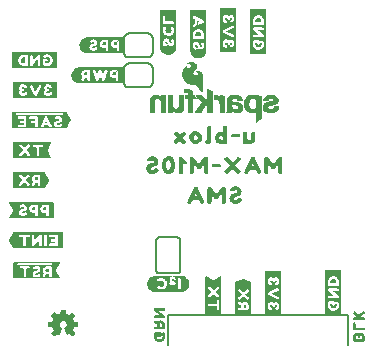
<source format=gbo>
G04 EAGLE Gerber RS-274X export*
G75*
%MOMM*%
%FSLAX34Y34*%
%LPD*%
%INSilkscreen Bottom*%
%IPPOS*%
%AMOC8*
5,1,8,0,0,1.08239X$1,22.5*%
G01*
%ADD10C,0.203200*%
%ADD11C,0.152400*%

G36*
X65893Y183660D02*
X65893Y183660D01*
X65902Y183656D01*
X66502Y183956D01*
X66512Y183976D01*
X66524Y183978D01*
X69524Y189978D01*
X69522Y189986D01*
X69528Y189991D01*
X69529Y189992D01*
X69629Y190592D01*
X69619Y190611D01*
X69624Y190622D01*
X66624Y196722D01*
X66324Y197322D01*
X66287Y197341D01*
X66280Y197349D01*
X62980Y197349D01*
X62951Y197327D01*
X62938Y197326D01*
X62925Y197305D01*
X62918Y197315D01*
X62916Y197333D01*
X62905Y197332D01*
X62893Y197347D01*
X62886Y197342D01*
X62880Y197349D01*
X20280Y197349D01*
X20242Y197320D01*
X20234Y197318D01*
X20034Y196818D01*
X20035Y196816D01*
X20033Y196814D01*
X20037Y196808D01*
X20038Y196805D01*
X20031Y196800D01*
X20031Y183900D01*
X20060Y183862D01*
X20062Y183854D01*
X20562Y183654D01*
X20575Y183658D01*
X20580Y183651D01*
X65880Y183651D01*
X65893Y183660D01*
G37*
G36*
X62421Y82059D02*
X62421Y82059D01*
X62428Y82054D01*
X62928Y82254D01*
X62943Y82278D01*
X62950Y82284D01*
X62948Y82287D01*
X62953Y82295D01*
X62959Y82300D01*
X62959Y95200D01*
X62955Y95206D01*
X62958Y95210D01*
X62858Y95710D01*
X62814Y95749D01*
X62812Y95747D01*
X62810Y95749D01*
X59610Y95749D01*
X59578Y95725D01*
X59566Y95723D01*
X59552Y95694D01*
X59551Y95695D01*
X59542Y95737D01*
X59522Y95733D01*
X59510Y95749D01*
X21010Y95749D01*
X20985Y95730D01*
X20972Y95731D01*
X20572Y95231D01*
X20571Y95223D01*
X20566Y95222D01*
X17566Y89122D01*
X17568Y89110D01*
X17564Y89107D01*
X17569Y89100D01*
X17561Y89092D01*
X17661Y88492D01*
X17669Y88485D01*
X17666Y88478D01*
X20666Y82478D01*
X20679Y82471D01*
X20679Y82462D01*
X21179Y82062D01*
X21202Y82061D01*
X21210Y82051D01*
X62410Y82051D01*
X62421Y82059D01*
G37*
G36*
X113801Y221767D02*
X113801Y221767D01*
X113815Y221765D01*
X114215Y222165D01*
X114216Y222177D01*
X114221Y222181D01*
X114218Y222186D01*
X114219Y222192D01*
X114229Y222200D01*
X114229Y235000D01*
X114213Y235021D01*
X114215Y235035D01*
X113815Y235435D01*
X113790Y235438D01*
X113787Y235442D01*
X113785Y235442D01*
X113780Y235449D01*
X76880Y235449D01*
X76876Y235446D01*
X76873Y235449D01*
X76173Y235349D01*
X76172Y235348D01*
X76172Y235349D01*
X75572Y235249D01*
X75569Y235245D01*
X75566Y235247D01*
X74866Y235047D01*
X74862Y235042D01*
X74858Y235044D01*
X73658Y234444D01*
X73655Y234437D01*
X73649Y234438D01*
X73151Y234040D01*
X72553Y233641D01*
X72549Y233631D01*
X72542Y233631D01*
X72143Y233133D01*
X71645Y232635D01*
X71644Y232623D01*
X71636Y232622D01*
X70736Y230822D01*
X70737Y230815D01*
X70733Y230814D01*
X70694Y230678D01*
X70652Y230531D01*
X70638Y230481D01*
X70596Y230334D01*
X70553Y230186D01*
X70539Y230137D01*
X70533Y230114D01*
X70535Y230109D01*
X70531Y230107D01*
X70431Y229407D01*
X70434Y229402D01*
X70431Y229400D01*
X70431Y228100D01*
X70434Y228096D01*
X70431Y228093D01*
X70531Y227393D01*
X70532Y227392D01*
X70531Y227392D01*
X70631Y226792D01*
X70635Y226789D01*
X70633Y226786D01*
X70833Y226086D01*
X70838Y226082D01*
X70836Y226078D01*
X71136Y225478D01*
X71140Y225476D01*
X71139Y225473D01*
X71538Y224874D01*
X71838Y224375D01*
X71846Y224371D01*
X71845Y224365D01*
X72845Y223365D01*
X72849Y223365D01*
X72849Y223362D01*
X73349Y222962D01*
X73353Y222961D01*
X73353Y222959D01*
X73953Y222559D01*
X73962Y222560D01*
X73964Y222553D01*
X74562Y222354D01*
X75261Y222055D01*
X75269Y222057D01*
X75272Y222051D01*
X75872Y221951D01*
X75873Y221952D01*
X75873Y221951D01*
X77273Y221751D01*
X77278Y221754D01*
X77280Y221751D01*
X113780Y221751D01*
X113801Y221767D01*
G37*
G36*
X177904Y243184D02*
X177904Y243184D01*
X177907Y243181D01*
X178607Y243281D01*
X178608Y243282D01*
X178608Y243281D01*
X179208Y243381D01*
X179907Y243481D01*
X179915Y243489D01*
X179922Y243486D01*
X181122Y244086D01*
X181124Y244090D01*
X181127Y244089D01*
X181727Y244489D01*
X181728Y244492D01*
X181731Y244492D01*
X182731Y245292D01*
X182732Y245296D01*
X182735Y245295D01*
X183235Y245795D01*
X183236Y245807D01*
X183244Y245808D01*
X183543Y246405D01*
X183941Y247003D01*
X183941Y247008D01*
X183942Y247009D01*
X183940Y247011D01*
X183940Y247012D01*
X183947Y247014D01*
X184147Y247614D01*
X184146Y247616D01*
X184147Y247616D01*
X184157Y247649D01*
X184171Y247698D01*
X184213Y247846D01*
X184255Y247994D01*
X184269Y248043D01*
X184311Y248191D01*
X184312Y248191D01*
X184311Y248191D01*
X184347Y248315D01*
X184547Y248914D01*
X184545Y248921D01*
X184549Y248923D01*
X184649Y249623D01*
X184646Y249628D01*
X184649Y249630D01*
X184649Y283830D01*
X184636Y283848D01*
X184639Y283860D01*
X184339Y284260D01*
X184308Y284269D01*
X184300Y284279D01*
X171400Y284279D01*
X171382Y284266D01*
X171370Y284269D01*
X170970Y283969D01*
X170962Y283938D01*
X170951Y283930D01*
X170951Y250130D01*
X170954Y250126D01*
X170951Y250123D01*
X171051Y249427D01*
X171051Y248730D01*
X171058Y248721D01*
X171053Y248714D01*
X171253Y248115D01*
X171453Y247416D01*
X171458Y247412D01*
X171456Y247408D01*
X171756Y246808D01*
X171760Y246806D01*
X171759Y246803D01*
X172159Y246203D01*
X172162Y246202D01*
X172162Y246199D01*
X172962Y245199D01*
X172966Y245198D01*
X172965Y245195D01*
X173465Y244695D01*
X173472Y244694D01*
X173473Y244689D01*
X174073Y244289D01*
X174075Y244289D01*
X174075Y244288D01*
X174575Y243988D01*
X174580Y243988D01*
X174581Y243985D01*
X175281Y243685D01*
X175284Y243686D01*
X175284Y243683D01*
X176484Y243283D01*
X176491Y243285D01*
X176493Y243281D01*
X177193Y243181D01*
X177198Y243184D01*
X177200Y243181D01*
X177900Y243181D01*
X177904Y243184D01*
G37*
G36*
X60817Y56687D02*
X60817Y56687D01*
X60808Y56699D01*
X60818Y56710D01*
X60718Y57210D01*
X60711Y57216D01*
X60714Y57222D01*
X57719Y63311D01*
X57719Y63888D01*
X60814Y69978D01*
X60813Y69982D01*
X60816Y69984D01*
X60812Y69990D01*
X60807Y70016D01*
X60811Y70027D01*
X60611Y70327D01*
X60578Y70339D01*
X60570Y70349D01*
X54170Y70349D01*
X54137Y70325D01*
X54126Y70323D01*
X54118Y70307D01*
X54106Y70319D01*
X54103Y70336D01*
X54091Y70334D01*
X54076Y70349D01*
X54073Y70345D01*
X54070Y70349D01*
X21570Y70349D01*
X21561Y70342D01*
X21552Y70336D01*
X21540Y70339D01*
X21140Y70039D01*
X21135Y70020D01*
X21123Y70011D01*
X21127Y70005D01*
X21121Y70000D01*
X21121Y57100D01*
X21134Y57082D01*
X21131Y57070D01*
X21431Y56670D01*
X21462Y56662D01*
X21470Y56651D01*
X60770Y56651D01*
X60817Y56687D01*
G37*
G36*
X57675Y234454D02*
X57675Y234454D01*
X57678Y234451D01*
X58278Y234551D01*
X58319Y234595D01*
X58316Y234598D01*
X58319Y234600D01*
X58319Y248100D01*
X58283Y248147D01*
X58276Y248142D01*
X58270Y248149D01*
X54970Y248149D01*
X54944Y248129D01*
X54930Y248129D01*
X54909Y248100D01*
X54908Y248131D01*
X54884Y248130D01*
X54870Y248149D01*
X21070Y248149D01*
X21065Y248146D01*
X21062Y248149D01*
X20462Y248049D01*
X20425Y248010D01*
X20423Y248008D01*
X20423Y248007D01*
X20421Y248005D01*
X20424Y248003D01*
X20421Y248000D01*
X20421Y234500D01*
X20457Y234453D01*
X20464Y234458D01*
X20470Y234451D01*
X57670Y234451D01*
X57675Y234454D01*
G37*
G36*
X235447Y246517D02*
X235447Y246517D01*
X235442Y246524D01*
X235449Y246530D01*
X235449Y249830D01*
X235429Y249857D01*
X235429Y249870D01*
X235400Y249891D01*
X235431Y249892D01*
X235430Y249916D01*
X235449Y249930D01*
X235449Y283730D01*
X235446Y283735D01*
X235449Y283738D01*
X235349Y284338D01*
X235305Y284379D01*
X235303Y284376D01*
X235300Y284379D01*
X221800Y284379D01*
X221753Y284343D01*
X221758Y284336D01*
X221751Y284330D01*
X221751Y247130D01*
X221754Y247125D01*
X221751Y247122D01*
X221851Y246522D01*
X221895Y246481D01*
X221898Y246484D01*
X221900Y246481D01*
X235400Y246481D01*
X235447Y246517D01*
G37*
G36*
X298947Y25537D02*
X298947Y25537D01*
X298942Y25544D01*
X298949Y25550D01*
X298949Y28850D01*
X298929Y28877D01*
X298929Y28890D01*
X298900Y28911D01*
X298931Y28912D01*
X298930Y28936D01*
X298949Y28950D01*
X298949Y62750D01*
X298946Y62755D01*
X298949Y62758D01*
X298849Y63358D01*
X298805Y63399D01*
X298803Y63396D01*
X298800Y63399D01*
X285300Y63399D01*
X285253Y63363D01*
X285258Y63356D01*
X285251Y63350D01*
X285251Y26150D01*
X285254Y26145D01*
X285251Y26142D01*
X285351Y25542D01*
X285395Y25501D01*
X285398Y25504D01*
X285400Y25501D01*
X298900Y25501D01*
X298947Y25537D01*
G37*
G36*
X57481Y209059D02*
X57481Y209059D01*
X57488Y209054D01*
X57988Y209254D01*
X58003Y209278D01*
X58010Y209284D01*
X58008Y209287D01*
X58013Y209295D01*
X58019Y209300D01*
X58019Y222200D01*
X58011Y222211D01*
X58016Y222218D01*
X57816Y222718D01*
X57775Y222743D01*
X57770Y222749D01*
X21370Y222749D01*
X21365Y222746D01*
X21362Y222749D01*
X20762Y222649D01*
X20725Y222610D01*
X20723Y222608D01*
X20723Y222607D01*
X20721Y222605D01*
X20724Y222603D01*
X20721Y222600D01*
X20721Y209700D01*
X20724Y209695D01*
X20721Y209692D01*
X20821Y209092D01*
X20865Y209051D01*
X20868Y209054D01*
X20870Y209051D01*
X57470Y209051D01*
X57481Y209059D01*
G37*
G36*
X247611Y25809D02*
X247611Y25809D01*
X247618Y25804D01*
X248118Y26004D01*
X248133Y26028D01*
X248140Y26034D01*
X248138Y26037D01*
X248143Y26045D01*
X248149Y26050D01*
X248149Y62450D01*
X248146Y62455D01*
X248149Y62458D01*
X248049Y63058D01*
X248005Y63099D01*
X248003Y63096D01*
X248000Y63099D01*
X235100Y63099D01*
X235095Y63096D01*
X235092Y63099D01*
X234492Y62999D01*
X234451Y62955D01*
X234454Y62953D01*
X234451Y62950D01*
X234451Y26350D01*
X234459Y26339D01*
X234454Y26332D01*
X234654Y25832D01*
X234695Y25807D01*
X234700Y25801D01*
X247600Y25801D01*
X247611Y25809D01*
G37*
G36*
X209511Y248059D02*
X209511Y248059D01*
X209518Y248054D01*
X210018Y248254D01*
X210033Y248278D01*
X210040Y248284D01*
X210038Y248287D01*
X210043Y248295D01*
X210049Y248300D01*
X210049Y284700D01*
X210046Y284705D01*
X210049Y284708D01*
X209949Y285308D01*
X209905Y285349D01*
X209903Y285346D01*
X209900Y285349D01*
X197000Y285349D01*
X196995Y285346D01*
X196992Y285349D01*
X196392Y285249D01*
X196351Y285205D01*
X196354Y285203D01*
X196351Y285200D01*
X196351Y248600D01*
X196359Y248589D01*
X196354Y248582D01*
X196554Y248082D01*
X196595Y248057D01*
X196600Y248051D01*
X209500Y248051D01*
X209511Y248059D01*
G37*
G36*
X152303Y245857D02*
X152303Y245857D01*
X152308Y245851D01*
X152904Y245951D01*
X153600Y245951D01*
X153608Y245957D01*
X153614Y245953D01*
X154314Y246153D01*
X154315Y246154D01*
X154316Y246153D01*
X154916Y246353D01*
X154919Y246358D01*
X154922Y246356D01*
X156122Y246956D01*
X156124Y246960D01*
X156127Y246959D01*
X156727Y247359D01*
X156730Y247366D01*
X156735Y247365D01*
X157235Y247865D01*
X157235Y247869D01*
X157238Y247869D01*
X158038Y248869D01*
X158039Y248873D01*
X158041Y248873D01*
X158441Y249473D01*
X158441Y249477D01*
X158444Y249478D01*
X158744Y250078D01*
X158743Y250085D01*
X158747Y250086D01*
X158786Y250221D01*
X158800Y250270D01*
X158842Y250418D01*
X158884Y250565D01*
X158898Y250615D01*
X158940Y250762D01*
X158941Y250762D01*
X158940Y250762D01*
X158947Y250785D01*
X159147Y251384D01*
X159143Y251395D01*
X159149Y251400D01*
X159149Y252096D01*
X159249Y252692D01*
X159246Y252697D01*
X159249Y252700D01*
X159249Y283900D01*
X159220Y283938D01*
X159218Y283946D01*
X158718Y284146D01*
X158705Y284142D01*
X158700Y284149D01*
X145800Y284149D01*
X145762Y284120D01*
X145754Y284118D01*
X145554Y283618D01*
X145558Y283605D01*
X145551Y283600D01*
X145551Y252400D01*
X145554Y252396D01*
X145551Y252393D01*
X145751Y250993D01*
X145756Y250988D01*
X145753Y250984D01*
X145953Y250384D01*
X145958Y250381D01*
X145956Y250378D01*
X146556Y249178D01*
X146560Y249176D01*
X146559Y249173D01*
X146959Y248573D01*
X146962Y248572D01*
X146962Y248569D01*
X147362Y248069D01*
X147366Y248068D01*
X147365Y248065D01*
X147865Y247565D01*
X147872Y247564D01*
X147873Y247559D01*
X148471Y247160D01*
X148969Y246762D01*
X148977Y246761D01*
X148978Y246756D01*
X149578Y246456D01*
X149585Y246457D01*
X149586Y246453D01*
X150285Y246253D01*
X150884Y246053D01*
X150891Y246055D01*
X150893Y246051D01*
X152293Y245851D01*
X152303Y245857D01*
G37*
G36*
X114708Y247164D02*
X114708Y247164D01*
X114720Y247161D01*
X115120Y247461D01*
X115124Y247477D01*
X115131Y247482D01*
X115127Y247488D01*
X115129Y247492D01*
X115139Y247500D01*
X115139Y260400D01*
X115126Y260418D01*
X115129Y260430D01*
X114829Y260830D01*
X114798Y260839D01*
X114790Y260849D01*
X83890Y260849D01*
X83885Y260846D01*
X83882Y260849D01*
X83282Y260749D01*
X82583Y260649D01*
X81883Y260549D01*
X81878Y260544D01*
X81874Y260547D01*
X81274Y260347D01*
X81271Y260342D01*
X81268Y260344D01*
X80668Y260044D01*
X80666Y260040D01*
X80663Y260041D01*
X80063Y259641D01*
X80062Y259638D01*
X80059Y259638D01*
X79559Y259238D01*
X79558Y259234D01*
X79555Y259235D01*
X78555Y258235D01*
X78555Y258231D01*
X78552Y258231D01*
X78152Y257731D01*
X78151Y257723D01*
X78146Y257722D01*
X77546Y256522D01*
X77547Y256517D01*
X77543Y256516D01*
X77343Y255916D01*
X77344Y255914D01*
X77343Y255914D01*
X77305Y255783D01*
X77291Y255734D01*
X77249Y255586D01*
X77207Y255438D01*
X77193Y255389D01*
X77151Y255241D01*
X77143Y255214D01*
X77146Y255204D01*
X77141Y255200D01*
X77141Y254504D01*
X77041Y253908D01*
X77047Y253898D01*
X77041Y253893D01*
X77241Y252493D01*
X77246Y252488D01*
X77243Y252484D01*
X77443Y251885D01*
X77643Y251186D01*
X77648Y251182D01*
X77646Y251178D01*
X77946Y250578D01*
X77953Y250575D01*
X77952Y250569D01*
X78350Y250071D01*
X78749Y249473D01*
X78756Y249470D01*
X78755Y249465D01*
X79255Y248965D01*
X79259Y248965D01*
X79259Y248962D01*
X79759Y248562D01*
X79763Y248561D01*
X79763Y248559D01*
X80363Y248159D01*
X80367Y248159D01*
X80368Y248156D01*
X81568Y247556D01*
X81573Y247557D01*
X81574Y247553D01*
X82174Y247353D01*
X82181Y247355D01*
X82183Y247351D01*
X83583Y247151D01*
X83588Y247154D01*
X83590Y247151D01*
X114690Y247151D01*
X114708Y247164D01*
G37*
G36*
X55018Y107464D02*
X55018Y107464D01*
X55030Y107461D01*
X55430Y107761D01*
X55434Y107777D01*
X55441Y107782D01*
X55437Y107788D01*
X55439Y107792D01*
X55449Y107800D01*
X55449Y120700D01*
X55436Y120718D01*
X55439Y120730D01*
X55139Y121130D01*
X55108Y121139D01*
X55100Y121149D01*
X17500Y121149D01*
X17499Y121148D01*
X17498Y121149D01*
X17495Y121146D01*
X17453Y121113D01*
X17457Y121108D01*
X17455Y121106D01*
X17462Y121097D01*
X17453Y121084D01*
X17653Y120484D01*
X17658Y120481D01*
X17656Y120478D01*
X20649Y114492D01*
X20553Y113915D01*
X17556Y107822D01*
X17558Y107811D01*
X17556Y107809D01*
X17559Y107804D01*
X17563Y107784D01*
X17559Y107773D01*
X17759Y107473D01*
X17792Y107461D01*
X17800Y107451D01*
X55000Y107451D01*
X55018Y107464D01*
G37*
G36*
X163804Y45224D02*
X163804Y45224D01*
X163807Y45221D01*
X164507Y45321D01*
X164511Y45325D01*
X164514Y45323D01*
X165214Y45523D01*
X165215Y45524D01*
X165216Y45523D01*
X165816Y45723D01*
X165819Y45728D01*
X165822Y45726D01*
X167022Y46326D01*
X167024Y46330D01*
X167027Y46329D01*
X167627Y46729D01*
X167628Y46732D01*
X167631Y46732D01*
X168131Y47132D01*
X168133Y47139D01*
X168138Y47139D01*
X168938Y48139D01*
X168939Y48143D01*
X168941Y48143D01*
X169341Y48743D01*
X169341Y48747D01*
X169344Y48748D01*
X169644Y49348D01*
X169643Y49355D01*
X169647Y49356D01*
X169658Y49394D01*
X169700Y49541D01*
X169714Y49591D01*
X169756Y49738D01*
X169757Y49738D01*
X169756Y49738D01*
X169799Y49886D01*
X169813Y49935D01*
X169847Y50055D01*
X170047Y50654D01*
X170045Y50661D01*
X170049Y50663D01*
X170149Y51363D01*
X170146Y51368D01*
X170149Y51370D01*
X170149Y52670D01*
X170146Y52674D01*
X170149Y52677D01*
X169949Y54077D01*
X169941Y54085D01*
X169944Y54092D01*
X169044Y55892D01*
X169037Y55895D01*
X169038Y55901D01*
X168638Y56401D01*
X168634Y56402D01*
X168635Y56405D01*
X167635Y57405D01*
X167631Y57405D01*
X167631Y57408D01*
X167131Y57808D01*
X167123Y57809D01*
X167122Y57814D01*
X165922Y58414D01*
X165915Y58413D01*
X165914Y58417D01*
X165215Y58617D01*
X164616Y58817D01*
X164609Y58815D01*
X164607Y58819D01*
X163907Y58919D01*
X163902Y58916D01*
X163900Y58919D01*
X141000Y58919D01*
X140995Y58916D01*
X140992Y58919D01*
X140392Y58819D01*
X139693Y58719D01*
X139685Y58711D01*
X139678Y58714D01*
X139082Y58416D01*
X138386Y58217D01*
X138381Y58210D01*
X138375Y58212D01*
X137875Y57912D01*
X137874Y57911D01*
X137873Y57911D01*
X137273Y57511D01*
X137270Y57504D01*
X137265Y57505D01*
X136265Y56505D01*
X136265Y56501D01*
X136262Y56501D01*
X135862Y56001D01*
X135861Y55997D01*
X135859Y55997D01*
X135459Y55397D01*
X135459Y55393D01*
X135456Y55392D01*
X135156Y54792D01*
X135156Y54789D01*
X135155Y54789D01*
X135157Y54787D01*
X135153Y54786D01*
X134753Y53586D01*
X134755Y53579D01*
X134751Y53577D01*
X134651Y52877D01*
X134654Y52872D01*
X134651Y52870D01*
X134651Y51470D01*
X134654Y51465D01*
X134651Y51462D01*
X134751Y50862D01*
X134851Y50163D01*
X134856Y50158D01*
X134853Y50154D01*
X135053Y49554D01*
X135058Y49551D01*
X135056Y49548D01*
X135356Y48948D01*
X135360Y48946D01*
X135359Y48943D01*
X136159Y47743D01*
X136162Y47742D01*
X136162Y47739D01*
X136562Y47239D01*
X136569Y47237D01*
X136569Y47232D01*
X137069Y46832D01*
X137073Y46831D01*
X137073Y46829D01*
X137671Y46430D01*
X138169Y46032D01*
X138179Y46031D01*
X138181Y46025D01*
X138881Y45725D01*
X138884Y45726D01*
X138884Y45723D01*
X139484Y45523D01*
X139486Y45524D01*
X139486Y45523D01*
X140186Y45323D01*
X140196Y45326D01*
X140200Y45321D01*
X140797Y45321D01*
X141493Y45221D01*
X141498Y45224D01*
X141500Y45221D01*
X163800Y45221D01*
X163804Y45224D01*
G37*
G36*
X53407Y158287D02*
X53407Y158287D01*
X53398Y158299D01*
X53408Y158310D01*
X53308Y158810D01*
X53301Y158816D01*
X53304Y158822D01*
X50311Y164908D01*
X50407Y165485D01*
X53404Y171478D01*
X53403Y171483D01*
X53407Y171486D01*
X53401Y171493D01*
X53398Y171510D01*
X53404Y171522D01*
X53204Y171922D01*
X53167Y171941D01*
X53160Y171949D01*
X21060Y171949D01*
X21013Y171913D01*
X21016Y171909D01*
X21011Y171907D01*
X20911Y171207D01*
X20914Y171202D01*
X20911Y171200D01*
X20911Y158400D01*
X20947Y158353D01*
X20951Y158356D01*
X20953Y158351D01*
X21653Y158251D01*
X21658Y158254D01*
X21660Y158251D01*
X53360Y158251D01*
X53407Y158287D01*
G37*
G36*
X196918Y26004D02*
X196918Y26004D01*
X196930Y26001D01*
X197330Y26301D01*
X197334Y26317D01*
X197341Y26322D01*
X197337Y26328D01*
X197339Y26332D01*
X197349Y26340D01*
X197349Y58540D01*
X197348Y58541D01*
X197349Y58542D01*
X197346Y58545D01*
X197313Y58587D01*
X197299Y58577D01*
X197284Y58587D01*
X196684Y58387D01*
X196681Y58382D01*
X196677Y58384D01*
X190696Y55293D01*
X190119Y55486D01*
X184022Y58484D01*
X183984Y58477D01*
X183973Y58481D01*
X183673Y58281D01*
X183661Y58248D01*
X183651Y58240D01*
X183651Y26440D01*
X183664Y26422D01*
X183661Y26410D01*
X183961Y26010D01*
X183992Y26002D01*
X184000Y25991D01*
X196900Y25991D01*
X196918Y26004D01*
G37*
G36*
X222211Y25629D02*
X222211Y25629D01*
X222218Y25624D01*
X222718Y25824D01*
X222733Y25848D01*
X222740Y25854D01*
X222738Y25857D01*
X222743Y25865D01*
X222749Y25870D01*
X222749Y28970D01*
X222728Y28998D01*
X222728Y29011D01*
X222701Y29029D01*
X222708Y29031D01*
X222732Y29033D01*
X222732Y29039D01*
X222741Y29042D01*
X222741Y29043D01*
X222735Y29059D01*
X222749Y29070D01*
X222749Y52670D01*
X222740Y52683D01*
X222744Y52692D01*
X222444Y53292D01*
X222424Y53302D01*
X222422Y53314D01*
X216422Y56314D01*
X216417Y56313D01*
X216416Y56317D01*
X215816Y56517D01*
X215790Y56508D01*
X215778Y56514D01*
X209078Y53214D01*
X209059Y53177D01*
X209051Y53170D01*
X209051Y26070D01*
X209064Y26052D01*
X209061Y26040D01*
X209361Y25640D01*
X209392Y25632D01*
X209400Y25621D01*
X222200Y25621D01*
X222211Y25629D01*
G37*
G36*
X47915Y132870D02*
X47915Y132870D01*
X47928Y132869D01*
X48328Y133369D01*
X48329Y133377D01*
X48334Y133378D01*
X51334Y139378D01*
X51333Y139384D01*
X51337Y139388D01*
X51332Y139395D01*
X51339Y139400D01*
X51339Y140000D01*
X51329Y140013D01*
X51334Y140022D01*
X48234Y146122D01*
X48224Y146127D01*
X48225Y146135D01*
X47825Y146535D01*
X47800Y146538D01*
X47797Y146542D01*
X47795Y146542D01*
X47790Y146549D01*
X44690Y146549D01*
X44662Y146528D01*
X44649Y146528D01*
X44631Y146501D01*
X44629Y146508D01*
X44627Y146532D01*
X44621Y146532D01*
X44618Y146541D01*
X44617Y146541D01*
X44601Y146535D01*
X44590Y146549D01*
X20990Y146549D01*
X20981Y146542D01*
X20972Y146536D01*
X20960Y146539D01*
X20560Y146239D01*
X20555Y146220D01*
X20543Y146211D01*
X20547Y146205D01*
X20541Y146200D01*
X20541Y133400D01*
X20549Y133389D01*
X20544Y133382D01*
X20744Y132882D01*
X20785Y132857D01*
X20790Y132851D01*
X47890Y132851D01*
X47915Y132870D01*
G37*
G36*
X71186Y7488D02*
X71186Y7488D01*
X71252Y7493D01*
X71270Y7504D01*
X71291Y7509D01*
X71376Y7569D01*
X71400Y7583D01*
X71403Y7588D01*
X71408Y7592D01*
X73608Y9892D01*
X73616Y9905D01*
X73629Y9915D01*
X73660Y9979D01*
X73696Y10041D01*
X73697Y10057D01*
X73704Y10071D01*
X73703Y10142D01*
X73709Y10213D01*
X73703Y10228D01*
X73702Y10244D01*
X73645Y10369D01*
X73643Y10373D01*
X73643Y10374D01*
X71775Y12989D01*
X71777Y13000D01*
X71786Y13013D01*
X71797Y13071D01*
X71806Y13092D01*
X71806Y13114D01*
X71812Y13147D01*
X71813Y13152D01*
X71813Y13153D01*
X71813Y13154D01*
X71813Y13164D01*
X71846Y13229D01*
X71902Y13286D01*
X71913Y13304D01*
X71925Y13313D01*
X71933Y13332D01*
X71973Y13384D01*
X72046Y13529D01*
X72102Y13586D01*
X72142Y13650D01*
X72186Y13713D01*
X72188Y13725D01*
X72193Y13733D01*
X72197Y13768D01*
X72213Y13854D01*
X72213Y13903D01*
X72242Y13950D01*
X72286Y14013D01*
X72288Y14025D01*
X72293Y14033D01*
X72297Y14068D01*
X72313Y14154D01*
X72313Y14264D01*
X72346Y14329D01*
X72402Y14386D01*
X72442Y14450D01*
X72486Y14513D01*
X72488Y14525D01*
X72493Y14533D01*
X72497Y14568D01*
X72503Y14601D01*
X72506Y14609D01*
X72506Y14617D01*
X72513Y14654D01*
X72513Y14703D01*
X72542Y14750D01*
X72586Y14813D01*
X72588Y14825D01*
X72593Y14833D01*
X72597Y14868D01*
X72613Y14954D01*
X72613Y15064D01*
X72642Y15122D01*
X75898Y15680D01*
X75916Y15687D01*
X75935Y15688D01*
X75995Y15721D01*
X76057Y15747D01*
X76070Y15762D01*
X76087Y15771D01*
X76126Y15827D01*
X76170Y15878D01*
X76175Y15897D01*
X76186Y15913D01*
X76208Y16024D01*
X76213Y16046D01*
X76212Y16050D01*
X76213Y16054D01*
X76213Y19254D01*
X76209Y19273D01*
X76211Y19292D01*
X76200Y19326D01*
X76199Y19333D01*
X76194Y19343D01*
X76189Y19356D01*
X76174Y19422D01*
X76161Y19437D01*
X76155Y19455D01*
X76107Y19503D01*
X76064Y19556D01*
X76046Y19563D01*
X76032Y19577D01*
X75926Y19617D01*
X75906Y19626D01*
X75902Y19626D01*
X75898Y19628D01*
X72686Y20178D01*
X72675Y20217D01*
X72674Y20222D01*
X72673Y20223D01*
X72613Y20343D01*
X72613Y20354D01*
X72610Y20369D01*
X72612Y20385D01*
X72592Y20455D01*
X72592Y20470D01*
X72584Y20484D01*
X72575Y20517D01*
X72574Y20522D01*
X72573Y20523D01*
X72513Y20643D01*
X72513Y20654D01*
X72510Y20669D01*
X72512Y20685D01*
X72475Y20817D01*
X72474Y20822D01*
X72473Y20823D01*
X72313Y21143D01*
X72313Y21154D01*
X72310Y21169D01*
X72312Y21185D01*
X72275Y21317D01*
X72274Y21322D01*
X72273Y21323D01*
X72173Y21523D01*
X72150Y21551D01*
X72113Y21605D01*
X72113Y21654D01*
X72096Y21728D01*
X72082Y21803D01*
X72076Y21813D01*
X72074Y21822D01*
X72051Y21850D01*
X72002Y21922D01*
X71946Y21978D01*
X71873Y22123D01*
X71850Y22151D01*
X71813Y22205D01*
X71813Y22254D01*
X71796Y22328D01*
X71792Y22350D01*
X73646Y25038D01*
X73652Y25054D01*
X73664Y25067D01*
X73684Y25134D01*
X73709Y25199D01*
X73708Y25217D01*
X73713Y25233D01*
X73700Y25302D01*
X73694Y25372D01*
X73685Y25386D01*
X73682Y25403D01*
X73611Y25509D01*
X73604Y25520D01*
X73603Y25520D01*
X73602Y25522D01*
X71402Y27722D01*
X71388Y27731D01*
X71377Y27745D01*
X71315Y27776D01*
X71255Y27813D01*
X71238Y27815D01*
X71223Y27822D01*
X71153Y27823D01*
X71083Y27829D01*
X71067Y27823D01*
X71050Y27823D01*
X70932Y27772D01*
X70921Y27768D01*
X70920Y27767D01*
X70919Y27766D01*
X68220Y25904D01*
X68202Y25922D01*
X68137Y25962D01*
X68075Y26006D01*
X68063Y26008D01*
X68055Y26013D01*
X68020Y26016D01*
X67934Y26033D01*
X67884Y26033D01*
X67872Y26041D01*
X67804Y26093D01*
X67659Y26165D01*
X67602Y26222D01*
X67537Y26262D01*
X67475Y26306D01*
X67463Y26308D01*
X67455Y26313D01*
X67420Y26316D01*
X67334Y26333D01*
X67284Y26333D01*
X67272Y26341D01*
X67204Y26393D01*
X67004Y26493D01*
X66988Y26497D01*
X66975Y26506D01*
X66841Y26532D01*
X66835Y26533D01*
X66834Y26533D01*
X66824Y26533D01*
X66704Y26593D01*
X66688Y26597D01*
X66675Y26606D01*
X66541Y26632D01*
X66535Y26633D01*
X66534Y26633D01*
X66484Y26633D01*
X66437Y26662D01*
X66375Y26706D01*
X66363Y26708D01*
X66355Y26713D01*
X66320Y26716D01*
X66234Y26733D01*
X66124Y26733D01*
X66066Y26762D01*
X65508Y30018D01*
X65500Y30036D01*
X65499Y30055D01*
X65467Y30114D01*
X65440Y30177D01*
X65426Y30190D01*
X65416Y30207D01*
X65361Y30246D01*
X65309Y30290D01*
X65290Y30295D01*
X65275Y30306D01*
X65164Y30327D01*
X65142Y30333D01*
X65138Y30332D01*
X65134Y30333D01*
X61934Y30333D01*
X61915Y30329D01*
X61896Y30331D01*
X61832Y30309D01*
X61766Y30293D01*
X61751Y30281D01*
X61732Y30275D01*
X61685Y30227D01*
X61632Y30183D01*
X61624Y30166D01*
X61611Y30152D01*
X61571Y30046D01*
X61562Y30025D01*
X61562Y30022D01*
X61560Y30018D01*
X61010Y26806D01*
X60971Y26795D01*
X60966Y26793D01*
X60965Y26793D01*
X60964Y26793D01*
X60844Y26733D01*
X60834Y26733D01*
X60818Y26729D01*
X60802Y26732D01*
X60671Y26695D01*
X60666Y26693D01*
X60665Y26693D01*
X60664Y26693D01*
X60544Y26633D01*
X60534Y26633D01*
X60518Y26629D01*
X60502Y26632D01*
X60371Y26595D01*
X60366Y26593D01*
X60365Y26593D01*
X60364Y26593D01*
X60244Y26533D01*
X60134Y26533D01*
X60060Y26516D01*
X59984Y26502D01*
X59975Y26496D01*
X59966Y26493D01*
X59938Y26471D01*
X59866Y26422D01*
X59809Y26365D01*
X59744Y26333D01*
X59734Y26333D01*
X59718Y26329D01*
X59702Y26332D01*
X59571Y26295D01*
X59566Y26293D01*
X59565Y26293D01*
X59564Y26293D01*
X59364Y26193D01*
X59337Y26170D01*
X59266Y26122D01*
X59209Y26065D01*
X59144Y26033D01*
X59134Y26033D01*
X59118Y26029D01*
X59102Y26032D01*
X58971Y25995D01*
X58966Y25993D01*
X58965Y25993D01*
X58964Y25993D01*
X58823Y25922D01*
X56149Y27766D01*
X56137Y27771D01*
X56128Y27780D01*
X56057Y27802D01*
X55988Y27829D01*
X55975Y27828D01*
X55963Y27832D01*
X55890Y27820D01*
X55816Y27814D01*
X55805Y27807D01*
X55792Y27805D01*
X55672Y27728D01*
X53372Y25528D01*
X53358Y25506D01*
X53338Y25490D01*
X53311Y25434D01*
X53277Y25383D01*
X53274Y25357D01*
X53263Y25334D01*
X53264Y25272D01*
X53257Y25211D01*
X53266Y25187D01*
X53266Y25161D01*
X53304Y25081D01*
X53315Y25048D01*
X53322Y25042D01*
X53327Y25031D01*
X55262Y22358D01*
X55222Y22278D01*
X55166Y22222D01*
X55126Y22157D01*
X55082Y22094D01*
X55080Y22083D01*
X55075Y22075D01*
X55071Y22040D01*
X55055Y21954D01*
X55055Y21904D01*
X55047Y21891D01*
X54995Y21823D01*
X54922Y21678D01*
X54866Y21622D01*
X54826Y21557D01*
X54782Y21494D01*
X54780Y21483D01*
X54775Y21475D01*
X54771Y21440D01*
X54755Y21354D01*
X54755Y21304D01*
X54726Y21257D01*
X54682Y21194D01*
X54680Y21183D01*
X54675Y21175D01*
X54671Y21140D01*
X54655Y21054D01*
X54655Y20943D01*
X54622Y20878D01*
X54566Y20822D01*
X54526Y20757D01*
X54482Y20694D01*
X54480Y20683D01*
X54475Y20675D01*
X54471Y20640D01*
X54455Y20554D01*
X54455Y20504D01*
X54426Y20457D01*
X54382Y20394D01*
X54380Y20383D01*
X54375Y20375D01*
X54371Y20340D01*
X54355Y20254D01*
X54355Y20175D01*
X51072Y19628D01*
X51053Y19620D01*
X51033Y19619D01*
X50974Y19587D01*
X50912Y19561D01*
X50899Y19546D01*
X50881Y19536D01*
X50843Y19481D01*
X50799Y19431D01*
X50793Y19411D01*
X50782Y19394D01*
X50766Y19313D01*
X50762Y19303D01*
X50762Y19292D01*
X50761Y19288D01*
X50755Y19263D01*
X50756Y19259D01*
X50755Y19254D01*
X50755Y16054D01*
X50759Y16035D01*
X50757Y16016D01*
X50779Y15951D01*
X50794Y15885D01*
X50807Y15870D01*
X50813Y15852D01*
X50861Y15804D01*
X50904Y15752D01*
X50922Y15744D01*
X50936Y15730D01*
X51042Y15690D01*
X51062Y15681D01*
X51066Y15681D01*
X51070Y15680D01*
X54358Y15116D01*
X54393Y14991D01*
X54394Y14985D01*
X54395Y14985D01*
X54395Y14984D01*
X54455Y14864D01*
X54455Y14854D01*
X54458Y14838D01*
X54456Y14822D01*
X54493Y14691D01*
X54494Y14685D01*
X54495Y14685D01*
X54495Y14684D01*
X54555Y14564D01*
X54555Y14554D01*
X54558Y14538D01*
X54556Y14522D01*
X54593Y14391D01*
X54594Y14385D01*
X54595Y14385D01*
X54595Y14384D01*
X54755Y14064D01*
X54755Y14054D01*
X54758Y14038D01*
X54756Y14022D01*
X54793Y13891D01*
X54794Y13885D01*
X54795Y13885D01*
X54795Y13884D01*
X54895Y13684D01*
X54918Y13656D01*
X54966Y13586D01*
X55022Y13529D01*
X55055Y13464D01*
X55055Y13454D01*
X55058Y13438D01*
X55056Y13422D01*
X55093Y13291D01*
X55094Y13285D01*
X55095Y13285D01*
X55095Y13284D01*
X55195Y13084D01*
X55218Y13056D01*
X55266Y12986D01*
X55276Y12975D01*
X53331Y10381D01*
X53321Y10359D01*
X53304Y10340D01*
X53286Y10280D01*
X53261Y10223D01*
X53262Y10198D01*
X53255Y10174D01*
X53266Y10113D01*
X53269Y10050D01*
X53281Y10028D01*
X53286Y10004D01*
X53337Y9929D01*
X53353Y9899D01*
X53360Y9894D01*
X53366Y9886D01*
X55666Y7586D01*
X55680Y7577D01*
X55691Y7563D01*
X55753Y7531D01*
X55813Y7494D01*
X55830Y7493D01*
X55845Y7485D01*
X55916Y7485D01*
X55985Y7478D01*
X56001Y7484D01*
X56018Y7484D01*
X56136Y7536D01*
X56147Y7540D01*
X56148Y7541D01*
X56149Y7541D01*
X58848Y9403D01*
X58866Y9386D01*
X58931Y9345D01*
X58993Y9301D01*
X59005Y9299D01*
X59013Y9294D01*
X59048Y9291D01*
X59063Y9288D01*
X59066Y9286D01*
X59131Y9245D01*
X59193Y9201D01*
X59205Y9199D01*
X59213Y9194D01*
X59248Y9191D01*
X59334Y9174D01*
X59384Y9174D01*
X59431Y9145D01*
X59493Y9101D01*
X59505Y9099D01*
X59513Y9094D01*
X59548Y9091D01*
X59563Y9088D01*
X59566Y9086D01*
X59631Y9045D01*
X59693Y9001D01*
X59705Y8999D01*
X59713Y8994D01*
X59748Y8991D01*
X59763Y8988D01*
X59766Y8986D01*
X59831Y8945D01*
X59893Y8901D01*
X59905Y8899D01*
X59913Y8894D01*
X59948Y8891D01*
X59977Y8885D01*
X60004Y8852D01*
X60023Y8844D01*
X60038Y8829D01*
X60101Y8809D01*
X60162Y8781D01*
X60183Y8782D01*
X60202Y8776D01*
X60268Y8786D01*
X60335Y8788D01*
X60353Y8798D01*
X60373Y8801D01*
X60428Y8839D01*
X60487Y8871D01*
X60499Y8888D01*
X60515Y8900D01*
X60572Y8992D01*
X60586Y9013D01*
X60587Y9018D01*
X60590Y9022D01*
X62590Y14422D01*
X62594Y14453D01*
X62606Y14481D01*
X62604Y14537D01*
X62611Y14594D01*
X62601Y14623D01*
X62600Y14654D01*
X62573Y14704D01*
X62554Y14757D01*
X62532Y14779D01*
X62517Y14806D01*
X62457Y14852D01*
X62430Y14878D01*
X62417Y14882D01*
X62404Y14893D01*
X61859Y15165D01*
X61702Y15322D01*
X61672Y15341D01*
X61604Y15393D01*
X61459Y15465D01*
X61146Y15778D01*
X61073Y15923D01*
X61050Y15951D01*
X61002Y16022D01*
X60846Y16178D01*
X60785Y16299D01*
X60694Y16574D01*
X60682Y16593D01*
X60673Y16623D01*
X60613Y16743D01*
X60613Y16854D01*
X60605Y16889D01*
X60594Y16974D01*
X60513Y17215D01*
X60513Y17992D01*
X60594Y18234D01*
X60597Y18270D01*
X60613Y18354D01*
X60613Y18539D01*
X60750Y18743D01*
X60763Y18778D01*
X60794Y18834D01*
X60878Y19086D01*
X61229Y19612D01*
X61576Y19959D01*
X62102Y20310D01*
X62354Y20394D01*
X62372Y20405D01*
X62386Y20408D01*
X62399Y20419D01*
X62444Y20438D01*
X62649Y20574D01*
X62834Y20574D01*
X62869Y20583D01*
X62954Y20594D01*
X63196Y20674D01*
X63787Y20674D01*
X64142Y20586D01*
X64178Y20585D01*
X64234Y20574D01*
X64419Y20574D01*
X64624Y20438D01*
X64659Y20425D01*
X64708Y20397D01*
X64710Y20396D01*
X64711Y20396D01*
X64714Y20394D01*
X64966Y20310D01*
X65193Y20159D01*
X65366Y19986D01*
X65392Y19969D01*
X65424Y19938D01*
X65693Y19759D01*
X65839Y19612D01*
X66190Y19086D01*
X66555Y17992D01*
X66555Y17515D01*
X66474Y17274D01*
X66471Y17238D01*
X66455Y17154D01*
X66455Y16943D01*
X66295Y16623D01*
X66289Y16601D01*
X66274Y16574D01*
X66183Y16299D01*
X66022Y15978D01*
X65866Y15822D01*
X65847Y15791D01*
X65795Y15723D01*
X65722Y15578D01*
X65609Y15465D01*
X65464Y15393D01*
X65437Y15370D01*
X65366Y15322D01*
X65209Y15165D01*
X64888Y15005D01*
X64614Y14913D01*
X64565Y14883D01*
X64512Y14861D01*
X64492Y14839D01*
X64467Y14823D01*
X64436Y14774D01*
X64399Y14731D01*
X64391Y14702D01*
X64375Y14676D01*
X64369Y14619D01*
X64355Y14563D01*
X64361Y14529D01*
X64358Y14504D01*
X64370Y14472D01*
X64378Y14422D01*
X66378Y9022D01*
X66404Y8984D01*
X66420Y8941D01*
X66451Y8913D01*
X66474Y8878D01*
X66514Y8855D01*
X66547Y8824D01*
X66587Y8812D01*
X66624Y8791D01*
X66669Y8788D01*
X66713Y8775D01*
X66754Y8782D01*
X66796Y8780D01*
X66839Y8797D01*
X66884Y8805D01*
X66925Y8833D01*
X66956Y8846D01*
X66973Y8866D01*
X66986Y8874D01*
X67034Y8874D01*
X67108Y8892D01*
X67184Y8905D01*
X67193Y8912D01*
X67202Y8914D01*
X67230Y8937D01*
X67302Y8986D01*
X67309Y8992D01*
X67384Y9005D01*
X67393Y9012D01*
X67402Y9014D01*
X67430Y9037D01*
X67502Y9086D01*
X67509Y9092D01*
X67584Y9105D01*
X67593Y9112D01*
X67602Y9114D01*
X67630Y9137D01*
X67702Y9186D01*
X67709Y9192D01*
X67784Y9205D01*
X67793Y9212D01*
X67802Y9214D01*
X67830Y9237D01*
X67902Y9286D01*
X67909Y9292D01*
X67984Y9305D01*
X67993Y9312D01*
X68002Y9314D01*
X68030Y9337D01*
X68102Y9386D01*
X68109Y9392D01*
X68184Y9405D01*
X68193Y9412D01*
X68202Y9414D01*
X68203Y9414D01*
X70919Y7541D01*
X70939Y7534D01*
X70955Y7520D01*
X71018Y7502D01*
X71080Y7478D01*
X71101Y7480D01*
X71122Y7475D01*
X71186Y7488D01*
G37*
G36*
X181640Y214091D02*
X181640Y214091D01*
X181691Y214093D01*
X181723Y214111D01*
X181759Y214119D01*
X181798Y214152D01*
X181843Y214176D01*
X181864Y214206D01*
X181892Y214229D01*
X181913Y214276D01*
X181943Y214318D01*
X181951Y214360D01*
X181963Y214388D01*
X181962Y214418D01*
X181970Y214460D01*
X181970Y227260D01*
X181966Y227278D01*
X181968Y227302D01*
X181768Y229102D01*
X181757Y229133D01*
X181751Y229180D01*
X181551Y229780D01*
X181538Y229800D01*
X181530Y229830D01*
X181230Y230430D01*
X181222Y230440D01*
X181216Y230456D01*
X180916Y230956D01*
X180902Y230970D01*
X180893Y230989D01*
X180816Y231059D01*
X180795Y231080D01*
X180790Y231082D01*
X180786Y231086D01*
X180302Y231376D01*
X179918Y231664D01*
X179883Y231679D01*
X179831Y231713D01*
X178831Y232113D01*
X178798Y232118D01*
X178753Y232135D01*
X178153Y232235D01*
X178126Y232233D01*
X178090Y232240D01*
X177290Y232240D01*
X177254Y232232D01*
X177198Y232229D01*
X176843Y232140D01*
X176690Y232140D01*
X176675Y232137D01*
X176660Y232139D01*
X176528Y232102D01*
X176521Y232101D01*
X176521Y232100D01*
X176520Y232100D01*
X176320Y232000D01*
X176301Y231984D01*
X176277Y231975D01*
X176235Y231929D01*
X176187Y231889D01*
X176177Y231867D01*
X176160Y231848D01*
X176142Y231788D01*
X176116Y231731D01*
X176118Y231706D01*
X176110Y231682D01*
X176121Y231620D01*
X176124Y231558D01*
X176136Y231536D01*
X176140Y231511D01*
X176189Y231438D01*
X176207Y231406D01*
X176215Y231401D01*
X176221Y231391D01*
X176321Y231291D01*
X176353Y231271D01*
X176420Y231220D01*
X176820Y231020D01*
X176843Y231014D01*
X176870Y230999D01*
X177085Y230928D01*
X177395Y230618D01*
X177545Y230392D01*
X177610Y230198D01*
X177610Y230022D01*
X177538Y229806D01*
X177378Y229485D01*
X177148Y229256D01*
X176912Y229098D01*
X176481Y228926D01*
X176052Y228840D01*
X175337Y228840D01*
X174646Y229013D01*
X174150Y229344D01*
X173829Y229745D01*
X173670Y230222D01*
X173670Y230782D01*
X173916Y231355D01*
X174576Y232109D01*
X175374Y233007D01*
X175375Y233009D01*
X175376Y233010D01*
X176076Y233810D01*
X176092Y233839D01*
X176122Y233875D01*
X176622Y234775D01*
X176633Y234813D01*
X176661Y234878D01*
X176861Y235778D01*
X176861Y235811D01*
X176870Y235860D01*
X176870Y236660D01*
X176862Y236697D01*
X176851Y236780D01*
X176551Y237680D01*
X176530Y237714D01*
X176499Y237781D01*
X175999Y238481D01*
X175973Y238504D01*
X175943Y238544D01*
X175043Y239344D01*
X175012Y239361D01*
X174972Y239394D01*
X173872Y239994D01*
X173836Y240004D01*
X173758Y240034D01*
X172658Y240234D01*
X172629Y240233D01*
X172590Y240240D01*
X171590Y240240D01*
X171553Y240232D01*
X171470Y240221D01*
X170570Y239921D01*
X170564Y239917D01*
X170557Y239916D01*
X169757Y239616D01*
X169742Y239606D01*
X169720Y239600D01*
X169554Y239517D01*
X169120Y239300D01*
X169098Y239282D01*
X169062Y239264D01*
X168662Y238964D01*
X168647Y238946D01*
X168621Y238929D01*
X168521Y238829D01*
X168508Y238807D01*
X168488Y238791D01*
X168462Y238734D01*
X168430Y238682D01*
X168427Y238656D01*
X168417Y238632D01*
X168419Y238571D01*
X168413Y238509D01*
X168422Y238485D01*
X168423Y238459D01*
X168453Y238405D01*
X168475Y238347D01*
X168494Y238330D01*
X168506Y238307D01*
X168557Y238272D01*
X168602Y238230D01*
X168627Y238222D01*
X168648Y238207D01*
X168732Y238191D01*
X168768Y238180D01*
X168778Y238182D01*
X168790Y238180D01*
X169090Y238180D01*
X169127Y238188D01*
X169210Y238199D01*
X169452Y238280D01*
X169643Y238280D01*
X169998Y238191D01*
X170006Y238191D01*
X170015Y238187D01*
X170466Y238097D01*
X170789Y237935D01*
X171110Y237695D01*
X171245Y237492D01*
X171329Y237240D01*
X171342Y237220D01*
X171350Y237190D01*
X171438Y237014D01*
X171489Y236860D01*
X171429Y236680D01*
X171428Y236667D01*
X171421Y236652D01*
X171337Y236316D01*
X171174Y236071D01*
X171166Y236051D01*
X171150Y236030D01*
X170978Y235685D01*
X170748Y235456D01*
X170479Y235276D01*
X170472Y235269D01*
X170462Y235264D01*
X170070Y234971D01*
X169799Y234790D01*
X169367Y234574D01*
X169100Y234440D01*
X168552Y234440D01*
X168359Y234505D01*
X168210Y234604D01*
X168070Y235022D01*
X168070Y235760D01*
X168058Y235810D01*
X168058Y235831D01*
X168057Y235855D01*
X168056Y235862D01*
X168039Y235894D01*
X168031Y235929D01*
X167998Y235969D01*
X167973Y236014D01*
X167943Y236035D01*
X167921Y236062D01*
X167873Y236084D01*
X167831Y236113D01*
X167795Y236119D01*
X167762Y236133D01*
X167711Y236131D01*
X167660Y236139D01*
X167619Y236128D01*
X167589Y236127D01*
X167562Y236112D01*
X167520Y236100D01*
X167509Y236095D01*
X166749Y235715D01*
X166720Y235700D01*
X166716Y235697D01*
X166606Y235613D01*
X165806Y234713D01*
X165791Y234685D01*
X165762Y234652D01*
X165062Y233452D01*
X165053Y233423D01*
X165032Y233388D01*
X164532Y231988D01*
X164529Y231962D01*
X164516Y231930D01*
X164216Y230330D01*
X164218Y230294D01*
X164210Y230239D01*
X164310Y228439D01*
X164320Y228407D01*
X164324Y228358D01*
X164824Y226558D01*
X164841Y226527D01*
X164858Y226475D01*
X165858Y224675D01*
X165875Y224657D01*
X165890Y224627D01*
X166590Y223727D01*
X166597Y223721D01*
X166601Y223713D01*
X166611Y223707D01*
X166621Y223691D01*
X167421Y222891D01*
X167431Y222885D01*
X167440Y222874D01*
X168240Y222174D01*
X168265Y222160D01*
X168294Y222134D01*
X169294Y221534D01*
X169319Y221526D01*
X169349Y221507D01*
X170349Y221107D01*
X170368Y221104D01*
X170390Y221093D01*
X171490Y220793D01*
X171507Y220793D01*
X171528Y220785D01*
X172728Y220585D01*
X172754Y220587D01*
X172790Y220580D01*
X174659Y220580D01*
X175156Y220497D01*
X175572Y220247D01*
X176522Y219487D01*
X176998Y218917D01*
X177010Y218907D01*
X177021Y218891D01*
X178299Y217614D01*
X178781Y216939D01*
X178801Y216921D01*
X178821Y216891D01*
X179409Y216303D01*
X179898Y215717D01*
X179910Y215707D01*
X179921Y215691D01*
X180402Y215210D01*
X180686Y214832D01*
X180704Y214817D01*
X180721Y214791D01*
X180995Y214518D01*
X181174Y214249D01*
X181193Y214231D01*
X181206Y214207D01*
X181256Y214172D01*
X181300Y214131D01*
X181326Y214123D01*
X181348Y214107D01*
X181429Y214092D01*
X181466Y214081D01*
X181477Y214082D01*
X181490Y214080D01*
X181590Y214080D01*
X181640Y214091D01*
G37*
G36*
X227329Y188591D02*
X227329Y188591D01*
X227391Y188593D01*
X227413Y188606D01*
X227439Y188610D01*
X227510Y188658D01*
X227543Y188676D01*
X227549Y188684D01*
X227559Y188691D01*
X228444Y189576D01*
X229928Y190763D01*
X229939Y190778D01*
X229959Y190791D01*
X230844Y191676D01*
X231328Y192063D01*
X231334Y192071D01*
X231343Y192076D01*
X231387Y192139D01*
X231435Y192199D01*
X231437Y192209D01*
X231443Y192218D01*
X231458Y192299D01*
X231463Y192310D01*
X231463Y192322D01*
X231470Y192360D01*
X231470Y210860D01*
X231469Y210864D01*
X231470Y210869D01*
X231450Y210949D01*
X231431Y211029D01*
X231428Y211032D01*
X231427Y211037D01*
X231373Y211099D01*
X231321Y211162D01*
X231316Y211164D01*
X231314Y211168D01*
X231182Y211229D01*
X230782Y211329D01*
X230774Y211329D01*
X230765Y211333D01*
X230265Y211433D01*
X230233Y211432D01*
X230190Y211440D01*
X229737Y211440D01*
X229382Y211529D01*
X229374Y211529D01*
X229365Y211533D01*
X228873Y211631D01*
X228482Y211729D01*
X228474Y211729D01*
X228465Y211733D01*
X227465Y211933D01*
X227463Y211933D01*
X227462Y211933D01*
X227378Y211930D01*
X227291Y211927D01*
X227290Y211927D01*
X227289Y211927D01*
X227215Y211886D01*
X227139Y211845D01*
X227138Y211844D01*
X227137Y211844D01*
X227089Y211775D01*
X227038Y211704D01*
X227038Y211703D01*
X227037Y211702D01*
X227010Y211560D01*
X227010Y210778D01*
X226859Y210929D01*
X226843Y210939D01*
X226828Y210957D01*
X226328Y211357D01*
X226307Y211367D01*
X226286Y211386D01*
X225286Y211986D01*
X225273Y211990D01*
X225153Y212035D01*
X223953Y212235D01*
X223926Y212233D01*
X223890Y212240D01*
X223190Y212240D01*
X223179Y212238D01*
X223165Y212239D01*
X221665Y212139D01*
X221628Y212128D01*
X221562Y212118D01*
X220162Y211618D01*
X220133Y211599D01*
X220086Y211581D01*
X218986Y210881D01*
X218959Y210853D01*
X218907Y210814D01*
X218007Y209814D01*
X217994Y209791D01*
X217969Y209764D01*
X217269Y208664D01*
X217257Y208628D01*
X217227Y208572D01*
X216827Y207272D01*
X216826Y207257D01*
X216818Y207240D01*
X216518Y205840D01*
X216519Y205816D01*
X216511Y205785D01*
X216411Y204285D01*
X216414Y204263D01*
X216411Y204233D01*
X216511Y202833D01*
X216518Y202809D01*
X216520Y202775D01*
X216820Y201475D01*
X216832Y201450D01*
X216839Y201414D01*
X217339Y200214D01*
X217349Y200199D01*
X217356Y200178D01*
X217956Y199078D01*
X217982Y199049D01*
X218021Y198991D01*
X218921Y198091D01*
X218943Y198078D01*
X218966Y198052D01*
X220066Y197252D01*
X220102Y197237D01*
X220170Y197199D01*
X221370Y196799D01*
X221400Y196796D01*
X221440Y196783D01*
X222940Y196583D01*
X222979Y196587D01*
X223053Y196585D01*
X224853Y196885D01*
X224889Y196900D01*
X224960Y196920D01*
X225090Y196985D01*
X225560Y197220D01*
X225570Y197228D01*
X225586Y197234D01*
X226586Y197834D01*
X226606Y197854D01*
X226687Y197922D01*
X226910Y198201D01*
X226910Y188960D01*
X226916Y188935D01*
X226913Y188909D01*
X226935Y188852D01*
X226949Y188791D01*
X226966Y188771D01*
X226975Y188747D01*
X227020Y188705D01*
X227059Y188658D01*
X227083Y188647D01*
X227102Y188630D01*
X227161Y188612D01*
X227218Y188587D01*
X227243Y188588D01*
X227268Y188580D01*
X227329Y188591D01*
G37*
G36*
X211320Y196587D02*
X211320Y196587D01*
X211365Y196587D01*
X211828Y196680D01*
X212290Y196680D01*
X212326Y196688D01*
X212382Y196691D01*
X212782Y196791D01*
X212802Y196801D01*
X212831Y196807D01*
X213331Y197007D01*
X213343Y197015D01*
X213360Y197020D01*
X213760Y197220D01*
X213776Y197233D01*
X213801Y197244D01*
X214081Y197431D01*
X214460Y197620D01*
X214489Y197644D01*
X214559Y197691D01*
X214859Y197991D01*
X214875Y198018D01*
X214906Y198049D01*
X215101Y198340D01*
X215394Y198732D01*
X215398Y198741D01*
X215406Y198749D01*
X215606Y199049D01*
X215607Y199050D01*
X215608Y199051D01*
X215663Y199185D01*
X215753Y199636D01*
X215930Y199990D01*
X215934Y200005D01*
X215943Y200018D01*
X215969Y200152D01*
X215970Y200159D01*
X215970Y200160D01*
X215970Y200622D01*
X216063Y201085D01*
X216063Y201095D01*
X216064Y201228D01*
X215864Y202328D01*
X215855Y202350D01*
X215851Y202380D01*
X215551Y203280D01*
X215534Y203307D01*
X215520Y203349D01*
X215120Y204049D01*
X215097Y204073D01*
X215037Y204149D01*
X214337Y204749D01*
X214311Y204763D01*
X214279Y204790D01*
X213579Y205190D01*
X213553Y205198D01*
X213524Y205216D01*
X212724Y205516D01*
X212705Y205519D01*
X212682Y205529D01*
X211882Y205729D01*
X211860Y205729D01*
X211832Y205738D01*
X210932Y205838D01*
X209138Y206037D01*
X208469Y206133D01*
X207803Y206323D01*
X207250Y206508D01*
X206850Y206748D01*
X206670Y206987D01*
X206670Y207870D01*
X206903Y208335D01*
X206959Y208391D01*
X206979Y208423D01*
X207030Y208490D01*
X207073Y208577D01*
X207480Y208780D01*
X207590Y208780D01*
X207605Y208783D01*
X207620Y208781D01*
X207752Y208818D01*
X207759Y208819D01*
X207759Y208820D01*
X207760Y208820D01*
X207880Y208880D01*
X209500Y208880D01*
X210365Y208448D01*
X210678Y208135D01*
X210738Y208014D01*
X210829Y207740D01*
X210842Y207720D01*
X210850Y207690D01*
X210910Y207570D01*
X210910Y207160D01*
X210921Y207110D01*
X210923Y207059D01*
X210941Y207027D01*
X210949Y206991D01*
X210982Y206952D01*
X211006Y206907D01*
X211036Y206886D01*
X211059Y206858D01*
X211106Y206837D01*
X211148Y206807D01*
X211190Y206799D01*
X211218Y206787D01*
X211248Y206788D01*
X211290Y206780D01*
X215190Y206780D01*
X215270Y206798D01*
X215350Y206815D01*
X215354Y206818D01*
X215359Y206819D01*
X215422Y206872D01*
X215486Y206922D01*
X215488Y206926D01*
X215492Y206929D01*
X215526Y207004D01*
X215561Y207078D01*
X215561Y207083D01*
X215563Y207088D01*
X215562Y207115D01*
X215565Y207223D01*
X215365Y208423D01*
X215355Y208446D01*
X215355Y208448D01*
X215354Y208468D01*
X215352Y208473D01*
X215351Y208480D01*
X215151Y209080D01*
X215131Y209112D01*
X215094Y209188D01*
X214806Y209572D01*
X214516Y210056D01*
X214504Y210068D01*
X214494Y210088D01*
X214194Y210488D01*
X214169Y210509D01*
X214162Y210522D01*
X214147Y210533D01*
X214118Y210564D01*
X213718Y210864D01*
X213702Y210871D01*
X213686Y210886D01*
X212686Y211486D01*
X212661Y211494D01*
X212631Y211513D01*
X212131Y211713D01*
X212102Y211717D01*
X212065Y211733D01*
X211588Y211828D01*
X211010Y212021D01*
X210985Y212023D01*
X210953Y212035D01*
X210359Y212134D01*
X209865Y212233D01*
X209833Y212232D01*
X209790Y212240D01*
X207490Y212240D01*
X207460Y212233D01*
X207415Y212233D01*
X206952Y212140D01*
X206390Y212140D01*
X206360Y212133D01*
X206315Y212133D01*
X205815Y212033D01*
X205789Y212021D01*
X205749Y212013D01*
X205281Y211826D01*
X204815Y211733D01*
X204789Y211721D01*
X204749Y211713D01*
X204249Y211513D01*
X204218Y211491D01*
X204162Y211464D01*
X202962Y210564D01*
X202937Y210534D01*
X202886Y210488D01*
X202586Y210088D01*
X202574Y210062D01*
X202550Y210030D01*
X202350Y209630D01*
X202347Y209616D01*
X202337Y209601D01*
X202137Y209101D01*
X202133Y209072D01*
X202117Y209035D01*
X202017Y208535D01*
X202018Y208503D01*
X202010Y208460D01*
X202010Y199850D01*
X201950Y199730D01*
X201946Y199715D01*
X201937Y199702D01*
X201911Y199568D01*
X201910Y199562D01*
X201910Y199561D01*
X201910Y199560D01*
X201910Y198750D01*
X201850Y198630D01*
X201846Y198615D01*
X201837Y198602D01*
X201828Y198556D01*
X201827Y198553D01*
X201827Y198551D01*
X201811Y198468D01*
X201810Y198462D01*
X201810Y198461D01*
X201810Y198460D01*
X201810Y198350D01*
X201750Y198230D01*
X201746Y198215D01*
X201737Y198202D01*
X201711Y198068D01*
X201710Y198062D01*
X201710Y198061D01*
X201710Y198060D01*
X201710Y197850D01*
X201678Y197785D01*
X201621Y197729D01*
X201581Y197664D01*
X201537Y197602D01*
X201535Y197590D01*
X201530Y197582D01*
X201526Y197545D01*
X201510Y197460D01*
X201510Y197360D01*
X201521Y197310D01*
X201523Y197259D01*
X201541Y197227D01*
X201549Y197191D01*
X201582Y197152D01*
X201606Y197107D01*
X201636Y197086D01*
X201659Y197058D01*
X201706Y197037D01*
X201748Y197007D01*
X201790Y196999D01*
X201818Y196987D01*
X201848Y196988D01*
X201890Y196980D01*
X205790Y196980D01*
X205840Y196991D01*
X205891Y196993D01*
X205923Y197011D01*
X205959Y197019D01*
X205998Y197052D01*
X206043Y197076D01*
X206064Y197106D01*
X206092Y197129D01*
X206113Y197176D01*
X206143Y197218D01*
X206151Y197260D01*
X206163Y197288D01*
X206163Y197298D01*
X206199Y197356D01*
X206243Y197418D01*
X206245Y197430D01*
X206250Y197438D01*
X206254Y197475D01*
X206256Y197489D01*
X206259Y197491D01*
X206299Y197556D01*
X206343Y197618D01*
X206345Y197630D01*
X206350Y197638D01*
X206354Y197675D01*
X206370Y197760D01*
X206370Y197909D01*
X206383Y197930D01*
X206521Y197791D01*
X206548Y197775D01*
X206579Y197744D01*
X206879Y197544D01*
X206915Y197530D01*
X206970Y197499D01*
X207222Y197415D01*
X207479Y197244D01*
X207515Y197230D01*
X207570Y197199D01*
X208770Y196799D01*
X208807Y196796D01*
X208890Y196780D01*
X209128Y196780D01*
X209370Y196699D01*
X209407Y196696D01*
X209490Y196680D01*
X209828Y196680D01*
X210070Y196599D01*
X210107Y196596D01*
X210190Y196580D01*
X211290Y196580D01*
X211320Y196587D01*
G37*
G36*
X180322Y196987D02*
X180322Y196987D01*
X180356Y196985D01*
X180406Y197007D01*
X180459Y197019D01*
X180484Y197040D01*
X180515Y197053D01*
X180562Y197105D01*
X180592Y197129D01*
X180599Y197145D01*
X180613Y197160D01*
X184269Y203066D01*
X185310Y202095D01*
X185310Y197360D01*
X185321Y197310D01*
X185323Y197259D01*
X185341Y197227D01*
X185349Y197191D01*
X185382Y197152D01*
X185406Y197107D01*
X185436Y197086D01*
X185459Y197058D01*
X185506Y197037D01*
X185548Y197007D01*
X185590Y196999D01*
X185618Y196987D01*
X185648Y196988D01*
X185690Y196980D01*
X189590Y196980D01*
X189640Y196991D01*
X189691Y196993D01*
X189723Y197011D01*
X189759Y197019D01*
X189798Y197052D01*
X189843Y197076D01*
X189864Y197106D01*
X189892Y197129D01*
X189913Y197176D01*
X189943Y197218D01*
X189951Y197260D01*
X189963Y197288D01*
X189962Y197318D01*
X189970Y197360D01*
X189970Y214760D01*
X189960Y214803D01*
X189960Y214848D01*
X189941Y214887D01*
X189931Y214929D01*
X189902Y214963D01*
X189882Y215003D01*
X189843Y215036D01*
X189821Y215062D01*
X189797Y215073D01*
X189770Y215095D01*
X185870Y217195D01*
X185815Y217210D01*
X185762Y217233D01*
X185732Y217232D01*
X185703Y217240D01*
X185647Y217229D01*
X185589Y217227D01*
X185563Y217212D01*
X185533Y217206D01*
X185488Y217171D01*
X185437Y217144D01*
X185420Y217119D01*
X185396Y217101D01*
X185370Y217049D01*
X185337Y217002D01*
X185331Y216968D01*
X185319Y216945D01*
X185320Y216910D01*
X185310Y216860D01*
X185310Y207405D01*
X181064Y211823D01*
X180997Y211867D01*
X180932Y211913D01*
X180924Y211914D01*
X180919Y211918D01*
X180886Y211922D01*
X180790Y211940D01*
X176190Y211940D01*
X176163Y211934D01*
X176136Y211936D01*
X176080Y211914D01*
X176021Y211901D01*
X176000Y211883D01*
X175974Y211873D01*
X175934Y211829D01*
X175888Y211791D01*
X175876Y211765D01*
X175858Y211745D01*
X175841Y211687D01*
X175817Y211632D01*
X175818Y211605D01*
X175810Y211578D01*
X175821Y211519D01*
X175823Y211459D01*
X175837Y211435D01*
X175842Y211408D01*
X175888Y211341D01*
X175906Y211307D01*
X175916Y211300D01*
X175924Y211289D01*
X181001Y206307D01*
X175272Y197568D01*
X175247Y197499D01*
X175217Y197432D01*
X175217Y197419D01*
X175213Y197406D01*
X175221Y197333D01*
X175223Y197259D01*
X175230Y197247D01*
X175231Y197234D01*
X175271Y197172D01*
X175306Y197107D01*
X175317Y197099D01*
X175325Y197088D01*
X175388Y197050D01*
X175448Y197007D01*
X175463Y197004D01*
X175473Y196998D01*
X175512Y196995D01*
X175590Y196980D01*
X180290Y196980D01*
X180322Y196987D01*
G37*
G36*
X140840Y196991D02*
X140840Y196991D01*
X140891Y196993D01*
X140923Y197011D01*
X140959Y197019D01*
X140998Y197052D01*
X141043Y197076D01*
X141064Y197106D01*
X141092Y197129D01*
X141113Y197176D01*
X141143Y197218D01*
X141151Y197260D01*
X141163Y197288D01*
X141162Y197318D01*
X141170Y197360D01*
X141170Y205336D01*
X141267Y206109D01*
X141366Y206803D01*
X141453Y207326D01*
X141706Y207748D01*
X141950Y208072D01*
X142329Y208300D01*
X142759Y208386D01*
X143298Y208476D01*
X144035Y208384D01*
X144556Y208297D01*
X144936Y208069D01*
X145277Y207642D01*
X145551Y207187D01*
X145818Y206562D01*
X145910Y205739D01*
X145910Y197360D01*
X145921Y197310D01*
X145923Y197259D01*
X145941Y197227D01*
X145949Y197191D01*
X145982Y197152D01*
X146006Y197107D01*
X146036Y197086D01*
X146059Y197058D01*
X146106Y197037D01*
X146148Y197007D01*
X146190Y196999D01*
X146218Y196987D01*
X146248Y196988D01*
X146290Y196980D01*
X150190Y196980D01*
X150240Y196991D01*
X150291Y196993D01*
X150323Y197011D01*
X150359Y197019D01*
X150398Y197052D01*
X150443Y197076D01*
X150464Y197106D01*
X150492Y197129D01*
X150513Y197176D01*
X150543Y197218D01*
X150551Y197260D01*
X150563Y197288D01*
X150562Y197318D01*
X150570Y197360D01*
X150570Y211560D01*
X150559Y211610D01*
X150557Y211661D01*
X150539Y211693D01*
X150531Y211729D01*
X150498Y211768D01*
X150474Y211813D01*
X150444Y211834D01*
X150421Y211862D01*
X150374Y211883D01*
X150332Y211913D01*
X150290Y211921D01*
X150262Y211933D01*
X150232Y211932D01*
X150190Y211940D01*
X146490Y211940D01*
X146440Y211929D01*
X146389Y211927D01*
X146357Y211909D01*
X146321Y211901D01*
X146282Y211868D01*
X146237Y211844D01*
X146216Y211814D01*
X146188Y211791D01*
X146167Y211744D01*
X146137Y211702D01*
X146129Y211660D01*
X146117Y211632D01*
X146118Y211602D01*
X146110Y211560D01*
X146110Y210578D01*
X145859Y210829D01*
X145843Y210839D01*
X145828Y210857D01*
X145328Y211257D01*
X145314Y211263D01*
X145301Y211276D01*
X144701Y211676D01*
X144665Y211690D01*
X144610Y211721D01*
X143410Y212121D01*
X143385Y212123D01*
X143353Y212135D01*
X142753Y212235D01*
X142726Y212233D01*
X142690Y212240D01*
X142090Y212240D01*
X142078Y212237D01*
X142063Y212239D01*
X140663Y212139D01*
X140633Y212130D01*
X140590Y212127D01*
X139490Y211827D01*
X139458Y211810D01*
X139405Y211792D01*
X138505Y211292D01*
X138477Y211266D01*
X138421Y211229D01*
X137721Y210529D01*
X137703Y210499D01*
X137668Y210462D01*
X137168Y209662D01*
X137155Y209625D01*
X137126Y209569D01*
X136826Y208569D01*
X136825Y208550D01*
X136816Y208528D01*
X136616Y207428D01*
X136617Y207411D01*
X136611Y207389D01*
X136511Y206089D01*
X136513Y206076D01*
X136510Y206060D01*
X136510Y197360D01*
X136521Y197310D01*
X136523Y197259D01*
X136541Y197227D01*
X136549Y197191D01*
X136582Y197152D01*
X136606Y197107D01*
X136636Y197086D01*
X136659Y197058D01*
X136706Y197037D01*
X136748Y197007D01*
X136790Y196999D01*
X136818Y196987D01*
X136848Y196988D01*
X136890Y196980D01*
X140790Y196980D01*
X140840Y196991D01*
G37*
G36*
X161817Y196681D02*
X161817Y196681D01*
X161854Y196692D01*
X161920Y196703D01*
X163020Y197103D01*
X163042Y197117D01*
X163075Y197128D01*
X163975Y197628D01*
X163998Y197649D01*
X164037Y197671D01*
X164737Y198271D01*
X164754Y198294D01*
X164822Y198375D01*
X165322Y199275D01*
X165332Y199308D01*
X165354Y199351D01*
X165654Y200351D01*
X165655Y200370D01*
X165664Y200392D01*
X165864Y201492D01*
X165863Y201521D01*
X165870Y201560D01*
X165870Y211560D01*
X165859Y211610D01*
X165857Y211661D01*
X165839Y211693D01*
X165831Y211729D01*
X165798Y211768D01*
X165774Y211813D01*
X165744Y211834D01*
X165721Y211862D01*
X165674Y211883D01*
X165632Y211913D01*
X165590Y211921D01*
X165562Y211933D01*
X165532Y211932D01*
X165490Y211940D01*
X161690Y211940D01*
X161640Y211929D01*
X161589Y211927D01*
X161557Y211909D01*
X161521Y211901D01*
X161482Y211868D01*
X161437Y211844D01*
X161416Y211814D01*
X161388Y211791D01*
X161367Y211744D01*
X161337Y211702D01*
X161329Y211660D01*
X161317Y211632D01*
X161318Y211602D01*
X161310Y211560D01*
X161310Y203584D01*
X161114Y202015D01*
X161030Y201514D01*
X160531Y200848D01*
X160151Y200620D01*
X159721Y200534D01*
X159182Y200444D01*
X158445Y200536D01*
X157924Y200623D01*
X157526Y200862D01*
X157203Y201185D01*
X156935Y201720D01*
X156661Y202360D01*
X156570Y203084D01*
X156570Y211560D01*
X156559Y211610D01*
X156557Y211661D01*
X156539Y211693D01*
X156531Y211729D01*
X156498Y211768D01*
X156474Y211813D01*
X156444Y211834D01*
X156421Y211862D01*
X156374Y211883D01*
X156332Y211913D01*
X156290Y211921D01*
X156262Y211933D01*
X156232Y211932D01*
X156190Y211940D01*
X152290Y211940D01*
X152240Y211929D01*
X152189Y211927D01*
X152157Y211909D01*
X152121Y211901D01*
X152082Y211868D01*
X152037Y211844D01*
X152016Y211814D01*
X151988Y211791D01*
X151967Y211744D01*
X151937Y211702D01*
X151929Y211660D01*
X151917Y211632D01*
X151918Y211602D01*
X151910Y211560D01*
X151910Y197360D01*
X151921Y197310D01*
X151923Y197259D01*
X151941Y197227D01*
X151949Y197191D01*
X151982Y197152D01*
X152006Y197107D01*
X152036Y197086D01*
X152059Y197058D01*
X152106Y197037D01*
X152148Y197007D01*
X152190Y196999D01*
X152218Y196987D01*
X152248Y196988D01*
X152290Y196980D01*
X155990Y196980D01*
X156040Y196991D01*
X156091Y196993D01*
X156123Y197011D01*
X156159Y197019D01*
X156198Y197052D01*
X156243Y197076D01*
X156264Y197106D01*
X156292Y197129D01*
X156313Y197176D01*
X156343Y197218D01*
X156351Y197260D01*
X156363Y197288D01*
X156362Y197318D01*
X156370Y197360D01*
X156370Y198301D01*
X156593Y198022D01*
X156620Y198001D01*
X156652Y197963D01*
X157152Y197563D01*
X157182Y197549D01*
X157220Y197520D01*
X157820Y197220D01*
X157834Y197217D01*
X157849Y197207D01*
X158349Y197007D01*
X158359Y197005D01*
X158370Y196999D01*
X158970Y196799D01*
X158999Y196797D01*
X159036Y196784D01*
X159733Y196684D01*
X160328Y196585D01*
X160363Y196587D01*
X160417Y196581D01*
X161817Y196681D01*
G37*
G36*
X240422Y196681D02*
X240422Y196681D01*
X240435Y196685D01*
X240453Y196685D01*
X241653Y196885D01*
X241668Y196892D01*
X241690Y196893D01*
X242790Y197193D01*
X242818Y197208D01*
X242860Y197220D01*
X243180Y197380D01*
X243860Y197720D01*
X243889Y197744D01*
X243940Y197774D01*
X244740Y198474D01*
X244758Y198499D01*
X244790Y198527D01*
X245490Y199427D01*
X245506Y199462D01*
X245543Y199519D01*
X245943Y200519D01*
X245948Y200553D01*
X245966Y200602D01*
X246166Y201902D01*
X246160Y201982D01*
X246157Y202061D01*
X246153Y202067D01*
X246152Y202075D01*
X246112Y202143D01*
X246074Y202213D01*
X246068Y202217D01*
X246064Y202224D01*
X245997Y202267D01*
X245932Y202313D01*
X245924Y202314D01*
X245918Y202318D01*
X245885Y202322D01*
X245790Y202340D01*
X242090Y202340D01*
X242040Y202329D01*
X241989Y202327D01*
X241957Y202309D01*
X241921Y202301D01*
X241882Y202268D01*
X241837Y202244D01*
X241816Y202214D01*
X241788Y202191D01*
X241767Y202144D01*
X241737Y202102D01*
X241729Y202060D01*
X241717Y202032D01*
X241718Y202002D01*
X241710Y201960D01*
X241710Y201433D01*
X241556Y201048D01*
X241318Y200732D01*
X240636Y200220D01*
X240128Y200135D01*
X240122Y200133D01*
X240115Y200133D01*
X239621Y200034D01*
X239106Y199948D01*
X238782Y200029D01*
X238746Y200029D01*
X238690Y200040D01*
X238337Y200040D01*
X238023Y200119D01*
X237691Y200285D01*
X237340Y200548D01*
X237133Y200754D01*
X236982Y201360D01*
X237049Y201627D01*
X237190Y201910D01*
X237502Y202144D01*
X237950Y202412D01*
X238496Y202595D01*
X240073Y202989D01*
X241065Y203187D01*
X241068Y203189D01*
X241073Y203189D01*
X241973Y203389D01*
X241993Y203399D01*
X242024Y203404D01*
X242824Y203704D01*
X242830Y203708D01*
X242840Y203711D01*
X243540Y204011D01*
X243555Y204022D01*
X243579Y204030D01*
X244279Y204430D01*
X244287Y204438D01*
X244301Y204444D01*
X244901Y204844D01*
X244902Y204845D01*
X244905Y204846D01*
X245006Y204949D01*
X245406Y205549D01*
X245417Y205577D01*
X245440Y205610D01*
X245740Y206310D01*
X245746Y206349D01*
X245752Y206368D01*
X245764Y206394D01*
X245764Y206404D01*
X245768Y206418D01*
X245868Y207318D01*
X245864Y207349D01*
X245869Y207392D01*
X245769Y208592D01*
X245757Y208629D01*
X245743Y208701D01*
X245343Y209701D01*
X245323Y209730D01*
X245276Y209810D01*
X244576Y210610D01*
X244557Y210624D01*
X244537Y210649D01*
X243837Y211249D01*
X243805Y211266D01*
X243760Y211300D01*
X242760Y211800D01*
X242723Y211809D01*
X242665Y211833D01*
X241665Y212033D01*
X241662Y212033D01*
X241658Y212034D01*
X240558Y212234D01*
X240529Y212233D01*
X240490Y212240D01*
X238190Y212240D01*
X238162Y212234D01*
X238122Y212234D01*
X237022Y212034D01*
X237005Y212027D01*
X236981Y212024D01*
X235981Y211724D01*
X235962Y211714D01*
X235936Y211707D01*
X235036Y211307D01*
X235008Y211287D01*
X234962Y211264D01*
X234162Y210664D01*
X234137Y210634D01*
X234086Y210588D01*
X233486Y209788D01*
X233474Y209762D01*
X233450Y209730D01*
X232950Y208730D01*
X232941Y208692D01*
X232915Y208623D01*
X232715Y207423D01*
X232720Y207341D01*
X232723Y207259D01*
X232726Y207255D01*
X232726Y207250D01*
X232767Y207179D01*
X232806Y207107D01*
X232810Y207104D01*
X232813Y207100D01*
X232881Y207054D01*
X232948Y207007D01*
X232953Y207006D01*
X232957Y207004D01*
X232985Y207000D01*
X233090Y206980D01*
X236790Y206980D01*
X236803Y206983D01*
X236817Y206981D01*
X236887Y207002D01*
X236959Y207019D01*
X236969Y207028D01*
X236982Y207032D01*
X237036Y207083D01*
X237092Y207129D01*
X237098Y207142D01*
X237108Y207151D01*
X237163Y207285D01*
X237256Y207751D01*
X237428Y208182D01*
X237564Y208386D01*
X237781Y208531D01*
X238146Y208713D01*
X238563Y208880D01*
X240128Y208880D01*
X240370Y208799D01*
X240383Y208798D01*
X240398Y208791D01*
X240784Y208695D01*
X240946Y208641D01*
X241210Y208245D01*
X241210Y208007D01*
X241140Y207727D01*
X240918Y207432D01*
X240589Y207185D01*
X240044Y206912D01*
X239505Y206733D01*
X238743Y206637D01*
X238724Y206630D01*
X238698Y206629D01*
X236302Y206030D01*
X235408Y205831D01*
X235372Y205814D01*
X235301Y205790D01*
X233901Y204990D01*
X233881Y204971D01*
X233847Y204952D01*
X233247Y204452D01*
X233223Y204421D01*
X233218Y204416D01*
X233217Y204415D01*
X233174Y204371D01*
X232774Y203771D01*
X232763Y203743D01*
X232741Y203710D01*
X232441Y203010D01*
X232434Y202971D01*
X232412Y202902D01*
X232312Y202002D01*
X232317Y201964D01*
X232314Y201902D01*
X232514Y200602D01*
X232526Y200573D01*
X232533Y200530D01*
X232933Y199430D01*
X232954Y199397D01*
X232986Y199332D01*
X233586Y198532D01*
X233611Y198511D01*
X233640Y198474D01*
X234440Y197774D01*
X234473Y197756D01*
X234520Y197720D01*
X235520Y197220D01*
X235550Y197213D01*
X235590Y197193D01*
X236690Y196893D01*
X236707Y196893D01*
X236728Y196885D01*
X237928Y196685D01*
X237942Y196686D01*
X237958Y196681D01*
X239158Y196581D01*
X239185Y196585D01*
X239222Y196581D01*
X240422Y196681D01*
G37*
G36*
X187609Y119858D02*
X187609Y119858D01*
X187616Y119853D01*
X188516Y120153D01*
X188531Y120175D01*
X188544Y120178D01*
X188944Y120978D01*
X188942Y120991D01*
X188949Y120996D01*
X189049Y122096D01*
X189047Y122098D01*
X189049Y122100D01*
X189049Y128045D01*
X191360Y124772D01*
X191360Y124771D01*
X191860Y124071D01*
X191875Y124067D01*
X191876Y124057D01*
X192776Y123557D01*
X192797Y123560D01*
X192805Y123551D01*
X193805Y123651D01*
X193819Y123664D01*
X193830Y123661D01*
X194630Y124261D01*
X194632Y124270D01*
X194639Y124270D01*
X197332Y127861D01*
X197451Y127920D01*
X197451Y120900D01*
X197462Y120886D01*
X197457Y120876D01*
X197857Y120176D01*
X197881Y120165D01*
X197886Y120153D01*
X198886Y119853D01*
X198898Y119857D01*
X198904Y119851D01*
X200204Y119951D01*
X200222Y119967D01*
X200235Y119965D01*
X200835Y120565D01*
X200836Y120576D01*
X200837Y120576D01*
X200836Y120577D01*
X200838Y120588D01*
X200849Y120595D01*
X200949Y121595D01*
X200947Y121598D01*
X200949Y121600D01*
X200949Y132800D01*
X200943Y132808D01*
X200947Y132814D01*
X200647Y133814D01*
X200626Y133830D01*
X200624Y133843D01*
X199924Y134243D01*
X199907Y134240D01*
X199900Y134249D01*
X198700Y134249D01*
X198689Y134241D01*
X198682Y134246D01*
X197682Y133846D01*
X197672Y133830D01*
X197661Y133830D01*
X197061Y133030D01*
X197061Y133029D01*
X197060Y133029D01*
X193485Y128163D01*
X192732Y128539D01*
X190439Y131530D01*
X189440Y132929D01*
X189438Y132929D01*
X189438Y132931D01*
X188638Y133931D01*
X188618Y133936D01*
X188614Y133947D01*
X187614Y134247D01*
X187602Y134243D01*
X187596Y134249D01*
X186396Y134149D01*
X186382Y134137D01*
X186371Y134140D01*
X185671Y133640D01*
X185664Y133616D01*
X185652Y133611D01*
X185452Y132711D01*
X185455Y132703D01*
X185451Y132700D01*
X185451Y121400D01*
X185457Y121392D01*
X185453Y121386D01*
X185753Y120386D01*
X185771Y120373D01*
X185771Y120360D01*
X186471Y119860D01*
X186493Y119861D01*
X186500Y119851D01*
X187600Y119851D01*
X187609Y119858D01*
G37*
G36*
X235809Y145258D02*
X235809Y145258D01*
X235816Y145253D01*
X236716Y145553D01*
X236731Y145575D01*
X236744Y145578D01*
X237144Y146378D01*
X237141Y146394D01*
X237149Y146400D01*
X237149Y153450D01*
X239560Y150171D01*
X240060Y149471D01*
X240075Y149467D01*
X240076Y149457D01*
X240976Y148957D01*
X240997Y148960D01*
X241005Y148951D01*
X242005Y149051D01*
X242019Y149064D01*
X242030Y149061D01*
X242830Y149661D01*
X242833Y149671D01*
X242840Y149671D01*
X245431Y153258D01*
X245651Y153332D01*
X245651Y146300D01*
X245662Y146286D01*
X245657Y146276D01*
X246057Y145576D01*
X246081Y145565D01*
X246086Y145553D01*
X247086Y145253D01*
X247098Y145257D01*
X247104Y145251D01*
X248304Y145351D01*
X248320Y145365D01*
X248332Y145363D01*
X249032Y145963D01*
X249035Y145976D01*
X249038Y145992D01*
X249049Y146000D01*
X249049Y158200D01*
X249045Y158206D01*
X249048Y158210D01*
X248848Y159210D01*
X248825Y159231D01*
X248822Y159244D01*
X248022Y159644D01*
X248006Y159641D01*
X248000Y159649D01*
X246800Y159649D01*
X246788Y159640D01*
X246780Y159645D01*
X245880Y159245D01*
X245872Y159230D01*
X245861Y159230D01*
X245261Y158430D01*
X241587Y153564D01*
X240933Y153938D01*
X238639Y156930D01*
X237539Y158330D01*
X237538Y158331D01*
X236738Y159331D01*
X236719Y159336D01*
X236716Y159347D01*
X235816Y159647D01*
X235802Y159642D01*
X235796Y159649D01*
X234496Y159549D01*
X234480Y159535D01*
X234468Y159538D01*
X233868Y159038D01*
X233863Y159016D01*
X233852Y159011D01*
X233652Y158111D01*
X233655Y158103D01*
X233651Y158100D01*
X233651Y146800D01*
X233657Y146792D01*
X233653Y146786D01*
X233953Y145786D01*
X233971Y145773D01*
X233971Y145760D01*
X234671Y145260D01*
X234693Y145261D01*
X234700Y145251D01*
X235800Y145251D01*
X235809Y145258D01*
G37*
G36*
X172709Y145258D02*
X172709Y145258D01*
X172716Y145253D01*
X173616Y145553D01*
X173631Y145575D01*
X173644Y145578D01*
X174044Y146378D01*
X174041Y146394D01*
X174049Y146400D01*
X174049Y153450D01*
X176460Y150171D01*
X176960Y149471D01*
X176975Y149467D01*
X176976Y149457D01*
X177876Y148957D01*
X177897Y148960D01*
X177905Y148951D01*
X178905Y149051D01*
X178919Y149064D01*
X178930Y149061D01*
X179730Y149661D01*
X179733Y149671D01*
X179740Y149671D01*
X182331Y153258D01*
X182551Y153332D01*
X182551Y146300D01*
X182562Y146286D01*
X182557Y146276D01*
X182957Y145576D01*
X182981Y145565D01*
X182986Y145553D01*
X183986Y145253D01*
X183998Y145257D01*
X184004Y145251D01*
X185204Y145351D01*
X185220Y145365D01*
X185232Y145363D01*
X185932Y145963D01*
X185935Y145976D01*
X185938Y145992D01*
X185949Y146000D01*
X185949Y158200D01*
X185945Y158206D01*
X185948Y158210D01*
X185748Y159210D01*
X185725Y159231D01*
X185722Y159244D01*
X184922Y159644D01*
X184906Y159641D01*
X184900Y159649D01*
X183700Y159649D01*
X183688Y159640D01*
X183680Y159645D01*
X182780Y159245D01*
X182772Y159230D01*
X182761Y159230D01*
X182161Y158430D01*
X178487Y153564D01*
X177833Y153938D01*
X175539Y156930D01*
X174439Y158330D01*
X174438Y158331D01*
X173638Y159331D01*
X173619Y159336D01*
X173616Y159347D01*
X172716Y159647D01*
X172702Y159642D01*
X172696Y159649D01*
X171396Y159549D01*
X171380Y159535D01*
X171368Y159538D01*
X170768Y159038D01*
X170763Y159016D01*
X170752Y159011D01*
X170552Y158111D01*
X170555Y158103D01*
X170551Y158100D01*
X170551Y146800D01*
X170557Y146792D01*
X170553Y146786D01*
X170853Y145786D01*
X170871Y145773D01*
X170871Y145760D01*
X171571Y145260D01*
X171593Y145261D01*
X171600Y145251D01*
X172700Y145251D01*
X172709Y145258D01*
G37*
G36*
X152703Y145253D02*
X152703Y145253D01*
X152704Y145251D01*
X153804Y145351D01*
X153811Y145357D01*
X153816Y145353D01*
X154716Y145653D01*
X154719Y145659D01*
X154724Y145657D01*
X155624Y146157D01*
X155627Y146164D01*
X155632Y146163D01*
X156432Y146863D01*
X156435Y146873D01*
X156442Y146874D01*
X156942Y147674D01*
X156941Y147679D01*
X156945Y147680D01*
X157345Y148580D01*
X157344Y148584D01*
X157347Y148584D01*
X157647Y149484D01*
X157645Y149489D01*
X157648Y149490D01*
X157848Y150490D01*
X157847Y150494D01*
X157849Y150495D01*
X157949Y151495D01*
X157949Y151496D01*
X158049Y152596D01*
X158047Y152598D01*
X158049Y152600D01*
X158049Y153800D01*
X158045Y153806D01*
X158048Y153810D01*
X157848Y154810D01*
X157848Y154811D01*
X157648Y155711D01*
X157647Y155712D01*
X157648Y155713D01*
X157348Y156813D01*
X157343Y156816D01*
X157345Y156820D01*
X156945Y157720D01*
X156939Y157724D01*
X156940Y157729D01*
X156441Y158428D01*
X156041Y159027D01*
X156025Y159033D01*
X156024Y159043D01*
X155124Y159543D01*
X155121Y159543D01*
X155120Y159545D01*
X154220Y159945D01*
X154212Y159943D01*
X154210Y159948D01*
X153210Y160148D01*
X153203Y160145D01*
X153200Y160149D01*
X152100Y160149D01*
X152095Y160145D01*
X152091Y160148D01*
X150991Y159948D01*
X150984Y159941D01*
X150978Y159944D01*
X150178Y159544D01*
X150176Y159540D01*
X150173Y159541D01*
X149273Y158941D01*
X149270Y158934D01*
X149265Y158935D01*
X148565Y158235D01*
X148564Y158227D01*
X148558Y158226D01*
X148058Y157426D01*
X148059Y157420D01*
X148054Y157418D01*
X147654Y156418D01*
X147655Y156415D01*
X147653Y156414D01*
X147353Y155414D01*
X147354Y155411D01*
X147352Y155410D01*
X147152Y154410D01*
X147153Y154406D01*
X147151Y154405D01*
X147051Y153405D01*
X147053Y153402D01*
X147051Y153400D01*
X147051Y152300D01*
X147053Y152297D01*
X147051Y152296D01*
X147151Y151196D01*
X147153Y151193D01*
X147152Y151191D01*
X147352Y150091D01*
X147352Y150090D01*
X147552Y149090D01*
X147558Y149085D01*
X147555Y149080D01*
X147955Y148180D01*
X147957Y148179D01*
X147956Y148178D01*
X148356Y147378D01*
X148364Y147374D01*
X148363Y147368D01*
X148963Y146668D01*
X148970Y146666D01*
X148970Y146661D01*
X149770Y146061D01*
X149776Y146061D01*
X149776Y146057D01*
X150676Y145557D01*
X150683Y145558D01*
X150684Y145553D01*
X151584Y145253D01*
X151595Y145257D01*
X151600Y145251D01*
X152700Y145251D01*
X152703Y145253D01*
G37*
G36*
X173240Y196991D02*
X173240Y196991D01*
X173291Y196993D01*
X173323Y197011D01*
X173359Y197019D01*
X173398Y197052D01*
X173443Y197076D01*
X173464Y197106D01*
X173492Y197129D01*
X173513Y197176D01*
X173543Y197218D01*
X173551Y197260D01*
X173563Y197288D01*
X173562Y197318D01*
X173570Y197360D01*
X173570Y208580D01*
X177090Y208580D01*
X177141Y208592D01*
X177194Y208594D01*
X177224Y208611D01*
X177259Y208619D01*
X177299Y208653D01*
X177345Y208678D01*
X177365Y208707D01*
X177392Y208729D01*
X177414Y208777D01*
X177444Y208821D01*
X177449Y208855D01*
X177463Y208888D01*
X177461Y208940D01*
X177469Y208992D01*
X177458Y209025D01*
X177457Y209061D01*
X177432Y209107D01*
X177415Y209157D01*
X177388Y209187D01*
X177374Y209213D01*
X177348Y209231D01*
X177318Y209264D01*
X176940Y209548D01*
X175359Y211129D01*
X175339Y211141D01*
X175318Y211164D01*
X174962Y211432D01*
X174694Y211788D01*
X174682Y211799D01*
X174674Y211813D01*
X174616Y211854D01*
X174561Y211899D01*
X174546Y211903D01*
X174532Y211913D01*
X174405Y211937D01*
X174393Y211940D01*
X174392Y211940D01*
X174390Y211940D01*
X173570Y211940D01*
X173570Y213560D01*
X173564Y213586D01*
X173546Y213694D01*
X173246Y214494D01*
X173242Y214500D01*
X173240Y214510D01*
X172940Y215210D01*
X172916Y215241D01*
X172882Y215303D01*
X172382Y215903D01*
X172352Y215926D01*
X172311Y215969D01*
X171611Y216469D01*
X171587Y216479D01*
X171560Y216500D01*
X170760Y216900D01*
X170733Y216907D01*
X170699Y216924D01*
X169699Y217224D01*
X169660Y217227D01*
X169590Y217240D01*
X166690Y217240D01*
X166675Y217237D01*
X166660Y217239D01*
X166528Y217202D01*
X166521Y217201D01*
X166521Y217200D01*
X166520Y217200D01*
X166320Y217100D01*
X166281Y217068D01*
X166237Y217044D01*
X166216Y217013D01*
X166187Y216989D01*
X166166Y216943D01*
X166137Y216902D01*
X166129Y216859D01*
X166116Y216831D01*
X166117Y216815D01*
X166118Y216801D01*
X166110Y216760D01*
X166110Y213960D01*
X166121Y213910D01*
X166123Y213859D01*
X166141Y213827D01*
X166149Y213791D01*
X166182Y213752D01*
X166206Y213707D01*
X166236Y213686D01*
X166259Y213658D01*
X166306Y213637D01*
X166348Y213607D01*
X166390Y213599D01*
X166418Y213587D01*
X166448Y213588D01*
X166490Y213580D01*
X168143Y213580D01*
X168457Y213501D01*
X168730Y213365D01*
X168861Y213169D01*
X168910Y213070D01*
X168910Y212760D01*
X168918Y212724D01*
X168921Y212668D01*
X169010Y212313D01*
X169010Y211940D01*
X166690Y211940D01*
X166640Y211929D01*
X166589Y211927D01*
X166557Y211909D01*
X166521Y211901D01*
X166482Y211868D01*
X166437Y211844D01*
X166416Y211814D01*
X166388Y211791D01*
X166367Y211744D01*
X166337Y211702D01*
X166329Y211660D01*
X166317Y211632D01*
X166318Y211602D01*
X166310Y211560D01*
X166310Y208960D01*
X166321Y208910D01*
X166323Y208859D01*
X166341Y208827D01*
X166349Y208791D01*
X166382Y208752D01*
X166406Y208707D01*
X166436Y208686D01*
X166459Y208658D01*
X166506Y208637D01*
X166548Y208607D01*
X166590Y208599D01*
X166618Y208587D01*
X166648Y208588D01*
X166690Y208580D01*
X169010Y208580D01*
X169010Y197360D01*
X169021Y197310D01*
X169023Y197259D01*
X169041Y197227D01*
X169049Y197191D01*
X169082Y197152D01*
X169106Y197107D01*
X169136Y197086D01*
X169159Y197058D01*
X169206Y197037D01*
X169248Y197007D01*
X169290Y196999D01*
X169318Y196987D01*
X169348Y196988D01*
X169390Y196980D01*
X173190Y196980D01*
X173240Y196991D01*
G37*
G36*
X212517Y145554D02*
X212517Y145554D01*
X212524Y145565D01*
X212533Y145563D01*
X213433Y146363D01*
X213435Y146376D01*
X213444Y146378D01*
X213844Y147178D01*
X213838Y147210D01*
X213844Y147222D01*
X213444Y148022D01*
X213436Y148026D01*
X213437Y148033D01*
X212637Y148933D01*
X209265Y152701D01*
X209837Y153368D01*
X213237Y157268D01*
X213238Y157274D01*
X213242Y157274D01*
X213742Y158074D01*
X213741Y158087D01*
X213746Y158092D01*
X213739Y158101D01*
X213748Y158112D01*
X213548Y158912D01*
X213532Y158925D01*
X213533Y158937D01*
X212633Y159737D01*
X212623Y159738D01*
X212622Y159744D01*
X211822Y160144D01*
X211794Y160139D01*
X211783Y160146D01*
X210983Y159846D01*
X210975Y159834D01*
X210965Y159835D01*
X210165Y159035D01*
X210165Y159032D01*
X210163Y159032D01*
X206897Y155272D01*
X206236Y155934D01*
X203537Y158933D01*
X203535Y158933D01*
X203535Y158935D01*
X202735Y159735D01*
X202723Y159736D01*
X202722Y159744D01*
X201922Y160144D01*
X201894Y160139D01*
X201883Y160146D01*
X201083Y159846D01*
X201075Y159834D01*
X201065Y159835D01*
X200165Y158935D01*
X200163Y158917D01*
X200153Y158914D01*
X200137Y158857D01*
X200094Y158709D01*
X200080Y158660D01*
X200038Y158512D01*
X199996Y158365D01*
X199982Y158315D01*
X199953Y158214D01*
X199961Y158191D01*
X199955Y158180D01*
X200355Y157280D01*
X200365Y157275D01*
X200363Y157267D01*
X204434Y152700D01*
X201064Y149034D01*
X200265Y148235D01*
X200264Y148223D01*
X200258Y148219D01*
X200259Y148218D01*
X200253Y148216D01*
X199953Y147316D01*
X199960Y147297D01*
X199952Y147288D01*
X200152Y146488D01*
X200167Y146476D01*
X200165Y146465D01*
X201065Y145565D01*
X201080Y145563D01*
X201083Y145554D01*
X201883Y145254D01*
X201910Y145262D01*
X201922Y145256D01*
X202722Y145656D01*
X202728Y145668D01*
X202737Y145667D01*
X206802Y150228D01*
X207464Y149567D01*
X210063Y146568D01*
X210063Y146567D01*
X210863Y145667D01*
X210876Y145665D01*
X210878Y145656D01*
X211678Y145256D01*
X211706Y145261D01*
X211717Y145254D01*
X212517Y145554D01*
G37*
G36*
X171117Y119864D02*
X171117Y119864D01*
X171130Y119861D01*
X171930Y120461D01*
X171934Y120477D01*
X171945Y120479D01*
X172842Y122373D01*
X173423Y123051D01*
X178470Y123051D01*
X179356Y121278D01*
X179357Y121277D01*
X179357Y121276D01*
X179857Y120376D01*
X179873Y120369D01*
X179874Y120358D01*
X180674Y119858D01*
X180704Y119861D01*
X180716Y119853D01*
X181616Y120153D01*
X181619Y120159D01*
X181624Y120157D01*
X182724Y120757D01*
X182734Y120779D01*
X182746Y120783D01*
X183046Y121583D01*
X183040Y121604D01*
X183047Y121614D01*
X182747Y122614D01*
X182742Y122618D01*
X182744Y122622D01*
X177745Y132721D01*
X177345Y133620D01*
X177332Y133627D01*
X177332Y133637D01*
X176532Y134337D01*
X176511Y134339D01*
X176505Y134349D01*
X175505Y134449D01*
X175490Y134440D01*
X175480Y134445D01*
X174580Y134045D01*
X174571Y134028D01*
X174559Y134027D01*
X174159Y133427D01*
X174159Y133422D01*
X174156Y133422D01*
X169256Y123322D01*
X169256Y123319D01*
X169254Y123318D01*
X168854Y122318D01*
X168856Y122313D01*
X168852Y122311D01*
X168652Y121411D01*
X168662Y121390D01*
X168656Y121378D01*
X169056Y120578D01*
X169075Y120569D01*
X169076Y120557D01*
X170176Y119957D01*
X170190Y119959D01*
X170195Y119951D01*
X171095Y119851D01*
X171117Y119864D01*
G37*
G36*
X219319Y145266D02*
X219319Y145266D01*
X219332Y145263D01*
X220032Y145863D01*
X220035Y145876D01*
X220036Y145877D01*
X220045Y145879D01*
X220942Y147773D01*
X221523Y148451D01*
X226570Y148451D01*
X227456Y146678D01*
X227457Y146677D01*
X227457Y146676D01*
X227957Y145776D01*
X227974Y145768D01*
X227976Y145757D01*
X228876Y145257D01*
X228904Y145261D01*
X228916Y145253D01*
X229816Y145553D01*
X229820Y145560D01*
X229825Y145558D01*
X230825Y146158D01*
X230834Y146179D01*
X230846Y146183D01*
X231146Y146983D01*
X231140Y147004D01*
X231147Y147014D01*
X230847Y148014D01*
X230842Y148018D01*
X230844Y148022D01*
X225944Y158122D01*
X225942Y158122D01*
X225943Y158124D01*
X225443Y159024D01*
X225432Y159029D01*
X225432Y159037D01*
X224632Y159737D01*
X224611Y159739D01*
X224605Y159749D01*
X223605Y159849D01*
X223588Y159839D01*
X223578Y159844D01*
X222778Y159444D01*
X222770Y159428D01*
X222759Y159427D01*
X222359Y158827D01*
X222359Y158822D01*
X222356Y158822D01*
X217456Y148722D01*
X216956Y147722D01*
X216958Y147713D01*
X216952Y147711D01*
X216752Y146811D01*
X216763Y146786D01*
X216758Y146774D01*
X217258Y145974D01*
X217275Y145968D01*
X217276Y145957D01*
X218376Y145357D01*
X218390Y145359D01*
X218395Y145351D01*
X219295Y145251D01*
X219319Y145266D01*
G37*
G36*
X201212Y170661D02*
X201212Y170661D01*
X201222Y170656D01*
X202022Y171056D01*
X202034Y171079D01*
X202035Y171081D01*
X202035Y171082D01*
X202036Y171084D01*
X202048Y171089D01*
X202248Y171989D01*
X202245Y171997D01*
X202249Y172000D01*
X202249Y184400D01*
X202244Y184406D01*
X202248Y184411D01*
X202048Y185311D01*
X202025Y185331D01*
X202022Y185344D01*
X201222Y185744D01*
X201206Y185741D01*
X201200Y185749D01*
X199900Y185749D01*
X199887Y185740D01*
X199878Y185744D01*
X199078Y185344D01*
X199064Y185316D01*
X199052Y185311D01*
X198852Y184411D01*
X198854Y184406D01*
X198853Y184405D01*
X198854Y184403D01*
X198851Y184400D01*
X198851Y180280D01*
X198322Y180544D01*
X198319Y180543D01*
X198318Y180546D01*
X197318Y180946D01*
X197312Y180944D01*
X197304Y180944D01*
X197300Y180949D01*
X196600Y180949D01*
X196597Y180947D01*
X196595Y180949D01*
X195695Y180849D01*
X195691Y180846D01*
X195689Y180846D01*
X195688Y180845D01*
X195684Y180847D01*
X194784Y180547D01*
X194779Y180539D01*
X194773Y180541D01*
X193873Y179941D01*
X193870Y179934D01*
X193865Y179935D01*
X193065Y179135D01*
X193064Y179125D01*
X193057Y179124D01*
X192557Y178224D01*
X192557Y178221D01*
X192555Y178220D01*
X192155Y177320D01*
X192156Y177316D01*
X192152Y177313D01*
X192154Y177311D01*
X192152Y177310D01*
X191952Y176310D01*
X191955Y176303D01*
X191951Y176300D01*
X191951Y175300D01*
X191955Y175294D01*
X191952Y175290D01*
X192152Y174290D01*
X192158Y174285D01*
X192155Y174280D01*
X192555Y173380D01*
X192561Y173377D01*
X192559Y173373D01*
X193159Y172473D01*
X193166Y172470D01*
X193165Y172465D01*
X193965Y171665D01*
X193972Y171664D01*
X193973Y171659D01*
X194873Y171059D01*
X194882Y171060D01*
X194884Y171053D01*
X195784Y170753D01*
X195792Y170756D01*
X195795Y170751D01*
X196795Y170651D01*
X196804Y170657D01*
X196810Y170652D01*
X197810Y170852D01*
X197818Y170861D01*
X197826Y170858D01*
X198626Y171358D01*
X198646Y171410D01*
X198653Y171386D01*
X198675Y171369D01*
X198678Y171356D01*
X199878Y170756D01*
X199891Y170758D01*
X199896Y170751D01*
X201196Y170651D01*
X201212Y170661D01*
G37*
G36*
X209703Y119853D02*
X209703Y119853D01*
X209705Y119851D01*
X210705Y119951D01*
X210710Y119956D01*
X210714Y119953D01*
X211714Y120253D01*
X211719Y120259D01*
X211724Y120257D01*
X212624Y120757D01*
X212626Y120762D01*
X212630Y120761D01*
X213530Y121461D01*
X213531Y121466D01*
X213535Y121465D01*
X214135Y122065D01*
X214136Y122075D01*
X214143Y122076D01*
X214643Y122976D01*
X214642Y122986D01*
X214647Y122989D01*
X214640Y122998D01*
X214639Y123002D01*
X214648Y123012D01*
X214448Y123812D01*
X214435Y123822D01*
X214437Y123833D01*
X213637Y124733D01*
X213619Y124736D01*
X213616Y124747D01*
X212716Y125047D01*
X212690Y125038D01*
X212678Y125044D01*
X211878Y124644D01*
X211875Y124638D01*
X211870Y124639D01*
X210971Y123940D01*
X210083Y123348D01*
X209105Y123250D01*
X208135Y123541D01*
X207752Y124306D01*
X207943Y125168D01*
X208815Y125652D01*
X209805Y125751D01*
X209810Y125756D01*
X209814Y125753D01*
X210814Y126053D01*
X210816Y126056D01*
X210818Y126054D01*
X211818Y126454D01*
X211819Y126456D01*
X211820Y126455D01*
X212720Y126855D01*
X212725Y126864D01*
X212732Y126863D01*
X213432Y127463D01*
X213434Y127472D01*
X213441Y127473D01*
X214041Y128373D01*
X214040Y128382D01*
X214047Y128384D01*
X214347Y129284D01*
X214345Y129291D01*
X214348Y129293D01*
X214347Y129294D01*
X214349Y129296D01*
X214449Y130396D01*
X214445Y130402D01*
X214449Y130405D01*
X214349Y131405D01*
X214341Y131413D01*
X214345Y131420D01*
X213945Y132320D01*
X213938Y132324D01*
X213939Y132330D01*
X213339Y133130D01*
X213334Y133131D01*
X213335Y133135D01*
X212635Y133835D01*
X212622Y133837D01*
X212620Y133845D01*
X211720Y134245D01*
X211716Y134244D01*
X211716Y134247D01*
X210816Y134547D01*
X210808Y134544D01*
X210804Y134549D01*
X209704Y134649D01*
X209702Y134647D01*
X209700Y134649D01*
X208600Y134649D01*
X208594Y134645D01*
X208590Y134648D01*
X207590Y134448D01*
X207586Y134443D01*
X207582Y134446D01*
X206582Y134046D01*
X206577Y134038D01*
X206571Y134040D01*
X205871Y133540D01*
X205870Y133534D01*
X205865Y133535D01*
X205065Y132735D01*
X205064Y132723D01*
X205058Y132718D01*
X205062Y132712D01*
X205062Y132708D01*
X205051Y132700D01*
X205051Y131900D01*
X205063Y131883D01*
X205060Y131872D01*
X205760Y130872D01*
X205773Y130867D01*
X205774Y130858D01*
X206574Y130358D01*
X206597Y130360D01*
X206605Y130351D01*
X207505Y130451D01*
X207517Y130462D01*
X207527Y130459D01*
X208424Y131057D01*
X209306Y131449D01*
X210274Y131255D01*
X210847Y130586D01*
X210657Y129635D01*
X209783Y129246D01*
X207786Y128647D01*
X206786Y128347D01*
X206785Y128346D01*
X206784Y128347D01*
X205884Y128047D01*
X205877Y128036D01*
X205868Y128037D01*
X205168Y127437D01*
X205166Y127428D01*
X205159Y127427D01*
X204559Y126527D01*
X204560Y126518D01*
X204558Y126517D01*
X204553Y126516D01*
X204253Y125616D01*
X204256Y125608D01*
X204251Y125604D01*
X204151Y124504D01*
X204155Y124499D01*
X204151Y124495D01*
X204251Y123495D01*
X204256Y123490D01*
X204253Y123486D01*
X204553Y122486D01*
X204563Y122478D01*
X204561Y122470D01*
X205161Y121670D01*
X205166Y121669D01*
X205165Y121665D01*
X205865Y120965D01*
X205875Y120964D01*
X205876Y120957D01*
X206776Y120457D01*
X206779Y120457D01*
X206780Y120455D01*
X207680Y120055D01*
X207688Y120057D01*
X207690Y120052D01*
X208690Y119852D01*
X208697Y119855D01*
X208700Y119851D01*
X209700Y119851D01*
X209703Y119853D01*
G37*
G36*
X139203Y145253D02*
X139203Y145253D01*
X139205Y145251D01*
X140205Y145351D01*
X140210Y145356D01*
X140214Y145353D01*
X141214Y145653D01*
X141219Y145659D01*
X141224Y145657D01*
X142124Y146157D01*
X142126Y146162D01*
X142130Y146161D01*
X143030Y146861D01*
X143031Y146866D01*
X143035Y146865D01*
X143635Y147465D01*
X143636Y147475D01*
X143643Y147476D01*
X144143Y148376D01*
X144142Y148386D01*
X144147Y148389D01*
X144140Y148398D01*
X144139Y148402D01*
X144148Y148412D01*
X143948Y149212D01*
X143935Y149222D01*
X143937Y149233D01*
X143137Y150133D01*
X143119Y150136D01*
X143116Y150147D01*
X142216Y150447D01*
X142190Y150438D01*
X142178Y150444D01*
X141378Y150044D01*
X141375Y150038D01*
X141370Y150039D01*
X140471Y149340D01*
X139583Y148748D01*
X138605Y148650D01*
X137635Y148941D01*
X137252Y149706D01*
X137443Y150568D01*
X138315Y151052D01*
X139305Y151151D01*
X139310Y151156D01*
X139314Y151153D01*
X140314Y151453D01*
X140317Y151457D01*
X140320Y151455D01*
X142120Y152255D01*
X142124Y152262D01*
X142130Y152261D01*
X142930Y152861D01*
X142933Y152872D01*
X142941Y152873D01*
X143541Y153773D01*
X143540Y153782D01*
X143547Y153784D01*
X143847Y154684D01*
X143845Y154691D01*
X143848Y154693D01*
X143847Y154694D01*
X143849Y154696D01*
X143949Y155796D01*
X143944Y155804D01*
X143948Y155810D01*
X143748Y156810D01*
X143745Y156813D01*
X143747Y156816D01*
X143447Y157716D01*
X143437Y157722D01*
X143439Y157730D01*
X142839Y158530D01*
X142834Y158531D01*
X142835Y158535D01*
X142135Y159235D01*
X142122Y159237D01*
X142120Y159245D01*
X141220Y159645D01*
X141216Y159644D01*
X141216Y159647D01*
X140316Y159947D01*
X140308Y159944D01*
X140304Y159949D01*
X139204Y160049D01*
X139202Y160047D01*
X139200Y160049D01*
X138100Y160049D01*
X138094Y160045D01*
X138090Y160048D01*
X137090Y159848D01*
X137086Y159843D01*
X137082Y159846D01*
X136082Y159446D01*
X136077Y159438D01*
X136071Y159440D01*
X135371Y158940D01*
X135370Y158934D01*
X135365Y158935D01*
X134565Y158135D01*
X134564Y158123D01*
X134558Y158118D01*
X134562Y158112D01*
X134562Y158108D01*
X134551Y158100D01*
X134551Y157300D01*
X134563Y157283D01*
X134560Y157272D01*
X135260Y156272D01*
X135273Y156267D01*
X135274Y156258D01*
X136074Y155758D01*
X136097Y155760D01*
X136105Y155751D01*
X137005Y155851D01*
X137019Y155864D01*
X137030Y155861D01*
X137824Y156457D01*
X138805Y156849D01*
X139774Y156655D01*
X140347Y155986D01*
X140157Y155035D01*
X139283Y154646D01*
X137286Y154047D01*
X136286Y153747D01*
X136285Y153746D01*
X136284Y153747D01*
X135384Y153447D01*
X135377Y153436D01*
X135368Y153437D01*
X134668Y152837D01*
X134666Y152828D01*
X134659Y152827D01*
X134059Y151927D01*
X134060Y151918D01*
X134058Y151917D01*
X134053Y151916D01*
X133753Y151016D01*
X133756Y151008D01*
X133751Y151004D01*
X133651Y149904D01*
X133655Y149899D01*
X133651Y149895D01*
X133751Y148895D01*
X133756Y148890D01*
X133753Y148886D01*
X134053Y147886D01*
X134063Y147878D01*
X134061Y147870D01*
X134661Y147070D01*
X134666Y147069D01*
X134665Y147065D01*
X135365Y146365D01*
X135375Y146364D01*
X135376Y146357D01*
X136276Y145857D01*
X136279Y145857D01*
X136280Y145855D01*
X137180Y145455D01*
X137188Y145457D01*
X137190Y145452D01*
X138190Y145252D01*
X138197Y145255D01*
X138200Y145251D01*
X139200Y145251D01*
X139203Y145253D01*
G37*
G36*
X175906Y170655D02*
X175906Y170655D01*
X175910Y170652D01*
X176910Y170852D01*
X176914Y170857D01*
X176918Y170854D01*
X177918Y171254D01*
X177922Y171260D01*
X177926Y171258D01*
X178726Y171758D01*
X178728Y171764D01*
X178732Y171763D01*
X179532Y172463D01*
X179534Y172470D01*
X179539Y172470D01*
X180139Y173270D01*
X180139Y173276D01*
X180143Y173276D01*
X180643Y174176D01*
X180642Y174181D01*
X180646Y174183D01*
X180643Y174188D01*
X180648Y174190D01*
X180848Y175190D01*
X180847Y175194D01*
X180849Y175195D01*
X180949Y176195D01*
X180947Y176198D01*
X180949Y176200D01*
X180949Y178400D01*
X180932Y178422D01*
X180934Y178436D01*
X179434Y179836D01*
X179430Y179836D01*
X179430Y179839D01*
X178630Y180439D01*
X178624Y180439D01*
X178624Y180443D01*
X177724Y180943D01*
X177716Y180942D01*
X177714Y180947D01*
X176714Y181247D01*
X176711Y181246D01*
X176710Y181248D01*
X175710Y181448D01*
X175700Y181444D01*
X175695Y181449D01*
X174695Y181349D01*
X174692Y181346D01*
X174690Y181348D01*
X173690Y181148D01*
X173683Y181140D01*
X173676Y181143D01*
X172776Y180643D01*
X172774Y180638D01*
X172770Y180639D01*
X171970Y180039D01*
X171969Y180034D01*
X171965Y180035D01*
X171265Y179335D01*
X171264Y179330D01*
X171261Y179330D01*
X170661Y178530D01*
X170661Y178517D01*
X170653Y178514D01*
X170353Y177514D01*
X170354Y177511D01*
X170352Y177510D01*
X170152Y176510D01*
X170156Y176500D01*
X170151Y176496D01*
X170251Y175396D01*
X170254Y175393D01*
X170252Y175390D01*
X170452Y174390D01*
X170458Y174385D01*
X170455Y174380D01*
X170855Y173480D01*
X170858Y173478D01*
X170857Y173476D01*
X171357Y172576D01*
X171368Y172571D01*
X171368Y172563D01*
X172168Y171863D01*
X172170Y171863D01*
X172170Y171861D01*
X172970Y171261D01*
X172980Y171261D01*
X172982Y171254D01*
X173982Y170854D01*
X173988Y170856D01*
X173989Y170852D01*
X174889Y170652D01*
X174897Y170655D01*
X174900Y170651D01*
X175900Y170651D01*
X175906Y170655D01*
G37*
G36*
X200240Y196991D02*
X200240Y196991D01*
X200291Y196993D01*
X200323Y197011D01*
X200359Y197019D01*
X200398Y197052D01*
X200443Y197076D01*
X200464Y197106D01*
X200492Y197129D01*
X200513Y197176D01*
X200543Y197218D01*
X200551Y197260D01*
X200563Y197288D01*
X200562Y197318D01*
X200570Y197360D01*
X200570Y210860D01*
X200567Y210873D01*
X200569Y210887D01*
X200548Y210957D01*
X200531Y211029D01*
X200522Y211039D01*
X200518Y211052D01*
X200467Y211106D01*
X200421Y211162D01*
X200408Y211168D01*
X200399Y211178D01*
X200265Y211233D01*
X199773Y211331D01*
X199382Y211429D01*
X199346Y211429D01*
X199290Y211440D01*
X198828Y211440D01*
X198373Y211531D01*
X197982Y211629D01*
X197974Y211629D01*
X197965Y211633D01*
X196973Y211831D01*
X196582Y211929D01*
X196572Y211929D01*
X196562Y211933D01*
X196486Y211930D01*
X196409Y211932D01*
X196400Y211927D01*
X196389Y211927D01*
X196322Y211890D01*
X196253Y211857D01*
X196246Y211849D01*
X196237Y211844D01*
X196193Y211781D01*
X196145Y211721D01*
X196143Y211711D01*
X196137Y211702D01*
X196110Y211560D01*
X196110Y210144D01*
X195987Y210298D01*
X195984Y210300D01*
X195982Y210303D01*
X195482Y210903D01*
X195467Y210915D01*
X195463Y210922D01*
X195449Y210931D01*
X195428Y210957D01*
X194928Y211357D01*
X194904Y211368D01*
X194879Y211390D01*
X194179Y211790D01*
X194149Y211799D01*
X194110Y211821D01*
X193510Y212021D01*
X193503Y212021D01*
X193494Y212026D01*
X192794Y212226D01*
X192756Y212228D01*
X192690Y212240D01*
X191290Y212240D01*
X191216Y212223D01*
X191141Y212210D01*
X191131Y212203D01*
X191121Y212201D01*
X191092Y212177D01*
X191021Y212129D01*
X191020Y212128D01*
X190989Y212127D01*
X190957Y212109D01*
X190921Y212101D01*
X190882Y212068D01*
X190837Y212044D01*
X190816Y212014D01*
X190788Y211991D01*
X190767Y211944D01*
X190737Y211902D01*
X190729Y211860D01*
X190717Y211832D01*
X190718Y211802D01*
X190710Y211760D01*
X190710Y208160D01*
X190721Y208110D01*
X190723Y208059D01*
X190741Y208027D01*
X190749Y207991D01*
X190782Y207952D01*
X190806Y207907D01*
X190836Y207886D01*
X190859Y207858D01*
X190906Y207837D01*
X190948Y207807D01*
X190990Y207799D01*
X191018Y207787D01*
X191048Y207788D01*
X191090Y207780D01*
X191190Y207780D01*
X191205Y207783D01*
X191220Y207781D01*
X191352Y207818D01*
X191359Y207819D01*
X191359Y207820D01*
X191360Y207820D01*
X191480Y207880D01*
X192471Y207880D01*
X193425Y207784D01*
X194147Y207604D01*
X194742Y207264D01*
X195176Y206742D01*
X195537Y206111D01*
X195721Y205466D01*
X195910Y204618D01*
X195910Y197360D01*
X195921Y197310D01*
X195923Y197259D01*
X195941Y197227D01*
X195949Y197191D01*
X195982Y197152D01*
X196006Y197107D01*
X196036Y197086D01*
X196059Y197058D01*
X196106Y197037D01*
X196148Y197007D01*
X196190Y196999D01*
X196218Y196987D01*
X196248Y196988D01*
X196290Y196980D01*
X200190Y196980D01*
X200240Y196991D01*
G37*
G36*
X217704Y170656D02*
X217704Y170656D01*
X217710Y170652D01*
X218710Y170852D01*
X218727Y170871D01*
X218740Y170871D01*
X219221Y171544D01*
X219580Y171454D01*
X220473Y170859D01*
X220486Y170860D01*
X220489Y170852D01*
X221389Y170652D01*
X221399Y170657D01*
X221404Y170651D01*
X222504Y170751D01*
X222511Y170757D01*
X222516Y170753D01*
X223416Y171053D01*
X223422Y171063D01*
X223430Y171061D01*
X224230Y171661D01*
X224232Y171668D01*
X224237Y171668D01*
X224937Y172468D01*
X224937Y172474D01*
X224942Y172474D01*
X225442Y173274D01*
X225441Y173279D01*
X225445Y173280D01*
X225845Y174180D01*
X225844Y174182D01*
X225846Y174183D01*
X225843Y174187D01*
X225843Y174188D01*
X225848Y174190D01*
X226048Y175190D01*
X226045Y175197D01*
X226049Y175200D01*
X226049Y179400D01*
X226047Y179403D01*
X226049Y179405D01*
X225949Y180305D01*
X225931Y180324D01*
X225932Y180338D01*
X225332Y180838D01*
X225310Y180839D01*
X225304Y180849D01*
X224004Y180949D01*
X223996Y180944D01*
X223990Y180944D01*
X223986Y180947D01*
X222986Y180647D01*
X222971Y180627D01*
X222964Y180622D01*
X222955Y180619D01*
X222655Y179919D01*
X222658Y179906D01*
X222651Y179900D01*
X222651Y175709D01*
X222260Y174733D01*
X221486Y174249D01*
X220414Y174249D01*
X219638Y174734D01*
X219249Y175512D01*
X219249Y179700D01*
X219242Y179709D01*
X219247Y179716D01*
X218947Y180616D01*
X218921Y180633D01*
X218917Y180646D01*
X218117Y180946D01*
X218110Y180944D01*
X218104Y180944D01*
X218100Y180949D01*
X216800Y180949D01*
X216793Y180944D01*
X216790Y180944D01*
X216785Y180941D01*
X216778Y180944D01*
X215978Y180544D01*
X215969Y180525D01*
X215954Y180514D01*
X215955Y180512D01*
X215952Y180511D01*
X215752Y179611D01*
X215755Y179604D01*
X215751Y179601D01*
X215651Y172401D01*
X215655Y172394D01*
X215652Y172390D01*
X215852Y171390D01*
X215867Y171377D01*
X215865Y171365D01*
X216465Y170765D01*
X216489Y170762D01*
X216496Y170751D01*
X217696Y170651D01*
X217704Y170656D01*
G37*
G36*
X165612Y170662D02*
X165612Y170662D01*
X165624Y170657D01*
X166524Y171157D01*
X166529Y171168D01*
X166537Y171167D01*
X167337Y172067D01*
X167339Y172092D01*
X167349Y172100D01*
X167349Y172900D01*
X167336Y172918D01*
X167339Y172930D01*
X166639Y173830D01*
X166636Y173831D01*
X166636Y173834D01*
X165237Y175332D01*
X164667Y175997D01*
X166835Y178165D01*
X166836Y178172D01*
X166841Y178173D01*
X167441Y179073D01*
X167439Y179101D01*
X167448Y179112D01*
X167248Y179912D01*
X167235Y179922D01*
X167237Y179933D01*
X166437Y180833D01*
X166425Y180835D01*
X166424Y180843D01*
X165524Y181343D01*
X165488Y181338D01*
X165487Y181338D01*
X165476Y181343D01*
X164776Y180943D01*
X164773Y180936D01*
X164767Y180937D01*
X163867Y180137D01*
X163867Y180135D01*
X163865Y180135D01*
X162480Y178749D01*
X161721Y178749D01*
X160336Y180234D01*
X160335Y180234D01*
X160335Y180235D01*
X159535Y181035D01*
X159516Y181037D01*
X159512Y181048D01*
X158712Y181248D01*
X158693Y181240D01*
X158687Y181240D01*
X158678Y181244D01*
X157878Y180844D01*
X157871Y180831D01*
X157862Y180831D01*
X157062Y179831D01*
X157061Y179812D01*
X157051Y179807D01*
X156951Y179107D01*
X156963Y179085D01*
X156959Y179073D01*
X157559Y178173D01*
X157566Y178170D01*
X157565Y178165D01*
X159731Y175999D01*
X157564Y173734D01*
X157564Y173728D01*
X157559Y173727D01*
X156959Y172827D01*
X156960Y172807D01*
X156951Y172800D01*
X156951Y172100D01*
X156966Y172080D01*
X156963Y172067D01*
X157763Y171167D01*
X157775Y171165D01*
X157776Y171157D01*
X158676Y170657D01*
X158706Y170661D01*
X158717Y170654D01*
X159517Y170954D01*
X159525Y170967D01*
X159535Y170965D01*
X160334Y171764D01*
X161816Y173148D01*
X162478Y173053D01*
X163966Y171664D01*
X163967Y171664D01*
X163967Y171663D01*
X164867Y170863D01*
X164883Y170862D01*
X164886Y170853D01*
X165586Y170653D01*
X165612Y170662D01*
G37*
G36*
X317595Y3164D02*
X317595Y3164D01*
X317598Y3161D01*
X318198Y3261D01*
X318219Y3283D01*
X318232Y3285D01*
X318532Y3785D01*
X318532Y3788D01*
X318530Y3803D01*
X318539Y3810D01*
X318539Y8110D01*
X318532Y8119D01*
X318537Y8126D01*
X318337Y8726D01*
X318332Y8729D01*
X318334Y8732D01*
X318034Y9332D01*
X318024Y9337D01*
X318025Y9345D01*
X317525Y9845D01*
X317518Y9846D01*
X317517Y9851D01*
X316917Y10251D01*
X316908Y10250D01*
X316906Y10257D01*
X316306Y10457D01*
X316295Y10453D01*
X316290Y10459D01*
X315590Y10459D01*
X315586Y10456D01*
X315583Y10459D01*
X314883Y10359D01*
X314878Y10354D01*
X314874Y10357D01*
X314274Y10157D01*
X314000Y10065D01*
X313521Y10448D01*
X313508Y10449D01*
X313506Y10457D01*
X312906Y10657D01*
X312899Y10655D01*
X312897Y10659D01*
X312197Y10759D01*
X312192Y10756D01*
X312190Y10759D01*
X311490Y10759D01*
X311482Y10753D01*
X311476Y10757D01*
X310776Y10557D01*
X310772Y10552D01*
X310768Y10554D01*
X310168Y10254D01*
X310163Y10244D01*
X310155Y10245D01*
X309655Y9745D01*
X309655Y9741D01*
X309652Y9741D01*
X309252Y9241D01*
X309251Y9233D01*
X309249Y9232D01*
X309251Y9229D01*
X309251Y9227D01*
X309243Y9224D01*
X309203Y9084D01*
X309189Y9035D01*
X309147Y8887D01*
X309104Y8739D01*
X309090Y8690D01*
X309048Y8542D01*
X309043Y8524D01*
X309044Y8520D01*
X309041Y8518D01*
X308941Y7918D01*
X308944Y7913D01*
X308941Y7910D01*
X308941Y4510D01*
X308944Y4506D01*
X308941Y4504D01*
X309041Y3704D01*
X309054Y3691D01*
X309051Y3680D01*
X309351Y3280D01*
X309377Y3273D01*
X309383Y3261D01*
X310083Y3161D01*
X310088Y3164D01*
X310090Y3161D01*
X317590Y3161D01*
X317595Y3164D01*
G37*
%LPC*%
G36*
X91900Y223949D02*
X91900Y223949D01*
X91421Y224429D01*
X91125Y225019D01*
X88927Y231416D01*
X88922Y231419D01*
X88924Y231422D01*
X88624Y232022D01*
X88584Y232042D01*
X88583Y232044D01*
X88580Y232044D01*
X88572Y232048D01*
X88590Y232052D01*
X88629Y232097D01*
X88627Y232099D01*
X88629Y232100D01*
X88629Y232586D01*
X88914Y233060D01*
X89882Y233448D01*
X90445Y233260D01*
X90734Y232681D01*
X90933Y232084D01*
X90934Y232084D01*
X90933Y232084D01*
X92033Y228884D01*
X92038Y228881D01*
X92036Y228878D01*
X92336Y228278D01*
X92348Y228272D01*
X92352Y228259D01*
X92365Y228264D01*
X92374Y228259D01*
X92380Y228252D01*
X92384Y228254D01*
X92389Y228252D01*
X92395Y228263D01*
X92421Y228282D01*
X92427Y228284D01*
X93924Y232776D01*
X94306Y233254D01*
X94972Y233349D01*
X95548Y233061D01*
X95936Y232576D01*
X97233Y228684D01*
X97241Y228679D01*
X97239Y228673D01*
X97439Y228373D01*
X97449Y228369D01*
X97453Y228359D01*
X97466Y228363D01*
X97495Y228353D01*
X97503Y228377D01*
X97527Y228385D01*
X99023Y232974D01*
X99400Y233351D01*
X99971Y233351D01*
X100747Y233060D01*
X101031Y232586D01*
X101031Y232012D01*
X100736Y231422D01*
X100737Y231419D01*
X100734Y231417D01*
X100738Y231413D01*
X100747Y231364D01*
X100759Y231366D01*
X100762Y231354D01*
X100788Y231344D01*
X100740Y231328D01*
X100743Y231319D01*
X100734Y231316D01*
X98534Y225016D01*
X98533Y225016D01*
X98338Y224429D01*
X97762Y223949D01*
X97094Y223949D01*
X96616Y224236D01*
X96325Y224721D01*
X95127Y228415D01*
X95110Y228427D01*
X95110Y228439D01*
X94710Y228739D01*
X94707Y228739D01*
X94707Y228741D01*
X94701Y228739D01*
X94690Y228739D01*
X94687Y228744D01*
X94678Y228744D01*
X94672Y228739D01*
X94650Y228739D01*
X94650Y228723D01*
X94645Y228719D01*
X94633Y228714D01*
X94601Y228610D01*
X94404Y227970D01*
X94207Y227329D01*
X94010Y226689D01*
X93813Y226049D01*
X93616Y225409D01*
X93436Y224824D01*
X93045Y224335D01*
X92563Y223949D01*
X91900Y223949D01*
G37*
%LPD*%
G36*
X163003Y145257D02*
X163003Y145257D01*
X163009Y145252D01*
X164109Y145452D01*
X164127Y145471D01*
X164140Y145471D01*
X164640Y146171D01*
X164640Y146189D01*
X164649Y146195D01*
X164749Y147195D01*
X164747Y147198D01*
X164749Y147200D01*
X164749Y153191D01*
X164926Y153632D01*
X165878Y153156D01*
X165894Y153159D01*
X165900Y153151D01*
X166700Y153151D01*
X166720Y153166D01*
X166732Y153163D01*
X167532Y153863D01*
X167535Y153875D01*
X167543Y153876D01*
X168043Y154776D01*
X168041Y154788D01*
X168046Y154792D01*
X168040Y154801D01*
X168039Y154802D01*
X168048Y154812D01*
X167848Y155612D01*
X167835Y155622D01*
X167837Y155632D01*
X167137Y156432D01*
X167133Y156433D01*
X167133Y156436D01*
X164833Y158536D01*
X164832Y158537D01*
X164132Y159137D01*
X164125Y159138D01*
X164124Y159143D01*
X163224Y159643D01*
X163203Y159640D01*
X163195Y159649D01*
X162195Y159549D01*
X162187Y159541D01*
X162180Y159545D01*
X161280Y159145D01*
X161262Y159112D01*
X161251Y159105D01*
X161151Y158205D01*
X161153Y158202D01*
X161151Y158200D01*
X161151Y147000D01*
X161153Y146997D01*
X161151Y146995D01*
X161251Y146095D01*
X161265Y146080D01*
X161262Y146068D01*
X161762Y145468D01*
X161786Y145463D01*
X161792Y145451D01*
X162992Y145251D01*
X163003Y145257D01*
G37*
G36*
X148995Y13542D02*
X148995Y13542D01*
X149005Y13538D01*
X149505Y13838D01*
X149513Y13857D01*
X149520Y13862D01*
X149519Y13863D01*
X149527Y13866D01*
X149554Y13961D01*
X149568Y14010D01*
X149611Y14158D01*
X149653Y14305D01*
X149667Y14355D01*
X149709Y14502D01*
X149727Y14566D01*
X149724Y14576D01*
X149729Y14580D01*
X149729Y17380D01*
X149726Y17385D01*
X149729Y17388D01*
X149529Y18588D01*
X149522Y18594D01*
X149525Y18599D01*
X149225Y19299D01*
X149217Y19304D01*
X149218Y19311D01*
X148818Y19811D01*
X148761Y19825D01*
X148758Y19815D01*
X148747Y19817D01*
X148230Y19361D01*
X148715Y19845D01*
X148718Y19866D01*
X148723Y19871D01*
X148719Y19876D01*
X148723Y19904D01*
X148714Y19905D01*
X148715Y19915D01*
X148315Y20315D01*
X148308Y20316D01*
X148307Y20321D01*
X147707Y20721D01*
X147698Y20720D01*
X147696Y20727D01*
X147096Y20927D01*
X147089Y20925D01*
X147087Y20929D01*
X146387Y21029D01*
X146382Y21026D01*
X146380Y21029D01*
X145680Y21029D01*
X145672Y21023D01*
X145666Y21027D01*
X144966Y20827D01*
X144962Y20822D01*
X144958Y20824D01*
X144358Y20524D01*
X144355Y20517D01*
X144349Y20518D01*
X143867Y20133D01*
X143394Y20227D01*
X142103Y20724D01*
X141807Y20921D01*
X141796Y20920D01*
X141794Y20927D01*
X141094Y21127D01*
X141073Y21119D01*
X141062Y21126D01*
X140562Y20926D01*
X140549Y20904D01*
X140536Y20902D01*
X140136Y20102D01*
X140137Y20097D01*
X140133Y20094D01*
X140136Y20090D01*
X140131Y20088D01*
X140031Y19488D01*
X140043Y19467D01*
X140038Y19455D01*
X140338Y18955D01*
X140357Y18947D01*
X140360Y18935D01*
X141957Y18236D01*
X142731Y17753D01*
X142731Y16389D01*
X142547Y15929D01*
X141180Y15929D01*
X141175Y15926D01*
X141172Y15929D01*
X140572Y15829D01*
X140557Y15813D01*
X140545Y15815D01*
X140145Y15415D01*
X140142Y15392D01*
X140131Y15386D01*
X140031Y14586D01*
X140038Y14574D01*
X140033Y14566D01*
X140233Y13866D01*
X140258Y13847D01*
X140262Y13834D01*
X140762Y13634D01*
X140770Y13637D01*
X140773Y13631D01*
X141473Y13531D01*
X141478Y13534D01*
X141480Y13531D01*
X148980Y13531D01*
X148995Y13542D01*
G37*
G36*
X148484Y23034D02*
X148484Y23034D01*
X148487Y23031D01*
X149187Y23131D01*
X149205Y23150D01*
X149218Y23149D01*
X149618Y23649D01*
X149619Y23657D01*
X149620Y23658D01*
X149619Y23660D01*
X149619Y23672D01*
X149629Y23680D01*
X149629Y24380D01*
X149623Y24388D01*
X149627Y24394D01*
X149427Y25094D01*
X149413Y25104D01*
X149415Y25115D01*
X148915Y25615D01*
X148909Y25616D01*
X148909Y25620D01*
X146209Y27620D01*
X144234Y29031D01*
X148080Y29031D01*
X148084Y29034D01*
X148087Y29031D01*
X148787Y29131D01*
X148788Y29132D01*
X148788Y29131D01*
X149388Y29231D01*
X149418Y29263D01*
X149427Y29266D01*
X149429Y29272D01*
X149471Y29420D01*
X149485Y29469D01*
X149527Y29617D01*
X149528Y29617D01*
X149527Y29617D01*
X149570Y29765D01*
X149584Y29814D01*
X149626Y29962D01*
X149627Y29966D01*
X149624Y29976D01*
X149629Y29980D01*
X149629Y30680D01*
X149620Y30693D01*
X149624Y30702D01*
X149324Y31302D01*
X149294Y31317D01*
X149288Y31329D01*
X148688Y31429D01*
X148683Y31426D01*
X148680Y31429D01*
X140580Y31429D01*
X140559Y31413D01*
X140545Y31415D01*
X140145Y31015D01*
X140142Y30992D01*
X140131Y30986D01*
X140031Y30186D01*
X140033Y30182D01*
X140031Y30180D01*
X140031Y29480D01*
X140049Y29456D01*
X140048Y29442D01*
X140648Y28942D01*
X140650Y28942D01*
X140650Y28941D01*
X145332Y25429D01*
X140780Y25429D01*
X140765Y25418D01*
X140755Y25422D01*
X140255Y25122D01*
X140246Y25100D01*
X140233Y25096D01*
X140033Y24496D01*
X140037Y24485D01*
X140031Y24480D01*
X140031Y23580D01*
X140047Y23559D01*
X140045Y23545D01*
X140445Y23145D01*
X140466Y23142D01*
X140472Y23131D01*
X141072Y23031D01*
X141077Y23034D01*
X141080Y23031D01*
X148480Y23031D01*
X148484Y23034D01*
G37*
G36*
X185704Y170654D02*
X185704Y170654D01*
X185707Y170651D01*
X187107Y170851D01*
X187114Y170858D01*
X187120Y170855D01*
X188020Y171255D01*
X188029Y171271D01*
X188040Y171271D01*
X188540Y171971D01*
X188540Y171984D01*
X188547Y171986D01*
X188570Y172066D01*
X188612Y172213D01*
X188626Y172263D01*
X188668Y172410D01*
X188669Y172410D01*
X188668Y172410D01*
X188711Y172558D01*
X188725Y172607D01*
X188747Y172686D01*
X188746Y172690D01*
X188748Y172691D01*
X188948Y173791D01*
X188945Y173797D01*
X188949Y173800D01*
X188949Y185100D01*
X188933Y185121D01*
X188935Y185135D01*
X188335Y185735D01*
X188314Y185738D01*
X188308Y185749D01*
X187108Y185949D01*
X187095Y185942D01*
X187087Y185948D01*
X185987Y185648D01*
X185969Y185625D01*
X185956Y185622D01*
X185556Y184822D01*
X185559Y184806D01*
X185551Y184800D01*
X185551Y174618D01*
X185073Y174045D01*
X184090Y173848D01*
X184071Y173826D01*
X184057Y173824D01*
X183657Y173124D01*
X183660Y173107D01*
X183651Y173100D01*
X183651Y171800D01*
X183658Y171790D01*
X183654Y171783D01*
X183954Y170983D01*
X183976Y170969D01*
X183978Y170956D01*
X184578Y170656D01*
X184594Y170659D01*
X184600Y170651D01*
X185700Y170651D01*
X185704Y170654D01*
G37*
G36*
X145084Y2934D02*
X145084Y2934D01*
X145087Y2931D01*
X145787Y3031D01*
X145788Y3032D01*
X145788Y3031D01*
X146388Y3131D01*
X146391Y3135D01*
X146394Y3133D01*
X147094Y3333D01*
X147099Y3340D01*
X147105Y3338D01*
X147605Y3638D01*
X147606Y3639D01*
X147607Y3639D01*
X148207Y4039D01*
X148210Y4046D01*
X148215Y4045D01*
X148715Y4545D01*
X148716Y4552D01*
X148721Y4553D01*
X149121Y5153D01*
X149121Y5157D01*
X149124Y5158D01*
X149724Y6358D01*
X149723Y6362D01*
X149727Y6365D01*
X149723Y6369D01*
X149729Y6372D01*
X149829Y6972D01*
X149828Y6973D01*
X149829Y6973D01*
X149929Y7673D01*
X149926Y7678D01*
X149929Y7680D01*
X149929Y8380D01*
X149922Y8389D01*
X149927Y8396D01*
X149727Y8995D01*
X149527Y9694D01*
X149522Y9698D01*
X149524Y9702D01*
X149224Y10302D01*
X149220Y10304D01*
X149221Y10307D01*
X148821Y10907D01*
X148800Y10915D01*
X148796Y10927D01*
X148196Y11127D01*
X148175Y11120D01*
X148164Y11127D01*
X147564Y10927D01*
X147555Y10913D01*
X147545Y10915D01*
X146945Y10315D01*
X146942Y10295D01*
X146932Y10290D01*
X146832Y9790D01*
X146842Y9769D01*
X146836Y9758D01*
X147432Y8565D01*
X147530Y7880D01*
X147432Y7191D01*
X147235Y6602D01*
X146843Y6014D01*
X146357Y5625D01*
X145670Y5428D01*
X144980Y5330D01*
X144291Y5428D01*
X143704Y5624D01*
X143215Y6015D01*
X142722Y6607D01*
X142429Y7192D01*
X142429Y8468D01*
X142710Y9031D01*
X143934Y9031D01*
X144031Y7677D01*
X144047Y7658D01*
X144045Y7645D01*
X144445Y7245D01*
X144472Y7242D01*
X144480Y7231D01*
X145180Y7231D01*
X145189Y7238D01*
X145196Y7233D01*
X145796Y7433D01*
X145814Y7460D01*
X145827Y7464D01*
X146027Y8064D01*
X146023Y8075D01*
X146029Y8080D01*
X146029Y10180D01*
X146023Y10188D01*
X146027Y10194D01*
X145827Y10894D01*
X145817Y10901D01*
X145819Y10910D01*
X145519Y11310D01*
X145494Y11317D01*
X145487Y11329D01*
X144787Y11429D01*
X144782Y11426D01*
X144780Y11429D01*
X141980Y11429D01*
X141971Y11422D01*
X141964Y11427D01*
X141364Y11227D01*
X141357Y11216D01*
X141349Y11218D01*
X140849Y10818D01*
X140846Y10806D01*
X140838Y10805D01*
X140538Y10305D01*
X140538Y10302D01*
X140536Y10302D01*
X140236Y9702D01*
X140237Y9695D01*
X140232Y9691D01*
X140234Y9689D01*
X140231Y9687D01*
X140031Y8287D01*
X140034Y8282D01*
X140031Y8280D01*
X140031Y6880D01*
X140037Y6872D01*
X140033Y6866D01*
X140233Y6166D01*
X140238Y6162D01*
X140236Y6158D01*
X140536Y5558D01*
X140543Y5555D01*
X140542Y5549D01*
X140940Y5051D01*
X141339Y4453D01*
X141349Y4449D01*
X141349Y4442D01*
X141849Y4042D01*
X141853Y4041D01*
X141853Y4039D01*
X142453Y3639D01*
X142457Y3639D01*
X142458Y3636D01*
X143058Y3336D01*
X143063Y3337D01*
X143064Y3333D01*
X143664Y3133D01*
X143666Y3134D01*
X143666Y3133D01*
X144366Y2933D01*
X144376Y2936D01*
X144380Y2931D01*
X145080Y2931D01*
X145084Y2934D01*
G37*
%LPC*%
G36*
X224904Y260879D02*
X224904Y260879D01*
X224324Y260976D01*
X223949Y261350D01*
X223949Y262222D01*
X224141Y262797D01*
X224614Y263081D01*
X229300Y263081D01*
X229313Y263091D01*
X229330Y263091D01*
X229330Y263103D01*
X229347Y263117D01*
X229330Y263140D01*
X229330Y263169D01*
X224532Y266767D01*
X223949Y267350D01*
X223949Y267927D01*
X224047Y268707D01*
X224424Y269084D01*
X225008Y269181D01*
X225041Y269216D01*
X225047Y269221D01*
X225047Y269222D01*
X225049Y269225D01*
X225046Y269228D01*
X225049Y269230D01*
X225049Y269259D01*
X225051Y269228D01*
X225089Y269182D01*
X225095Y269187D01*
X225100Y269181D01*
X231797Y269181D01*
X232588Y269082D01*
X233066Y268890D01*
X233351Y268416D01*
X233351Y267650D01*
X232680Y266979D01*
X227900Y266979D01*
X227889Y266971D01*
X227876Y266973D01*
X227874Y266960D01*
X227853Y266943D01*
X227869Y266922D01*
X227865Y266895D01*
X228065Y266695D01*
X228070Y266694D01*
X228070Y266691D01*
X228870Y266091D01*
X232569Y263291D01*
X233158Y262801D01*
X233351Y262222D01*
X233351Y261545D01*
X232971Y260975D01*
X232396Y260879D01*
X224904Y260879D01*
G37*
%LPD*%
%LPC*%
G36*
X288404Y39899D02*
X288404Y39899D01*
X287824Y39996D01*
X287449Y40370D01*
X287449Y41242D01*
X287641Y41817D01*
X288114Y42101D01*
X292800Y42101D01*
X292813Y42111D01*
X292830Y42111D01*
X292830Y42123D01*
X292847Y42137D01*
X292830Y42160D01*
X292830Y42189D01*
X288032Y45787D01*
X287449Y46370D01*
X287449Y46947D01*
X287547Y47727D01*
X287924Y48104D01*
X288508Y48201D01*
X288541Y48236D01*
X288547Y48241D01*
X288547Y48242D01*
X288549Y48245D01*
X288546Y48248D01*
X288549Y48250D01*
X288549Y48279D01*
X288551Y48248D01*
X288589Y48202D01*
X288595Y48207D01*
X288600Y48201D01*
X295297Y48201D01*
X296088Y48102D01*
X296566Y47910D01*
X296851Y47436D01*
X296851Y46670D01*
X296180Y45999D01*
X291400Y45999D01*
X291389Y45991D01*
X291376Y45993D01*
X291374Y45980D01*
X291353Y45963D01*
X291369Y45942D01*
X291365Y45915D01*
X291565Y45715D01*
X291570Y45714D01*
X291570Y45711D01*
X292370Y45111D01*
X296069Y42311D01*
X296658Y41821D01*
X296851Y41242D01*
X296851Y40565D01*
X296471Y39995D01*
X295896Y39899D01*
X288404Y39899D01*
G37*
%LPD*%
%LPC*%
G36*
X36873Y236649D02*
X36873Y236649D01*
X36093Y236747D01*
X35716Y237124D01*
X35619Y237708D01*
X35575Y237749D01*
X35573Y237746D01*
X35570Y237749D01*
X35541Y237749D01*
X35572Y237751D01*
X35618Y237789D01*
X35613Y237795D01*
X35619Y237800D01*
X35619Y244497D01*
X35718Y245288D01*
X35910Y245766D01*
X36384Y246051D01*
X37150Y246051D01*
X37821Y245380D01*
X37821Y240600D01*
X37829Y240589D01*
X37827Y240576D01*
X37840Y240574D01*
X37857Y240553D01*
X37868Y240561D01*
X37870Y240558D01*
X37877Y240558D01*
X37890Y240567D01*
X37905Y240565D01*
X38105Y240765D01*
X38106Y240770D01*
X38109Y240770D01*
X38709Y241570D01*
X41509Y245269D01*
X41999Y245858D01*
X42578Y246051D01*
X43255Y246051D01*
X43825Y245671D01*
X43921Y245096D01*
X43921Y237604D01*
X43824Y237024D01*
X43450Y236649D01*
X42578Y236649D01*
X42003Y236841D01*
X41719Y237314D01*
X41719Y242000D01*
X41709Y242013D01*
X41709Y242030D01*
X41697Y242030D01*
X41683Y242047D01*
X41667Y242035D01*
X41659Y242035D01*
X41652Y242030D01*
X41631Y242030D01*
X38033Y237232D01*
X37450Y236649D01*
X36873Y236649D01*
G37*
%LPD*%
%LPC*%
G36*
X37818Y84249D02*
X37818Y84249D01*
X37243Y84441D01*
X36959Y84914D01*
X36959Y92986D01*
X37242Y93458D01*
X37913Y93650D01*
X38595Y93552D01*
X38966Y93367D01*
X39061Y92795D01*
X39161Y88699D01*
X39161Y88200D01*
X39171Y88187D01*
X39171Y88170D01*
X39183Y88170D01*
X39197Y88153D01*
X39208Y88161D01*
X39210Y88158D01*
X39215Y88158D01*
X39232Y88170D01*
X39249Y88170D01*
X40449Y89770D01*
X40449Y89771D01*
X40450Y89771D01*
X42948Y93168D01*
X43333Y93554D01*
X44010Y93650D01*
X44687Y93554D01*
X45064Y93177D01*
X45161Y92497D01*
X45161Y85008D01*
X44971Y84437D01*
X44501Y84249D01*
X43624Y84249D01*
X43150Y84534D01*
X42959Y85009D01*
X42959Y89500D01*
X42949Y89513D01*
X42949Y89530D01*
X42937Y89530D01*
X42923Y89547D01*
X42909Y89537D01*
X42901Y89537D01*
X42891Y89530D01*
X42871Y89530D01*
X39076Y84537D01*
X38596Y84249D01*
X37818Y84249D01*
G37*
%LPD*%
%LPC*%
G36*
X29673Y236649D02*
X29673Y236649D01*
X28981Y236748D01*
X28389Y236946D01*
X27795Y237243D01*
X27199Y237640D01*
X26705Y238035D01*
X26210Y238629D01*
X25913Y239123D01*
X25616Y239718D01*
X25419Y240407D01*
X25419Y242393D01*
X25426Y242416D01*
X25440Y242465D01*
X25482Y242613D01*
X25524Y242761D01*
X25538Y242810D01*
X25581Y242958D01*
X25616Y243082D01*
X25912Y243673D01*
X26308Y244169D01*
X26705Y244665D01*
X27299Y245160D01*
X27793Y245457D01*
X28388Y245754D01*
X29081Y245952D01*
X29674Y246051D01*
X32956Y246051D01*
X33425Y245770D01*
X33521Y245196D01*
X33521Y244074D01*
X31281Y243553D01*
X30900Y243839D01*
X30878Y243839D01*
X30870Y243849D01*
X29470Y243849D01*
X29457Y243840D01*
X29448Y243844D01*
X28848Y243544D01*
X28845Y243537D01*
X28839Y243538D01*
X28339Y243138D01*
X28337Y243131D01*
X28332Y243131D01*
X27932Y242631D01*
X27931Y242623D01*
X27926Y242622D01*
X27626Y242022D01*
X27628Y242011D01*
X27621Y242007D01*
X27521Y241307D01*
X27526Y241298D01*
X27521Y241293D01*
X27621Y240593D01*
X27629Y240585D01*
X27626Y240578D01*
X27926Y239978D01*
X27936Y239973D01*
X27935Y239965D01*
X28935Y238965D01*
X28947Y238964D01*
X28948Y238956D01*
X29148Y238856D01*
X29164Y238859D01*
X29170Y238851D01*
X31170Y238851D01*
X31217Y238887D01*
X31215Y238890D01*
X31219Y238892D01*
X31319Y239492D01*
X31316Y239497D01*
X31319Y239500D01*
X31319Y243461D01*
X33521Y243973D01*
X33521Y237703D01*
X33424Y237027D01*
X33051Y236747D01*
X32367Y236649D01*
X29673Y236649D01*
G37*
%LPD*%
%LPC*%
G36*
X288503Y50299D02*
X288503Y50299D01*
X287827Y50396D01*
X287547Y50770D01*
X287449Y51453D01*
X287449Y54147D01*
X287548Y54839D01*
X287746Y55431D01*
X288043Y56025D01*
X288440Y56621D01*
X288835Y57115D01*
X289429Y57610D01*
X289923Y57907D01*
X290518Y58204D01*
X291207Y58401D01*
X293193Y58401D01*
X293882Y58204D01*
X294473Y57908D01*
X294969Y57512D01*
X295465Y57115D01*
X295960Y56521D01*
X296257Y56027D01*
X296554Y55432D01*
X296752Y54739D01*
X296851Y54146D01*
X296851Y50864D01*
X296570Y50395D01*
X295996Y50299D01*
X294874Y50299D01*
X294353Y52539D01*
X294639Y52920D01*
X294639Y52942D01*
X294649Y52950D01*
X294649Y54350D01*
X294640Y54363D01*
X294644Y54372D01*
X294344Y54972D01*
X294337Y54975D01*
X294338Y54981D01*
X293938Y55481D01*
X293931Y55483D01*
X293931Y55488D01*
X293431Y55888D01*
X293423Y55889D01*
X293422Y55894D01*
X292822Y56194D01*
X292811Y56192D01*
X292807Y56199D01*
X292107Y56299D01*
X292098Y56294D01*
X292093Y56299D01*
X291393Y56199D01*
X291385Y56191D01*
X291378Y56194D01*
X290778Y55894D01*
X290773Y55884D01*
X290765Y55885D01*
X289765Y54885D01*
X289764Y54873D01*
X289756Y54872D01*
X289656Y54672D01*
X289656Y54670D01*
X289656Y54669D01*
X289659Y54656D01*
X289651Y54650D01*
X289651Y52650D01*
X289687Y52603D01*
X289690Y52605D01*
X289692Y52601D01*
X290292Y52501D01*
X290297Y52504D01*
X290300Y52501D01*
X294261Y52501D01*
X294773Y50299D01*
X288503Y50299D01*
G37*
%LPD*%
%LPC*%
G36*
X225003Y271279D02*
X225003Y271279D01*
X224327Y271376D01*
X224047Y271750D01*
X223949Y272433D01*
X223949Y275127D01*
X224048Y275819D01*
X224246Y276411D01*
X224543Y277005D01*
X224940Y277601D01*
X225335Y278095D01*
X225929Y278590D01*
X226423Y278887D01*
X227018Y279184D01*
X227707Y279381D01*
X229693Y279381D01*
X230382Y279184D01*
X230973Y278888D01*
X231469Y278492D01*
X231965Y278095D01*
X232460Y277501D01*
X232757Y277007D01*
X233054Y276412D01*
X233252Y275719D01*
X233351Y275126D01*
X233351Y271844D01*
X233070Y271375D01*
X232496Y271279D01*
X231374Y271279D01*
X230853Y273519D01*
X231139Y273900D01*
X231139Y273922D01*
X231149Y273930D01*
X231149Y275330D01*
X231140Y275343D01*
X231144Y275352D01*
X230844Y275952D01*
X230837Y275955D01*
X230838Y275961D01*
X230438Y276461D01*
X230431Y276463D01*
X230431Y276468D01*
X229931Y276868D01*
X229923Y276869D01*
X229922Y276874D01*
X229322Y277174D01*
X229311Y277172D01*
X229307Y277179D01*
X228607Y277279D01*
X228598Y277274D01*
X228593Y277279D01*
X227893Y277179D01*
X227885Y277171D01*
X227878Y277174D01*
X227278Y276874D01*
X227273Y276864D01*
X227265Y276865D01*
X226265Y275865D01*
X226264Y275853D01*
X226256Y275852D01*
X226156Y275652D01*
X226156Y275650D01*
X226156Y275649D01*
X226159Y275636D01*
X226151Y275630D01*
X226151Y273630D01*
X226187Y273583D01*
X226190Y273585D01*
X226192Y273581D01*
X226792Y273481D01*
X226797Y273484D01*
X226800Y273481D01*
X230761Y273481D01*
X231273Y271279D01*
X225003Y271279D01*
G37*
%LPD*%
%LPC*%
G36*
X25884Y184449D02*
X25884Y184449D01*
X25311Y184545D01*
X25029Y185014D01*
X25029Y185892D01*
X25220Y186463D01*
X25689Y186651D01*
X29780Y186651D01*
X29810Y186673D01*
X29822Y186675D01*
X30122Y187175D01*
X30122Y187181D01*
X30125Y187183D01*
X30121Y187190D01*
X30120Y187193D01*
X30129Y187200D01*
X30129Y187800D01*
X30100Y187838D01*
X30098Y187846D01*
X29598Y188046D01*
X29585Y188042D01*
X29580Y188049D01*
X27484Y188049D01*
X26904Y188146D01*
X26527Y188523D01*
X26430Y189296D01*
X26460Y189400D01*
X26474Y189449D01*
X26516Y189597D01*
X26558Y189744D01*
X26572Y189794D01*
X26614Y189941D01*
X26615Y189941D01*
X26614Y189941D01*
X26623Y189971D01*
X26996Y190251D01*
X29780Y190251D01*
X29801Y190267D01*
X29815Y190265D01*
X30115Y190565D01*
X30116Y190577D01*
X30122Y190582D01*
X30118Y190588D01*
X30119Y190592D01*
X30129Y190600D01*
X30129Y191300D01*
X30116Y191318D01*
X30119Y191330D01*
X29819Y191730D01*
X29788Y191739D01*
X29780Y191749D01*
X25689Y191749D01*
X25220Y191937D01*
X25029Y192508D01*
X25029Y193384D01*
X25310Y193757D01*
X25987Y193951D01*
X30677Y193951D01*
X31473Y193851D01*
X32050Y193755D01*
X32331Y193286D01*
X32331Y185016D01*
X32051Y184643D01*
X31373Y184449D01*
X25884Y184449D01*
G37*
%LPD*%
%LPC*%
G36*
X52224Y84249D02*
X52224Y84249D01*
X51755Y84530D01*
X51659Y85203D01*
X51659Y85980D01*
X52033Y86354D01*
X52713Y86451D01*
X56110Y86451D01*
X56115Y86454D01*
X56118Y86451D01*
X56718Y86551D01*
X56759Y86595D01*
X56756Y86598D01*
X56759Y86600D01*
X56759Y87300D01*
X56750Y87313D01*
X56754Y87322D01*
X56554Y87722D01*
X56517Y87741D01*
X56510Y87749D01*
X54413Y87749D01*
X53727Y87847D01*
X53251Y88133D01*
X53060Y88705D01*
X53157Y89481D01*
X53440Y89858D01*
X54018Y90051D01*
X56710Y90051D01*
X56757Y90087D01*
X56752Y90094D01*
X56759Y90100D01*
X56759Y90800D01*
X56756Y90805D01*
X56759Y90808D01*
X56659Y91408D01*
X56615Y91449D01*
X56613Y91446D01*
X56610Y91449D01*
X52613Y91449D01*
X51940Y91545D01*
X51659Y92014D01*
X51659Y92793D01*
X51696Y92922D01*
X51738Y93069D01*
X51752Y93119D01*
X51794Y93266D01*
X51795Y93266D01*
X51794Y93266D01*
X51837Y93414D01*
X51851Y93463D01*
X52319Y93651D01*
X57707Y93651D01*
X58491Y93553D01*
X58864Y93273D01*
X58961Y92597D01*
X58961Y85104D01*
X58865Y84531D01*
X58396Y84249D01*
X52224Y84249D01*
G37*
%LPD*%
%LPC*%
G36*
X42313Y135147D02*
X42313Y135147D01*
X41936Y135523D01*
X41839Y136203D01*
X41839Y137500D01*
X41810Y137538D01*
X41808Y137546D01*
X41308Y137746D01*
X41295Y137742D01*
X41290Y137749D01*
X39890Y137749D01*
X39857Y137724D01*
X39846Y137722D01*
X39446Y136922D01*
X39446Y136920D01*
X39445Y136920D01*
X38752Y135336D01*
X38182Y135051D01*
X37607Y135147D01*
X36929Y135534D01*
X36742Y136003D01*
X36752Y136039D01*
X36794Y136186D01*
X36795Y136186D01*
X36794Y136186D01*
X36837Y136334D01*
X36851Y136383D01*
X36893Y136531D01*
X36935Y136679D01*
X36937Y136684D01*
X37135Y137181D01*
X37635Y138381D01*
X37631Y138400D01*
X37634Y138403D01*
X37633Y138404D01*
X37638Y138410D01*
X37538Y138910D01*
X37528Y138919D01*
X37531Y138927D01*
X37135Y139522D01*
X36938Y140112D01*
X36839Y140704D01*
X36839Y141397D01*
X36938Y142089D01*
X37135Y142678D01*
X37527Y143266D01*
X38019Y143660D01*
X38615Y144057D01*
X39208Y144354D01*
X39897Y144551D01*
X43262Y144551D01*
X41766Y142254D01*
X41198Y142349D01*
X41193Y142346D01*
X41190Y142349D01*
X40490Y142349D01*
X40485Y142346D01*
X40482Y142349D01*
X39882Y142249D01*
X39872Y142238D01*
X39863Y142241D01*
X39263Y141841D01*
X39257Y141824D01*
X39246Y141822D01*
X38946Y141222D01*
X38951Y141197D01*
X38943Y141186D01*
X39143Y140486D01*
X39160Y140474D01*
X39159Y140462D01*
X39659Y140062D01*
X39677Y140061D01*
X39682Y140051D01*
X40282Y139951D01*
X40287Y139954D01*
X40290Y139951D01*
X41590Y139951D01*
X41611Y139967D01*
X41625Y139965D01*
X41825Y140165D01*
X41826Y140176D01*
X41829Y140192D01*
X41839Y140200D01*
X41839Y142185D01*
X43407Y144509D01*
X43857Y144359D01*
X43843Y144315D01*
X43851Y144293D01*
X43844Y144282D01*
X44041Y143791D01*
X44041Y135616D01*
X43761Y135243D01*
X43086Y135050D01*
X42313Y135147D01*
G37*
%LPD*%
%LPC*%
G36*
X211816Y29619D02*
X211816Y29619D01*
X211443Y29900D01*
X211250Y30574D01*
X211347Y31347D01*
X211723Y31724D01*
X212403Y31821D01*
X213700Y31821D01*
X213738Y31850D01*
X213746Y31852D01*
X213946Y32352D01*
X213945Y32354D01*
X213947Y32355D01*
X213944Y32358D01*
X213942Y32365D01*
X213949Y32370D01*
X213949Y33770D01*
X213924Y33803D01*
X213922Y33814D01*
X213122Y34214D01*
X213120Y34214D01*
X213120Y34215D01*
X211536Y34908D01*
X211251Y35478D01*
X211347Y36053D01*
X211734Y36731D01*
X212203Y36918D01*
X212884Y36723D01*
X213381Y36525D01*
X214581Y36025D01*
X214601Y36030D01*
X214610Y36022D01*
X215110Y36122D01*
X215119Y36132D01*
X215127Y36129D01*
X215722Y36525D01*
X216312Y36722D01*
X216904Y36821D01*
X217597Y36821D01*
X218289Y36722D01*
X218878Y36525D01*
X219466Y36133D01*
X219860Y35641D01*
X220257Y35045D01*
X220554Y34452D01*
X220751Y33763D01*
X220751Y30398D01*
X218454Y31894D01*
X218549Y32462D01*
X218546Y32467D01*
X218549Y32470D01*
X218549Y33170D01*
X218546Y33175D01*
X218549Y33178D01*
X218449Y33778D01*
X218438Y33788D01*
X218441Y33797D01*
X218041Y34397D01*
X218024Y34403D01*
X218022Y34414D01*
X217422Y34714D01*
X217397Y34709D01*
X217386Y34717D01*
X216686Y34517D01*
X216674Y34500D01*
X216662Y34501D01*
X216262Y34001D01*
X216261Y33983D01*
X216251Y33978D01*
X216151Y33378D01*
X216154Y33373D01*
X216151Y33370D01*
X216151Y32070D01*
X216167Y32049D01*
X216165Y32035D01*
X216365Y31835D01*
X216390Y31832D01*
X216395Y31826D01*
X216396Y31826D01*
X216400Y31821D01*
X218385Y31821D01*
X220709Y30253D01*
X220559Y29803D01*
X220515Y29817D01*
X220493Y29809D01*
X220482Y29816D01*
X219991Y29619D01*
X211816Y29619D01*
G37*
%LPD*%
%LPC*%
G36*
X23892Y195249D02*
X23892Y195249D01*
X23529Y195430D01*
X23529Y196091D01*
X23713Y196551D01*
X62359Y196551D01*
X61555Y195249D01*
X23892Y195249D01*
G37*
%LPD*%
%LPC*%
G36*
X228204Y250279D02*
X228204Y250279D01*
X227611Y250378D01*
X226918Y250576D01*
X226327Y250872D01*
X225833Y251267D01*
X224838Y252261D01*
X224443Y252855D01*
X224147Y253445D01*
X224049Y254038D01*
X223949Y254733D01*
X223949Y255427D01*
X224049Y256223D01*
X224147Y256815D01*
X224443Y257407D01*
X224739Y257900D01*
X225227Y258387D01*
X225808Y258581D01*
X228497Y258581D01*
X229181Y258483D01*
X229557Y258201D01*
X229751Y257523D01*
X229751Y255338D01*
X229561Y254769D01*
X228992Y254579D01*
X228320Y254579D01*
X227948Y254952D01*
X227849Y256334D01*
X227810Y256378D01*
X227804Y256373D01*
X227800Y256379D01*
X226500Y256379D01*
X226467Y256354D01*
X226456Y256352D01*
X226156Y255752D01*
X226159Y255736D01*
X226151Y255730D01*
X226151Y255030D01*
X226154Y255025D01*
X226151Y255022D01*
X226251Y254422D01*
X226256Y254418D01*
X226253Y254414D01*
X226453Y253814D01*
X226464Y253807D01*
X226462Y253798D01*
X226962Y253198D01*
X226969Y253197D01*
X226969Y253192D01*
X227469Y252792D01*
X227482Y252791D01*
X227484Y252783D01*
X228084Y252583D01*
X228091Y252585D01*
X228093Y252581D01*
X228793Y252481D01*
X228802Y252486D01*
X228807Y252481D01*
X229507Y252581D01*
X229511Y252585D01*
X229514Y252583D01*
X230214Y252783D01*
X230222Y252794D01*
X230231Y252792D01*
X230731Y253192D01*
X230733Y253199D01*
X230738Y253199D01*
X231138Y253699D01*
X231139Y253706D01*
X231140Y253707D01*
X231139Y253709D01*
X231139Y253713D01*
X231147Y253716D01*
X231159Y253756D01*
X231201Y253904D01*
X231243Y254052D01*
X231257Y254101D01*
X231299Y254249D01*
X231300Y254249D01*
X231299Y254249D01*
X231342Y254397D01*
X231347Y254416D01*
X231346Y254421D01*
X231349Y254423D01*
X231449Y255123D01*
X231443Y255133D01*
X231449Y255138D01*
X231349Y255738D01*
X231342Y255745D01*
X231345Y255751D01*
X230751Y257036D01*
X230845Y257503D01*
X231427Y257989D01*
X232004Y258277D01*
X232568Y258089D01*
X232957Y257505D01*
X233254Y256911D01*
X233452Y256319D01*
X233551Y255623D01*
X233650Y254931D01*
X233551Y254338D01*
X233552Y254337D01*
X233551Y254337D01*
X233452Y253645D01*
X233156Y253052D01*
X232858Y252457D01*
X232463Y251963D01*
X231967Y251467D01*
X231471Y251070D01*
X230878Y250675D01*
X230289Y250478D01*
X228897Y250279D01*
X228204Y250279D01*
G37*
%LPD*%
%LPC*%
G36*
X291704Y29299D02*
X291704Y29299D01*
X291111Y29398D01*
X290418Y29596D01*
X289827Y29892D01*
X289333Y30287D01*
X288338Y31281D01*
X287943Y31875D01*
X287647Y32465D01*
X287549Y33058D01*
X287449Y33753D01*
X287449Y34447D01*
X287549Y35243D01*
X287647Y35835D01*
X287943Y36427D01*
X288239Y36920D01*
X288727Y37407D01*
X289308Y37601D01*
X291997Y37601D01*
X292681Y37503D01*
X293057Y37221D01*
X293251Y36543D01*
X293251Y34358D01*
X293061Y33789D01*
X292492Y33599D01*
X291820Y33599D01*
X291448Y33972D01*
X291349Y35354D01*
X291310Y35398D01*
X291304Y35393D01*
X291300Y35399D01*
X290000Y35399D01*
X289967Y35374D01*
X289956Y35372D01*
X289656Y34772D01*
X289659Y34756D01*
X289651Y34750D01*
X289651Y34050D01*
X289654Y34045D01*
X289651Y34042D01*
X289751Y33442D01*
X289756Y33438D01*
X289753Y33434D01*
X289953Y32834D01*
X289964Y32827D01*
X289962Y32818D01*
X290462Y32218D01*
X290469Y32217D01*
X290469Y32212D01*
X290969Y31812D01*
X290982Y31811D01*
X290984Y31803D01*
X291584Y31603D01*
X291591Y31605D01*
X291593Y31601D01*
X292293Y31501D01*
X292302Y31506D01*
X292307Y31501D01*
X293007Y31601D01*
X293011Y31605D01*
X293014Y31603D01*
X293714Y31803D01*
X293722Y31814D01*
X293731Y31812D01*
X294231Y32212D01*
X294233Y32219D01*
X294238Y32219D01*
X294638Y32719D01*
X294639Y32726D01*
X294640Y32727D01*
X294639Y32729D01*
X294639Y32733D01*
X294647Y32736D01*
X294659Y32776D01*
X294701Y32924D01*
X294743Y33072D01*
X294757Y33121D01*
X294799Y33269D01*
X294800Y33269D01*
X294799Y33269D01*
X294842Y33417D01*
X294847Y33436D01*
X294846Y33441D01*
X294849Y33443D01*
X294949Y34143D01*
X294943Y34153D01*
X294949Y34158D01*
X294849Y34758D01*
X294842Y34765D01*
X294845Y34771D01*
X294251Y36056D01*
X294345Y36523D01*
X294927Y37009D01*
X295504Y37297D01*
X296068Y37109D01*
X296457Y36525D01*
X296754Y35931D01*
X296952Y35339D01*
X297051Y34643D01*
X297150Y33951D01*
X297051Y33358D01*
X297052Y33357D01*
X297051Y33357D01*
X296952Y32665D01*
X296656Y32072D01*
X296358Y31477D01*
X295963Y30983D01*
X295467Y30487D01*
X294971Y30090D01*
X294378Y29695D01*
X293789Y29498D01*
X292397Y29299D01*
X291704Y29299D01*
G37*
%LPD*%
%LPC*%
G36*
X49373Y236649D02*
X49373Y236649D01*
X48577Y236749D01*
X47985Y236847D01*
X47393Y237143D01*
X46901Y237439D01*
X46413Y237927D01*
X46219Y238508D01*
X46219Y241197D01*
X46317Y241881D01*
X46600Y242257D01*
X47277Y242451D01*
X49462Y242451D01*
X50031Y242261D01*
X50221Y241692D01*
X50221Y241020D01*
X49848Y240648D01*
X48467Y240549D01*
X48422Y240510D01*
X48427Y240504D01*
X48421Y240500D01*
X48421Y239200D01*
X48446Y239167D01*
X48448Y239156D01*
X49048Y238856D01*
X49064Y238859D01*
X49070Y238851D01*
X49770Y238851D01*
X49775Y238854D01*
X49778Y238851D01*
X50378Y238951D01*
X50382Y238956D01*
X50386Y238953D01*
X50986Y239153D01*
X50993Y239164D01*
X51002Y239162D01*
X51602Y239662D01*
X51603Y239669D01*
X51608Y239669D01*
X52008Y240169D01*
X52009Y240182D01*
X52017Y240184D01*
X52217Y240784D01*
X52215Y240789D01*
X52218Y240791D01*
X52217Y240792D01*
X52219Y240793D01*
X52319Y241493D01*
X52314Y241502D01*
X52319Y241507D01*
X52219Y242207D01*
X52215Y242211D01*
X52217Y242214D01*
X52017Y242914D01*
X52006Y242922D01*
X52008Y242931D01*
X51608Y243431D01*
X51601Y243433D01*
X51601Y243438D01*
X51101Y243838D01*
X51087Y243839D01*
X51084Y243847D01*
X50384Y244047D01*
X50379Y244046D01*
X50377Y244049D01*
X49677Y244149D01*
X49667Y244143D01*
X49662Y244149D01*
X49062Y244049D01*
X49055Y244042D01*
X49049Y244045D01*
X47764Y243451D01*
X47297Y243545D01*
X46812Y244127D01*
X46523Y244704D01*
X46711Y245268D01*
X47295Y245657D01*
X47889Y245954D01*
X48481Y246152D01*
X49177Y246251D01*
X49869Y246350D01*
X50462Y246251D01*
X50463Y246252D01*
X50463Y246251D01*
X51155Y246152D01*
X51748Y245856D01*
X52343Y245558D01*
X52837Y245163D01*
X53333Y244667D01*
X53730Y244171D01*
X54125Y243578D01*
X54322Y242989D01*
X54521Y241597D01*
X54521Y240904D01*
X54422Y240311D01*
X54412Y240276D01*
X54370Y240128D01*
X54327Y239980D01*
X54313Y239931D01*
X54271Y239783D01*
X54229Y239635D01*
X54224Y239618D01*
X53928Y239027D01*
X53533Y238533D01*
X52539Y237538D01*
X51945Y237143D01*
X51355Y236847D01*
X50762Y236749D01*
X50067Y236649D01*
X49373Y236649D01*
G37*
%LPD*%
G36*
X317905Y21472D02*
X317905Y21472D01*
X317915Y21468D01*
X318415Y21768D01*
X318423Y21787D01*
X318430Y21792D01*
X318437Y21794D01*
X318637Y22394D01*
X318633Y22405D01*
X318639Y22410D01*
X318639Y23310D01*
X318626Y23328D01*
X318629Y23340D01*
X318329Y23740D01*
X318304Y23747D01*
X318297Y23759D01*
X317597Y23859D01*
X317592Y23856D01*
X317590Y23859D01*
X315594Y23859D01*
X315100Y23942D01*
X316722Y25373D01*
X318122Y26573D01*
X318123Y26575D01*
X318125Y26575D01*
X318625Y27075D01*
X318627Y27089D01*
X318636Y27092D01*
X318836Y27592D01*
X318833Y27603D01*
X318834Y27604D01*
X318832Y27607D01*
X318828Y27620D01*
X318834Y27632D01*
X318534Y28232D01*
X318524Y28237D01*
X318525Y28245D01*
X317925Y28845D01*
X317901Y28848D01*
X317900Y28848D01*
X317898Y28849D01*
X317890Y28859D01*
X317390Y28859D01*
X317377Y28850D01*
X317368Y28854D01*
X316768Y28554D01*
X316763Y28544D01*
X316755Y28545D01*
X316356Y28146D01*
X315457Y27347D01*
X315457Y27345D01*
X315455Y27345D01*
X314255Y26145D01*
X314255Y26141D01*
X314252Y26141D01*
X313886Y25684D01*
X312225Y27345D01*
X312223Y27345D01*
X312223Y27346D01*
X311023Y28446D01*
X311018Y28447D01*
X311017Y28451D01*
X310417Y28851D01*
X310397Y28850D01*
X310390Y28859D01*
X309890Y28859D01*
X309869Y28843D01*
X309855Y28845D01*
X309255Y28245D01*
X309254Y28233D01*
X309246Y28232D01*
X308946Y27632D01*
X308946Y27630D01*
X308950Y27610D01*
X308942Y27600D01*
X309042Y27100D01*
X309057Y27087D01*
X309055Y27075D01*
X309555Y26575D01*
X309558Y26575D01*
X309558Y26573D01*
X312582Y23939D01*
X312185Y23859D01*
X310090Y23859D01*
X310085Y23856D01*
X310082Y23859D01*
X309482Y23759D01*
X309464Y23740D01*
X309451Y23740D01*
X309151Y23340D01*
X309151Y23322D01*
X309141Y23316D01*
X309041Y22516D01*
X309048Y22504D01*
X309043Y22496D01*
X309243Y21796D01*
X309265Y21779D01*
X309268Y21766D01*
X309668Y21566D01*
X309680Y21568D01*
X309684Y21561D01*
X310484Y21461D01*
X310488Y21463D01*
X310490Y21461D01*
X317890Y21461D01*
X317905Y21472D01*
G37*
%LPC*%
G36*
X186531Y41079D02*
X186531Y41079D01*
X185945Y41664D01*
X185851Y42137D01*
X186042Y42711D01*
X186631Y43202D01*
X188731Y44902D01*
X188733Y44909D01*
X188738Y44909D01*
X189138Y45409D01*
X189139Y45429D01*
X189142Y45431D01*
X189139Y45435D01*
X189140Y45469D01*
X189132Y45469D01*
X189132Y45477D01*
X186041Y48169D01*
X185852Y48642D01*
X186043Y49213D01*
X186624Y49795D01*
X187097Y49889D01*
X187673Y49697D01*
X188165Y49205D01*
X188167Y49205D01*
X188167Y49204D01*
X190667Y46904D01*
X190726Y46898D01*
X190727Y46905D01*
X190733Y46903D01*
X193825Y49697D01*
X194403Y49889D01*
X194871Y49796D01*
X195357Y49116D01*
X195547Y48640D01*
X195358Y48168D01*
X194767Y47576D01*
X192768Y45878D01*
X192767Y45871D01*
X192762Y45871D01*
X192362Y45371D01*
X192361Y45362D01*
X192357Y45359D01*
X192361Y45354D01*
X192360Y45311D01*
X192368Y45311D01*
X192367Y45303D01*
X194867Y43103D01*
X194869Y43103D01*
X194868Y43102D01*
X195454Y42614D01*
X195549Y42045D01*
X195358Y41568D01*
X194776Y40985D01*
X194307Y40892D01*
X193728Y41181D01*
X191233Y43476D01*
X191226Y43477D01*
X191225Y43482D01*
X190725Y43782D01*
X190671Y43776D01*
X190667Y43777D01*
X188168Y41578D01*
X187573Y41082D01*
X187002Y40796D01*
X186531Y41079D01*
G37*
%LPD*%
%LPC*%
G36*
X33489Y160642D02*
X33489Y160642D01*
X32998Y161231D01*
X31298Y163331D01*
X31291Y163333D01*
X31291Y163338D01*
X30791Y163738D01*
X30731Y163740D01*
X30731Y163732D01*
X30723Y163732D01*
X28031Y160641D01*
X27558Y160452D01*
X26987Y160643D01*
X26405Y161224D01*
X26311Y161697D01*
X26503Y162273D01*
X26995Y162765D01*
X26995Y162767D01*
X26996Y162767D01*
X29296Y165267D01*
X29297Y165277D01*
X29301Y165280D01*
X29298Y165285D01*
X29302Y165326D01*
X29295Y165327D01*
X29297Y165333D01*
X26503Y168425D01*
X26311Y169003D01*
X26404Y169471D01*
X27084Y169957D01*
X27560Y170147D01*
X28032Y169958D01*
X28624Y169367D01*
X30322Y167368D01*
X30329Y167367D01*
X30329Y167362D01*
X30829Y166962D01*
X30889Y166960D01*
X30889Y166968D01*
X30897Y166967D01*
X33097Y169467D01*
X33097Y169469D01*
X33098Y169468D01*
X33586Y170054D01*
X34155Y170149D01*
X34632Y169958D01*
X35215Y169376D01*
X35308Y168907D01*
X35019Y168328D01*
X32724Y165833D01*
X32723Y165826D01*
X32718Y165825D01*
X32418Y165325D01*
X32420Y165308D01*
X32418Y165307D01*
X32420Y165305D01*
X32424Y165271D01*
X32423Y165267D01*
X34622Y162768D01*
X35119Y162173D01*
X35404Y161602D01*
X35121Y161131D01*
X34536Y160545D01*
X34063Y160451D01*
X33489Y160642D01*
G37*
%LPD*%
%LPC*%
G36*
X26519Y135242D02*
X26519Y135242D01*
X26033Y135826D01*
X25842Y136302D01*
X26033Y136873D01*
X26525Y137365D01*
X26525Y137367D01*
X26526Y137367D01*
X28826Y139867D01*
X28827Y139877D01*
X28831Y139880D01*
X28828Y139885D01*
X28832Y139926D01*
X28827Y139926D01*
X28828Y139931D01*
X28428Y140431D01*
X28426Y140431D01*
X28426Y140433D01*
X26131Y142928D01*
X25841Y143508D01*
X25935Y144072D01*
X26614Y144557D01*
X27090Y144747D01*
X27562Y144558D01*
X28154Y143967D01*
X29852Y141968D01*
X29856Y141967D01*
X29855Y141965D01*
X30355Y141465D01*
X30414Y141457D01*
X30416Y141469D01*
X30428Y141468D01*
X32626Y144067D01*
X33117Y144557D01*
X33688Y144748D01*
X34162Y144558D01*
X34748Y143972D01*
X34935Y143506D01*
X34551Y142931D01*
X32254Y140433D01*
X32253Y140426D01*
X32248Y140425D01*
X31948Y139925D01*
X31950Y139908D01*
X31948Y139907D01*
X31950Y139905D01*
X31954Y139871D01*
X31953Y139867D01*
X34152Y137368D01*
X34649Y136773D01*
X34936Y136198D01*
X34750Y135732D01*
X34066Y135244D01*
X33590Y135053D01*
X33120Y135241D01*
X32628Y135832D01*
X32627Y135832D01*
X30827Y137932D01*
X30821Y137934D01*
X30821Y137938D01*
X30321Y138338D01*
X30261Y138340D01*
X30261Y138332D01*
X30253Y138332D01*
X27561Y135241D01*
X27088Y135052D01*
X26519Y135242D01*
G37*
%LPD*%
%LPC*%
G36*
X211932Y38910D02*
X211932Y38910D01*
X211444Y39594D01*
X211253Y40070D01*
X211441Y40540D01*
X212032Y41032D01*
X212032Y41033D01*
X214132Y42833D01*
X214134Y42839D01*
X214138Y42839D01*
X214538Y43339D01*
X214540Y43399D01*
X214532Y43399D01*
X214532Y43407D01*
X211441Y46099D01*
X211252Y46572D01*
X211442Y47141D01*
X212026Y47627D01*
X212502Y47818D01*
X213073Y47627D01*
X213565Y47135D01*
X213567Y47135D01*
X213567Y47134D01*
X216067Y44834D01*
X216089Y44832D01*
X216092Y44828D01*
X216109Y44828D01*
X216111Y44830D01*
X216126Y44828D01*
X216126Y44833D01*
X216131Y44832D01*
X216631Y45232D01*
X216631Y45234D01*
X216633Y45234D01*
X219128Y47529D01*
X219708Y47819D01*
X220272Y47725D01*
X220757Y47046D01*
X220947Y46570D01*
X220758Y46098D01*
X220167Y45506D01*
X218168Y43808D01*
X218167Y43805D01*
X218165Y43805D01*
X217665Y43305D01*
X217657Y43246D01*
X217669Y43244D01*
X217668Y43232D01*
X220267Y41034D01*
X220757Y40543D01*
X220948Y39972D01*
X220758Y39498D01*
X220172Y38912D01*
X219706Y38725D01*
X219131Y39109D01*
X216633Y41406D01*
X216626Y41407D01*
X216625Y41412D01*
X216125Y41712D01*
X216071Y41706D01*
X216067Y41707D01*
X213568Y39508D01*
X212973Y39012D01*
X212398Y38724D01*
X211932Y38910D01*
G37*
%LPD*%
%LPC*%
G36*
X28778Y211249D02*
X28778Y211249D01*
X28186Y211447D01*
X27592Y211645D01*
X27001Y212038D01*
X26509Y212531D01*
X26216Y213020D01*
X26018Y213710D01*
X25920Y214399D01*
X26017Y214982D01*
X26408Y215569D01*
X26905Y216065D01*
X26906Y216077D01*
X26911Y216080D01*
X26908Y216085D01*
X26909Y216092D01*
X26919Y216100D01*
X26919Y216500D01*
X26900Y216525D01*
X26901Y216538D01*
X26412Y216929D01*
X26218Y217511D01*
X26120Y218197D01*
X26135Y218247D01*
X26149Y218296D01*
X26191Y218444D01*
X26233Y218592D01*
X26247Y218641D01*
X26289Y218789D01*
X26290Y218789D01*
X26289Y218789D01*
X26316Y218882D01*
X26612Y219473D01*
X27007Y219967D01*
X27990Y220951D01*
X29866Y220951D01*
X30456Y220852D01*
X31148Y220556D01*
X31640Y220261D01*
X32132Y219769D01*
X32525Y219178D01*
X32718Y218600D01*
X32529Y218033D01*
X31853Y217647D01*
X31280Y217552D01*
X30803Y217838D01*
X30408Y218331D01*
X30398Y218333D01*
X30397Y218341D01*
X29797Y218741D01*
X29777Y218740D01*
X29770Y218749D01*
X29070Y218749D01*
X29055Y218738D01*
X29045Y218742D01*
X28545Y218442D01*
X28536Y218422D01*
X28534Y218414D01*
X28521Y218408D01*
X28421Y217808D01*
X28444Y217765D01*
X28445Y217758D01*
X28945Y217458D01*
X28959Y217459D01*
X28964Y217451D01*
X29762Y217351D01*
X30237Y217256D01*
X30519Y216691D01*
X30422Y215816D01*
X30139Y215344D01*
X29662Y215249D01*
X28864Y215149D01*
X28850Y215136D01*
X28839Y215138D01*
X28339Y214738D01*
X28334Y214719D01*
X28323Y214716D01*
X28123Y214116D01*
X28137Y214076D01*
X28135Y214065D01*
X28635Y213565D01*
X28651Y213563D01*
X28654Y213553D01*
X29254Y213353D01*
X29265Y213357D01*
X29270Y213351D01*
X29970Y213351D01*
X29986Y213363D01*
X29997Y213359D01*
X30597Y213759D01*
X30603Y213776D01*
X30614Y213778D01*
X30911Y214371D01*
X31293Y214753D01*
X32066Y214850D01*
X32744Y214656D01*
X33117Y214283D01*
X33022Y213711D01*
X32989Y213595D01*
X32975Y213546D01*
X32933Y213398D01*
X32890Y213250D01*
X32876Y213201D01*
X32834Y213053D01*
X32825Y213021D01*
X32432Y212431D01*
X32039Y212038D01*
X31448Y211645D01*
X30854Y211447D01*
X30262Y211249D01*
X28778Y211249D01*
G37*
%LPD*%
%LPC*%
G36*
X201011Y273048D02*
X201011Y273048D01*
X200321Y273245D01*
X199731Y273638D01*
X199338Y274031D01*
X198945Y274622D01*
X198747Y275216D01*
X198549Y275808D01*
X198549Y277292D01*
X198747Y277884D01*
X198945Y278478D01*
X199338Y279069D01*
X199831Y279561D01*
X200320Y279854D01*
X201010Y280052D01*
X201699Y280150D01*
X202282Y280053D01*
X202869Y279662D01*
X203365Y279165D01*
X203392Y279162D01*
X203400Y279151D01*
X203800Y279151D01*
X203825Y279170D01*
X203838Y279169D01*
X204229Y279658D01*
X204811Y279852D01*
X205497Y279950D01*
X206182Y279754D01*
X206773Y279458D01*
X207267Y279063D01*
X208251Y278080D01*
X208251Y276204D01*
X208152Y275614D01*
X207856Y274922D01*
X207561Y274431D01*
X207069Y273938D01*
X206478Y273545D01*
X205900Y273352D01*
X205333Y273541D01*
X204947Y274217D01*
X204852Y274790D01*
X205138Y275267D01*
X205631Y275662D01*
X205633Y275672D01*
X205641Y275673D01*
X206041Y276273D01*
X206040Y276293D01*
X206049Y276300D01*
X206049Y277000D01*
X206038Y277015D01*
X206042Y277025D01*
X205742Y277525D01*
X205714Y277537D01*
X205708Y277549D01*
X205108Y277649D01*
X205065Y277626D01*
X205058Y277625D01*
X204758Y277125D01*
X204758Y277122D01*
X204758Y277120D01*
X204759Y277111D01*
X204751Y277106D01*
X204651Y276308D01*
X204556Y275833D01*
X203991Y275551D01*
X203116Y275648D01*
X202644Y275931D01*
X202549Y276408D01*
X202449Y277206D01*
X202436Y277220D01*
X202438Y277231D01*
X202038Y277731D01*
X202019Y277736D01*
X202016Y277747D01*
X201416Y277947D01*
X201411Y277945D01*
X201396Y277945D01*
X201384Y277936D01*
X201376Y277933D01*
X201365Y277935D01*
X200865Y277435D01*
X200864Y277422D01*
X200856Y277417D01*
X200857Y277417D01*
X200853Y277416D01*
X200653Y276816D01*
X200657Y276805D01*
X200651Y276800D01*
X200651Y276100D01*
X200663Y276084D01*
X200659Y276073D01*
X201059Y275473D01*
X201076Y275467D01*
X201078Y275456D01*
X201671Y275159D01*
X202053Y274777D01*
X202150Y274004D01*
X202140Y273970D01*
X202098Y273822D01*
X202084Y273773D01*
X202042Y273625D01*
X201999Y273477D01*
X201985Y273428D01*
X201956Y273326D01*
X201583Y272953D01*
X201011Y273048D01*
G37*
%LPD*%
%LPC*%
G36*
X239111Y50798D02*
X239111Y50798D01*
X238421Y50995D01*
X237831Y51388D01*
X237438Y51781D01*
X237045Y52372D01*
X236847Y52966D01*
X236649Y53558D01*
X236649Y55042D01*
X236847Y55634D01*
X237045Y56228D01*
X237438Y56819D01*
X237931Y57311D01*
X238420Y57604D01*
X239110Y57802D01*
X239799Y57900D01*
X240382Y57803D01*
X240969Y57412D01*
X241465Y56915D01*
X241492Y56912D01*
X241500Y56901D01*
X241900Y56901D01*
X241925Y56920D01*
X241938Y56919D01*
X242329Y57408D01*
X242911Y57602D01*
X243597Y57700D01*
X244282Y57504D01*
X244873Y57208D01*
X245367Y56813D01*
X246351Y55830D01*
X246351Y53954D01*
X246252Y53364D01*
X245956Y52672D01*
X245661Y52181D01*
X245169Y51688D01*
X244578Y51295D01*
X244000Y51102D01*
X243433Y51291D01*
X243047Y51967D01*
X242952Y52540D01*
X243238Y53017D01*
X243731Y53412D01*
X243733Y53422D01*
X243741Y53423D01*
X244141Y54023D01*
X244140Y54043D01*
X244149Y54050D01*
X244149Y54750D01*
X244138Y54765D01*
X244142Y54775D01*
X243842Y55275D01*
X243814Y55287D01*
X243808Y55299D01*
X243208Y55399D01*
X243165Y55376D01*
X243158Y55375D01*
X242858Y54875D01*
X242858Y54872D01*
X242858Y54871D01*
X242859Y54861D01*
X242851Y54856D01*
X242751Y54058D01*
X242656Y53583D01*
X242091Y53301D01*
X241216Y53398D01*
X240744Y53681D01*
X240649Y54158D01*
X240549Y54956D01*
X240536Y54970D01*
X240538Y54981D01*
X240138Y55481D01*
X240119Y55486D01*
X240116Y55497D01*
X239516Y55697D01*
X239511Y55695D01*
X239511Y55696D01*
X239496Y55696D01*
X239484Y55686D01*
X239476Y55683D01*
X239465Y55685D01*
X238965Y55185D01*
X238964Y55172D01*
X238956Y55167D01*
X238957Y55167D01*
X238953Y55166D01*
X238753Y54566D01*
X238757Y54555D01*
X238751Y54550D01*
X238751Y53850D01*
X238763Y53834D01*
X238759Y53823D01*
X239159Y53223D01*
X239176Y53217D01*
X239178Y53206D01*
X239771Y52909D01*
X240153Y52527D01*
X240250Y51754D01*
X240226Y51670D01*
X240184Y51523D01*
X240170Y51473D01*
X240128Y51326D01*
X240085Y51178D01*
X240071Y51129D01*
X240056Y51076D01*
X239683Y50703D01*
X239111Y50798D01*
G37*
%LPD*%
%LPC*%
G36*
X50273Y211249D02*
X50273Y211249D01*
X49580Y211348D01*
X48890Y211546D01*
X48398Y211840D01*
X47903Y212237D01*
X47411Y212729D01*
X47118Y213315D01*
X47019Y214003D01*
X47019Y214692D01*
X47214Y215276D01*
X47605Y215765D01*
X48202Y216262D01*
X48205Y216276D01*
X48206Y216277D01*
X48205Y216278D01*
X48215Y216320D01*
X48200Y216324D01*
X48201Y216338D01*
X47705Y216735D01*
X47317Y217220D01*
X47219Y217903D01*
X47219Y218492D01*
X47415Y219078D01*
X47808Y219669D01*
X48802Y220663D01*
X49186Y220951D01*
X50467Y220951D01*
X51163Y220851D01*
X51855Y220752D01*
X52443Y220458D01*
X52935Y220065D01*
X53429Y219473D01*
X53721Y218888D01*
X53721Y218317D01*
X53339Y217840D01*
X52660Y217549D01*
X52096Y217549D01*
X51711Y218127D01*
X51704Y218130D01*
X51705Y218135D01*
X51205Y218635D01*
X51184Y218638D01*
X51178Y218649D01*
X50578Y218749D01*
X50568Y218743D01*
X50563Y218749D01*
X49863Y218649D01*
X49845Y218630D01*
X49832Y218631D01*
X49432Y218131D01*
X49431Y218092D01*
X49424Y218082D01*
X49624Y217582D01*
X49658Y217561D01*
X49664Y217551D01*
X50464Y217451D01*
X51147Y217354D01*
X51425Y217075D01*
X51619Y216202D01*
X51606Y216156D01*
X51564Y216008D01*
X51522Y215861D01*
X51508Y215811D01*
X51466Y215664D01*
X51428Y215532D01*
X50956Y215249D01*
X50370Y215249D01*
X50362Y215243D01*
X50356Y215247D01*
X49656Y215047D01*
X49642Y215028D01*
X49629Y215027D01*
X49229Y214427D01*
X49231Y214396D01*
X49223Y214384D01*
X49423Y213784D01*
X49443Y213771D01*
X49445Y213758D01*
X49945Y213458D01*
X49959Y213459D01*
X49963Y213451D01*
X50663Y213351D01*
X50676Y213358D01*
X50684Y213353D01*
X51384Y213553D01*
X51394Y213567D01*
X51405Y213565D01*
X51805Y213965D01*
X51806Y213972D01*
X51811Y213973D01*
X52205Y214563D01*
X52681Y214849D01*
X53459Y214752D01*
X54026Y214563D01*
X54120Y214000D01*
X54022Y213414D01*
X53727Y212726D01*
X53335Y212235D01*
X52843Y211842D01*
X52251Y211546D01*
X51659Y211348D01*
X50967Y211249D01*
X50273Y211249D01*
G37*
%LPD*%
%LPC*%
G36*
X238814Y29798D02*
X238814Y29798D01*
X238126Y30093D01*
X237635Y30485D01*
X237242Y30977D01*
X236946Y31569D01*
X236748Y32161D01*
X236649Y32853D01*
X236649Y33547D01*
X236748Y34240D01*
X236768Y34308D01*
X236782Y34357D01*
X236824Y34505D01*
X236866Y34652D01*
X236880Y34702D01*
X236922Y34849D01*
X236923Y34849D01*
X236922Y34849D01*
X236946Y34930D01*
X237240Y35422D01*
X237637Y35917D01*
X238129Y36409D01*
X238715Y36702D01*
X239403Y36801D01*
X240092Y36801D01*
X240676Y36606D01*
X241165Y36215D01*
X241662Y35618D01*
X241692Y35612D01*
X241699Y35602D01*
X241701Y35602D01*
X241709Y35608D01*
X241720Y35605D01*
X241723Y35619D01*
X241724Y35620D01*
X241738Y35619D01*
X242135Y36115D01*
X242620Y36503D01*
X243303Y36601D01*
X243892Y36601D01*
X244478Y36405D01*
X245069Y36012D01*
X246063Y35018D01*
X246351Y34634D01*
X246351Y33353D01*
X246251Y32657D01*
X246152Y31965D01*
X245858Y31377D01*
X245465Y30885D01*
X244873Y30392D01*
X244288Y30099D01*
X243717Y30099D01*
X243240Y30481D01*
X242949Y31160D01*
X242949Y31724D01*
X243527Y32109D01*
X243530Y32116D01*
X243535Y32115D01*
X244035Y32615D01*
X244037Y32628D01*
X244044Y32633D01*
X244041Y32638D01*
X244049Y32642D01*
X244149Y33242D01*
X244143Y33252D01*
X244149Y33257D01*
X244049Y33957D01*
X244030Y33975D01*
X244031Y33988D01*
X243531Y34388D01*
X243492Y34389D01*
X243482Y34396D01*
X242982Y34196D01*
X242961Y34162D01*
X242951Y34156D01*
X242851Y33356D01*
X242754Y32673D01*
X242475Y32395D01*
X241602Y32201D01*
X240932Y32392D01*
X240649Y32864D01*
X240649Y33450D01*
X240643Y33458D01*
X240647Y33464D01*
X240447Y34164D01*
X240428Y34178D01*
X240427Y34191D01*
X239827Y34591D01*
X239796Y34589D01*
X239784Y34597D01*
X239184Y34397D01*
X239171Y34377D01*
X239158Y34375D01*
X238858Y33875D01*
X238859Y33861D01*
X238851Y33857D01*
X238751Y33157D01*
X238758Y33144D01*
X238753Y33136D01*
X238953Y32436D01*
X238967Y32426D01*
X238965Y32415D01*
X239365Y32015D01*
X239372Y32014D01*
X239373Y32009D01*
X239963Y31615D01*
X240249Y31139D01*
X240152Y30361D01*
X239963Y29794D01*
X239400Y29700D01*
X238814Y29798D01*
G37*
%LPD*%
%LPC*%
G36*
X200714Y252048D02*
X200714Y252048D01*
X200026Y252343D01*
X199535Y252735D01*
X199142Y253227D01*
X198846Y253819D01*
X198648Y254411D01*
X198549Y255103D01*
X198549Y255797D01*
X198648Y256490D01*
X198682Y256607D01*
X198696Y256656D01*
X198738Y256804D01*
X198780Y256952D01*
X198794Y257001D01*
X198837Y257149D01*
X198846Y257180D01*
X199140Y257672D01*
X199537Y258167D01*
X200029Y258659D01*
X200615Y258952D01*
X201303Y259051D01*
X201992Y259051D01*
X202576Y258856D01*
X203065Y258465D01*
X203562Y257868D01*
X203592Y257862D01*
X203599Y257851D01*
X203601Y257851D01*
X203609Y257858D01*
X203620Y257855D01*
X203623Y257869D01*
X203625Y257870D01*
X203638Y257869D01*
X204035Y258365D01*
X204520Y258753D01*
X205203Y258851D01*
X205792Y258851D01*
X206378Y258655D01*
X206969Y258262D01*
X207963Y257268D01*
X208251Y256884D01*
X208251Y255603D01*
X208151Y254907D01*
X208052Y254215D01*
X207758Y253627D01*
X207365Y253135D01*
X206773Y252642D01*
X206188Y252349D01*
X205617Y252349D01*
X205140Y252731D01*
X204849Y253410D01*
X204849Y253974D01*
X205427Y254359D01*
X205430Y254366D01*
X205435Y254365D01*
X205935Y254865D01*
X205937Y254878D01*
X205944Y254883D01*
X205940Y254888D01*
X205949Y254892D01*
X206049Y255492D01*
X206043Y255502D01*
X206049Y255507D01*
X205949Y256207D01*
X205930Y256225D01*
X205931Y256238D01*
X205431Y256638D01*
X205392Y256639D01*
X205382Y256646D01*
X204882Y256446D01*
X204861Y256412D01*
X204851Y256406D01*
X204751Y255606D01*
X204654Y254923D01*
X204375Y254645D01*
X203502Y254451D01*
X202832Y254642D01*
X202549Y255114D01*
X202549Y255700D01*
X202543Y255708D01*
X202547Y255714D01*
X202347Y256414D01*
X202328Y256428D01*
X202327Y256441D01*
X201727Y256841D01*
X201696Y256839D01*
X201684Y256847D01*
X201084Y256647D01*
X201071Y256627D01*
X201058Y256625D01*
X200758Y256125D01*
X200759Y256111D01*
X200751Y256107D01*
X200651Y255407D01*
X200658Y255394D01*
X200653Y255386D01*
X200853Y254686D01*
X200867Y254676D01*
X200865Y254665D01*
X201265Y254265D01*
X201272Y254264D01*
X201273Y254259D01*
X201863Y253865D01*
X202149Y253389D01*
X202052Y252611D01*
X201863Y252044D01*
X201300Y251950D01*
X200714Y252048D01*
G37*
%LPD*%
%LPC*%
G36*
X46891Y57645D02*
X46891Y57645D01*
X46314Y58030D01*
X46221Y58496D01*
X46716Y59782D01*
X47215Y60981D01*
X47208Y61010D01*
X47214Y61022D01*
X47014Y61422D01*
X47010Y61424D01*
X47011Y61427D01*
X46615Y62022D01*
X46418Y62611D01*
X46319Y63303D01*
X46319Y63996D01*
X46418Y64586D01*
X46713Y65274D01*
X47107Y65767D01*
X47599Y66259D01*
X48150Y66535D01*
X49205Y64616D01*
X48643Y64241D01*
X48635Y64220D01*
X48623Y64216D01*
X48423Y63616D01*
X48425Y63609D01*
X48424Y63608D01*
X48427Y63604D01*
X48430Y63596D01*
X48423Y63586D01*
X48623Y62886D01*
X48640Y62874D01*
X48639Y62862D01*
X49139Y62462D01*
X49158Y62461D01*
X49163Y62451D01*
X49863Y62351D01*
X49868Y62354D01*
X49870Y62351D01*
X51170Y62351D01*
X51213Y62383D01*
X51217Y62384D01*
X51317Y62684D01*
X51314Y62693D01*
X51317Y62695D01*
X51316Y62697D01*
X51319Y62700D01*
X51319Y64688D01*
X52491Y66951D01*
X52956Y66951D01*
X53425Y66670D01*
X53521Y66096D01*
X53521Y58020D01*
X53147Y57647D01*
X52370Y57550D01*
X51700Y57645D01*
X51417Y58117D01*
X51319Y58704D01*
X51319Y60100D01*
X51283Y60147D01*
X51276Y60142D01*
X51270Y60149D01*
X49270Y60149D01*
X49232Y60121D01*
X49224Y60119D01*
X48328Y57928D01*
X48141Y57741D01*
X47565Y57453D01*
X46891Y57645D01*
G37*
%LPD*%
%LPC*%
G36*
X149516Y253149D02*
X149516Y253149D01*
X149132Y253437D01*
X148737Y253833D01*
X148242Y254427D01*
X147946Y255018D01*
X147749Y255707D01*
X147749Y257096D01*
X147847Y257685D01*
X148441Y258871D01*
X148929Y259359D01*
X149519Y259654D01*
X150111Y259852D01*
X150900Y259950D01*
X151589Y259852D01*
X152173Y259657D01*
X152663Y259167D01*
X153056Y258676D01*
X153253Y258086D01*
X153853Y256086D01*
X153864Y256078D01*
X153862Y256069D01*
X154262Y255569D01*
X154292Y255562D01*
X154298Y255553D01*
X154300Y255551D01*
X154900Y255551D01*
X154921Y255567D01*
X154935Y255565D01*
X155335Y255965D01*
X155337Y255978D01*
X155344Y255983D01*
X155339Y255988D01*
X155349Y255994D01*
X155449Y256794D01*
X155437Y256814D01*
X155442Y256826D01*
X154749Y257914D01*
X154749Y258480D01*
X155231Y258962D01*
X155810Y259348D01*
X156273Y259255D01*
X156760Y258671D01*
X157056Y258178D01*
X157352Y257487D01*
X157451Y256797D01*
X157451Y256103D01*
X157352Y255411D01*
X157155Y254822D01*
X156763Y254234D01*
X156269Y253838D01*
X155777Y253445D01*
X155093Y253249D01*
X154404Y253249D01*
X153814Y253348D01*
X153126Y253643D01*
X152635Y254035D01*
X152244Y254524D01*
X152047Y255116D01*
X152044Y255117D01*
X152045Y255119D01*
X151748Y255814D01*
X151649Y256507D01*
X151644Y256512D01*
X151647Y256516D01*
X151447Y257116D01*
X151436Y257123D01*
X151438Y257131D01*
X151038Y257631D01*
X151008Y257638D01*
X151000Y257649D01*
X150400Y257649D01*
X150379Y257633D01*
X150365Y257635D01*
X149965Y257235D01*
X149963Y257216D01*
X149952Y257212D01*
X149752Y256412D01*
X149762Y256390D01*
X149756Y256378D01*
X150056Y255778D01*
X150062Y255775D01*
X150061Y255770D01*
X150951Y254584D01*
X150951Y254115D01*
X150563Y253534D01*
X150083Y253149D01*
X149516Y253149D01*
G37*
%LPD*%
%LPC*%
G36*
X40277Y57449D02*
X40277Y57449D01*
X39588Y57646D01*
X38992Y57944D01*
X38402Y58239D01*
X38012Y58727D01*
X37716Y59318D01*
X37518Y60010D01*
X37420Y60700D01*
X37518Y61385D01*
X37812Y61973D01*
X38205Y62465D01*
X38693Y62855D01*
X39384Y63053D01*
X40084Y63253D01*
X40085Y63254D01*
X40086Y63253D01*
X41286Y63653D01*
X41293Y63664D01*
X41301Y63662D01*
X41801Y64062D01*
X41808Y64092D01*
X41819Y64100D01*
X41819Y64700D01*
X41800Y64725D01*
X41801Y64738D01*
X41301Y65138D01*
X41278Y65139D01*
X41270Y65149D01*
X40570Y65149D01*
X40554Y65137D01*
X40543Y65141D01*
X39945Y64743D01*
X39362Y64451D01*
X38794Y64546D01*
X38311Y65029D01*
X38024Y65602D01*
X38212Y66072D01*
X38701Y66561D01*
X39190Y66854D01*
X39880Y67052D01*
X40573Y67151D01*
X41367Y67151D01*
X42059Y67052D01*
X42646Y66856D01*
X43137Y66463D01*
X43631Y65970D01*
X43924Y65480D01*
X44121Y64793D01*
X44121Y64103D01*
X44022Y63415D01*
X43728Y62827D01*
X43338Y62339D01*
X42748Y62044D01*
X42152Y61746D01*
X41456Y61547D01*
X41455Y61546D01*
X41454Y61547D01*
X40855Y61347D01*
X40156Y61147D01*
X40146Y61133D01*
X40135Y61135D01*
X39735Y60735D01*
X39732Y60709D01*
X39723Y60703D01*
X39723Y60702D01*
X39721Y60700D01*
X39721Y60100D01*
X39740Y60075D01*
X39739Y60062D01*
X40239Y59662D01*
X40258Y59661D01*
X40263Y59651D01*
X40963Y59551D01*
X40972Y59556D01*
X40978Y59556D01*
X40984Y59553D01*
X41684Y59753D01*
X41694Y59767D01*
X41705Y59765D01*
X42201Y60262D01*
X42788Y60653D01*
X43356Y60748D01*
X43932Y60267D01*
X44218Y59790D01*
X44123Y59220D01*
X43833Y58832D01*
X43437Y58437D01*
X42843Y57942D01*
X42255Y57648D01*
X41563Y57549D01*
X41562Y57548D01*
X41562Y57549D01*
X40966Y57449D01*
X40277Y57449D01*
G37*
%LPD*%
%LPC*%
G36*
X174823Y250574D02*
X174823Y250574D01*
X174432Y250867D01*
X173938Y251361D01*
X173543Y251955D01*
X173248Y252545D01*
X173149Y253233D01*
X173149Y254523D01*
X173155Y254544D01*
X173197Y254692D01*
X173198Y254692D01*
X173197Y254692D01*
X173240Y254840D01*
X173254Y254889D01*
X173296Y255037D01*
X173338Y255184D01*
X173346Y255212D01*
X173642Y255803D01*
X174037Y256297D01*
X174529Y256789D01*
X175115Y257083D01*
X175708Y257181D01*
X175749Y257225D01*
X175745Y257228D01*
X175749Y257231D01*
X175700Y259481D01*
X175702Y259481D01*
X175751Y257229D01*
X175788Y257182D01*
X175795Y257188D01*
X175800Y257181D01*
X176497Y257181D01*
X177183Y257083D01*
X177674Y256788D01*
X178262Y256396D01*
X178554Y255811D01*
X178753Y255215D01*
X178952Y254519D01*
X179051Y253922D01*
X179058Y253916D01*
X179055Y253911D01*
X179355Y253211D01*
X179366Y253204D01*
X179365Y253195D01*
X179765Y252795D01*
X179791Y252792D01*
X179796Y252785D01*
X179804Y252785D01*
X179807Y252781D01*
X180507Y252881D01*
X180531Y252906D01*
X180544Y252908D01*
X180844Y253508D01*
X180844Y253510D01*
X180844Y253511D01*
X180840Y253528D01*
X180849Y253537D01*
X180749Y254237D01*
X180736Y254250D01*
X180738Y254261D01*
X180343Y254756D01*
X180053Y255431D01*
X180241Y255900D01*
X180827Y256389D01*
X181398Y256674D01*
X181867Y256392D01*
X182258Y255903D01*
X182554Y255312D01*
X182752Y254620D01*
X182851Y253927D01*
X182851Y253237D01*
X182824Y253143D01*
X182810Y253093D01*
X182768Y252946D01*
X182725Y252798D01*
X182711Y252749D01*
X182669Y252601D01*
X182653Y252545D01*
X182456Y251954D01*
X182063Y251463D01*
X181571Y250971D01*
X180985Y250677D01*
X180396Y250579D01*
X179703Y250579D01*
X179015Y250678D01*
X178429Y250971D01*
X177939Y251461D01*
X177644Y251952D01*
X177346Y252647D01*
X177148Y253341D01*
X177049Y253938D01*
X177044Y253942D01*
X177047Y253946D01*
X176847Y254546D01*
X176830Y254557D01*
X176831Y254568D01*
X176331Y254968D01*
X176303Y254969D01*
X176293Y254979D01*
X175593Y254879D01*
X175571Y254857D01*
X175558Y254855D01*
X175258Y254355D01*
X175259Y254341D01*
X175251Y254337D01*
X175151Y253637D01*
X175162Y253617D01*
X175157Y253606D01*
X175557Y252906D01*
X175563Y252903D01*
X175562Y252899D01*
X175960Y252401D01*
X176351Y251815D01*
X176351Y251248D01*
X175867Y250668D01*
X175394Y250384D01*
X174823Y250574D01*
G37*
%LPD*%
%LPC*%
G36*
X175798Y259579D02*
X175798Y259579D01*
X175750Y261781D01*
X180300Y261781D01*
X180347Y261817D01*
X180342Y261824D01*
X180349Y261830D01*
X180349Y263230D01*
X180346Y263234D01*
X180349Y263237D01*
X180249Y263937D01*
X180236Y263950D01*
X180238Y263961D01*
X179438Y264961D01*
X179428Y264963D01*
X179427Y264971D01*
X178827Y265371D01*
X178812Y265370D01*
X178807Y265379D01*
X178107Y265479D01*
X178102Y265476D01*
X178100Y265479D01*
X177400Y265479D01*
X177391Y265472D01*
X177384Y265477D01*
X176784Y265277D01*
X176779Y265269D01*
X176773Y265271D01*
X176173Y264871D01*
X176170Y264864D01*
X176165Y264865D01*
X175765Y264465D01*
X175763Y264452D01*
X175755Y264450D01*
X175370Y263584D01*
X173166Y263871D01*
X173347Y264414D01*
X173545Y265008D01*
X173941Y265603D01*
X174337Y266196D01*
X174831Y266592D01*
X175327Y266988D01*
X175921Y267285D01*
X176614Y267582D01*
X177204Y267681D01*
X178597Y267681D01*
X179285Y267582D01*
X179878Y267286D01*
X180473Y266988D01*
X180967Y266593D01*
X181462Y266099D01*
X181857Y265505D01*
X182154Y264911D01*
X182551Y263722D01*
X182551Y260537D01*
X182549Y260530D01*
X182535Y260481D01*
X182493Y260333D01*
X182450Y260185D01*
X182436Y260136D01*
X182394Y259988D01*
X182357Y259860D01*
X181984Y259579D01*
X175798Y259579D01*
G37*
%LPD*%
%LPC*%
G36*
X88694Y249349D02*
X88694Y249349D01*
X88101Y249448D01*
X87408Y249646D01*
X86819Y249941D01*
X86327Y250433D01*
X85934Y250924D01*
X85738Y251511D01*
X85639Y252203D01*
X85639Y252893D01*
X85655Y252949D01*
X85669Y252998D01*
X85711Y253146D01*
X85712Y253146D01*
X85711Y253146D01*
X85754Y253294D01*
X85768Y253343D01*
X85810Y253491D01*
X85835Y253579D01*
X86227Y254166D01*
X86718Y254560D01*
X87210Y254854D01*
X87902Y255052D01*
X89201Y255352D01*
X89207Y255359D01*
X89212Y255356D01*
X89812Y255656D01*
X89822Y255676D01*
X89834Y255678D01*
X90134Y256278D01*
X90126Y256321D01*
X90128Y256331D01*
X89728Y256831D01*
X89709Y256836D01*
X89706Y256847D01*
X89106Y257047D01*
X89086Y257040D01*
X89076Y257047D01*
X88376Y256847D01*
X88370Y256839D01*
X88363Y256841D01*
X87767Y256444D01*
X87296Y256255D01*
X86726Y256636D01*
X86336Y257219D01*
X86243Y257687D01*
X86724Y258264D01*
X87115Y258557D01*
X87804Y258852D01*
X88497Y258951D01*
X89190Y259050D01*
X89880Y258952D01*
X90574Y258753D01*
X91062Y258558D01*
X91553Y258067D01*
X91948Y257573D01*
X92242Y256985D01*
X92340Y256300D01*
X92242Y255611D01*
X92044Y255019D01*
X91751Y254432D01*
X91263Y254042D01*
X90669Y253745D01*
X89973Y253446D01*
X89279Y253248D01*
X88682Y253149D01*
X88675Y253141D01*
X88668Y253144D01*
X88068Y252844D01*
X88056Y252820D01*
X88043Y252816D01*
X87843Y252216D01*
X87853Y252187D01*
X87848Y252175D01*
X88148Y251675D01*
X88166Y251667D01*
X88168Y251656D01*
X88768Y251356D01*
X88788Y251360D01*
X88797Y251351D01*
X89497Y251451D01*
X89508Y251462D01*
X89517Y251459D01*
X90117Y251859D01*
X90119Y251863D01*
X90122Y251862D01*
X90716Y252357D01*
X91196Y252549D01*
X91864Y252454D01*
X92344Y251878D01*
X92439Y251405D01*
X92148Y250728D01*
X91857Y250437D01*
X91263Y249942D01*
X90671Y249646D01*
X90079Y249448D01*
X89387Y249349D01*
X88694Y249349D01*
G37*
%LPD*%
%LPC*%
G36*
X58588Y184449D02*
X58588Y184449D01*
X57996Y184647D01*
X57402Y184845D01*
X56809Y185240D01*
X56319Y185632D01*
X56026Y186218D01*
X55828Y186910D01*
X55730Y187600D01*
X55828Y188289D01*
X56025Y188878D01*
X56415Y189463D01*
X56903Y189757D01*
X57498Y190054D01*
X58190Y190252D01*
X58887Y190351D01*
X58892Y190356D01*
X58896Y190353D01*
X59496Y190553D01*
X59501Y190561D01*
X59507Y190559D01*
X60107Y190959D01*
X60119Y190992D01*
X60129Y191000D01*
X60129Y191600D01*
X60113Y191621D01*
X60115Y191635D01*
X59615Y192135D01*
X59588Y192139D01*
X59580Y192149D01*
X58880Y192149D01*
X58865Y192138D01*
X58855Y192142D01*
X58355Y191843D01*
X57667Y191449D01*
X57200Y191449D01*
X56718Y191931D01*
X56332Y192511D01*
X56426Y193076D01*
X56911Y193561D01*
X57400Y193854D01*
X58090Y194052D01*
X58783Y194151D01*
X59477Y194151D01*
X60169Y194052D01*
X60764Y193853D01*
X60821Y193872D01*
X60820Y193874D01*
X60822Y193874D01*
X60840Y193904D01*
X60844Y193867D01*
X60854Y193868D01*
X60855Y193858D01*
X61350Y193561D01*
X61839Y193071D01*
X62134Y192481D01*
X62332Y191889D01*
X62430Y191200D01*
X62332Y190515D01*
X62038Y189927D01*
X61645Y189435D01*
X61154Y189043D01*
X60462Y188746D01*
X59867Y188548D01*
X58569Y188248D01*
X58559Y188236D01*
X58549Y188238D01*
X58049Y187838D01*
X58042Y187808D01*
X58031Y187800D01*
X58031Y187100D01*
X58047Y187079D01*
X58045Y187065D01*
X58445Y186665D01*
X58467Y186662D01*
X58473Y186651D01*
X59173Y186551D01*
X59183Y186557D01*
X59191Y186557D01*
X59196Y186553D01*
X59796Y186753D01*
X59802Y186763D01*
X59810Y186761D01*
X61001Y187654D01*
X61472Y187748D01*
X62145Y187363D01*
X62528Y186790D01*
X62434Y186321D01*
X62141Y185930D01*
X61746Y185437D01*
X61154Y185042D01*
X60660Y184746D01*
X59970Y184548D01*
X59277Y184449D01*
X58588Y184449D01*
G37*
%LPD*%
%LPC*%
G36*
X29004Y109649D02*
X29004Y109649D01*
X28411Y109748D01*
X27718Y109946D01*
X27129Y110241D01*
X26637Y110733D01*
X26244Y111224D01*
X26048Y111811D01*
X25949Y112503D01*
X25949Y113292D01*
X26145Y113878D01*
X26537Y114466D01*
X27027Y114858D01*
X27619Y115154D01*
X28213Y115352D01*
X29610Y115652D01*
X29618Y115661D01*
X29625Y115658D01*
X30125Y115958D01*
X30133Y115976D01*
X30144Y115978D01*
X30444Y116578D01*
X30436Y116621D01*
X30438Y116631D01*
X30038Y117131D01*
X30019Y117136D01*
X30016Y117147D01*
X29416Y117347D01*
X29396Y117340D01*
X29386Y117347D01*
X28686Y117147D01*
X28680Y117139D01*
X28673Y117141D01*
X28077Y116744D01*
X27606Y116555D01*
X27036Y116936D01*
X26646Y117519D01*
X26553Y117987D01*
X27034Y118564D01*
X27425Y118857D01*
X28114Y119152D01*
X28807Y119251D01*
X29500Y119350D01*
X30190Y119252D01*
X30884Y119053D01*
X31372Y118858D01*
X31863Y118367D01*
X32258Y117873D01*
X32552Y117285D01*
X32650Y116600D01*
X32552Y115911D01*
X32354Y115319D01*
X32061Y114732D01*
X31573Y114342D01*
X30979Y114045D01*
X30283Y113746D01*
X29589Y113548D01*
X28992Y113449D01*
X28985Y113441D01*
X28978Y113444D01*
X28378Y113144D01*
X28366Y113120D01*
X28353Y113116D01*
X28153Y112516D01*
X28163Y112487D01*
X28158Y112475D01*
X28458Y111975D01*
X28476Y111967D01*
X28478Y111956D01*
X29078Y111656D01*
X29098Y111660D01*
X29107Y111651D01*
X29807Y111751D01*
X29818Y111762D01*
X29827Y111759D01*
X30427Y112159D01*
X30429Y112163D01*
X30432Y112162D01*
X31026Y112657D01*
X31506Y112849D01*
X32174Y112754D01*
X32654Y112178D01*
X32749Y111705D01*
X32458Y111028D01*
X32167Y110737D01*
X31573Y110242D01*
X30981Y109946D01*
X30389Y109748D01*
X29697Y109649D01*
X29004Y109649D01*
G37*
%LPD*%
%LPC*%
G36*
X223260Y200434D02*
X223260Y200434D01*
X222567Y200608D01*
X222063Y201028D01*
X221719Y201457D01*
X221443Y202102D01*
X221162Y202852D01*
X221070Y203584D01*
X221070Y205236D01*
X221162Y205968D01*
X221443Y206718D01*
X221718Y207359D01*
X222147Y207874D01*
X222672Y208224D01*
X223288Y208488D01*
X224087Y208577D01*
X224798Y208488D01*
X225500Y208225D01*
X225922Y207887D01*
X226362Y207359D01*
X226637Y206718D01*
X226918Y205968D01*
X227010Y205236D01*
X227010Y203607D01*
X226628Y202082D01*
X226369Y201477D01*
X225933Y201041D01*
X225408Y200604D01*
X224816Y200434D01*
X223993Y200343D01*
X223260Y200434D01*
G37*
%LPD*%
%LPC*%
G36*
X151849Y261995D02*
X151849Y261995D01*
X151818Y262046D01*
X151816Y262045D01*
X151816Y262047D01*
X150619Y262446D01*
X150025Y262743D01*
X149431Y263138D01*
X148937Y263633D01*
X148542Y264127D01*
X148244Y264722D01*
X147948Y265315D01*
X147849Y266007D01*
X147749Y266703D01*
X147749Y267297D01*
X147848Y267990D01*
X148046Y268781D01*
X148340Y269272D01*
X148733Y269762D01*
X149225Y270058D01*
X149241Y270097D01*
X149249Y270104D01*
X149248Y270120D01*
X149251Y270094D01*
X149281Y270063D01*
X149284Y270053D01*
X149876Y269856D01*
X150459Y269370D01*
X150646Y268902D01*
X150156Y267922D01*
X150157Y267917D01*
X150153Y267916D01*
X149953Y267316D01*
X149957Y267305D01*
X149951Y267300D01*
X149951Y266600D01*
X149954Y266595D01*
X149951Y266592D01*
X150051Y265992D01*
X150061Y265983D01*
X150057Y265976D01*
X150457Y265276D01*
X150463Y265273D01*
X150462Y265269D01*
X150862Y264769D01*
X150876Y264766D01*
X150878Y264756D01*
X151478Y264456D01*
X151483Y264457D01*
X151484Y264453D01*
X152084Y264253D01*
X152095Y264257D01*
X152100Y264251D01*
X152800Y264251D01*
X152804Y264254D01*
X152807Y264251D01*
X153507Y264351D01*
X153518Y264362D01*
X153527Y264359D01*
X154127Y264759D01*
X154128Y264762D01*
X154131Y264762D01*
X154631Y265162D01*
X154635Y265178D01*
X154645Y265181D01*
X154945Y265881D01*
X154945Y265882D01*
X154946Y265882D01*
X154945Y265883D01*
X154945Y265884D01*
X154947Y265884D01*
X155147Y266484D01*
X155143Y266495D01*
X155149Y266500D01*
X155149Y267200D01*
X155143Y267208D01*
X155147Y267214D01*
X154947Y267914D01*
X154940Y267919D01*
X154942Y267925D01*
X154645Y268421D01*
X154452Y268998D01*
X154641Y269470D01*
X155224Y269956D01*
X155889Y270146D01*
X156365Y269765D01*
X156758Y269273D01*
X157054Y268682D01*
X157252Y267990D01*
X157351Y267297D01*
X157351Y266703D01*
X157251Y266008D01*
X157152Y265414D01*
X156855Y264721D01*
X156558Y264127D01*
X156163Y263633D01*
X155667Y263137D01*
X155174Y262743D01*
X154482Y262446D01*
X153884Y262247D01*
X153292Y262049D01*
X151900Y262049D01*
X151853Y262013D01*
X151856Y262009D01*
X151851Y262007D01*
X151848Y261984D01*
X151849Y261995D01*
G37*
%LPD*%
%LPC*%
G36*
X145803Y47419D02*
X145803Y47419D01*
X145114Y47518D01*
X144422Y47814D01*
X143928Y48110D01*
X143442Y48499D01*
X143253Y49068D01*
X143542Y49742D01*
X144024Y50225D01*
X144492Y50318D01*
X145176Y49927D01*
X145178Y49928D01*
X145178Y49926D01*
X145578Y49726D01*
X145589Y49728D01*
X145593Y49721D01*
X146293Y49621D01*
X146298Y49624D01*
X146300Y49621D01*
X146900Y49621D01*
X146908Y49627D01*
X146914Y49623D01*
X147614Y49823D01*
X147620Y49832D01*
X147627Y49829D01*
X148227Y50229D01*
X148231Y50239D01*
X148238Y50239D01*
X148638Y50739D01*
X148639Y50747D01*
X148644Y50748D01*
X148944Y51348D01*
X148942Y51359D01*
X148944Y51361D01*
X148949Y51363D01*
X149049Y52063D01*
X149046Y52068D01*
X149049Y52070D01*
X149049Y52770D01*
X149042Y52779D01*
X149047Y52786D01*
X148847Y53386D01*
X148839Y53391D01*
X148841Y53397D01*
X148441Y53997D01*
X148431Y54001D01*
X148431Y54008D01*
X147931Y54408D01*
X147921Y54409D01*
X147919Y54415D01*
X147219Y54715D01*
X147211Y54713D01*
X147208Y54719D01*
X146608Y54819D01*
X146603Y54816D01*
X146600Y54819D01*
X145900Y54819D01*
X145891Y54812D01*
X145884Y54817D01*
X145284Y54617D01*
X145280Y54611D01*
X145276Y54613D01*
X144582Y54216D01*
X144212Y54124D01*
X143735Y54505D01*
X143249Y55088D01*
X143249Y55750D01*
X143631Y56132D01*
X144225Y56527D01*
X144815Y56822D01*
X145507Y56921D01*
X146203Y57021D01*
X146797Y57021D01*
X147489Y56922D01*
X148082Y56724D01*
X148779Y56425D01*
X149371Y56129D01*
X149863Y55637D01*
X150658Y54643D01*
X150954Y54052D01*
X151152Y53359D01*
X151251Y52766D01*
X151251Y52070D01*
X151287Y52023D01*
X151294Y52028D01*
X151300Y52021D01*
X151330Y52021D01*
X151298Y52019D01*
X151253Y51982D01*
X151252Y51981D01*
X151254Y51979D01*
X151251Y51978D01*
X151151Y51378D01*
X151152Y51377D01*
X151151Y51377D01*
X151052Y50685D01*
X150756Y50092D01*
X150458Y49497D01*
X150063Y49003D01*
X149569Y48508D01*
X148975Y48113D01*
X148381Y47816D01*
X147785Y47617D01*
X147093Y47419D01*
X145803Y47419D01*
G37*
%LPD*%
%LPC*%
G36*
X40007Y184547D02*
X40007Y184547D01*
X39727Y184920D01*
X39629Y185603D01*
X39629Y187600D01*
X39616Y187618D01*
X39619Y187630D01*
X39319Y188030D01*
X39288Y188039D01*
X39280Y188049D01*
X36496Y188049D01*
X36123Y188330D01*
X35930Y189004D01*
X36027Y189777D01*
X36404Y190154D01*
X36984Y190251D01*
X39080Y190251D01*
X39091Y190259D01*
X39098Y190254D01*
X39598Y190454D01*
X39613Y190479D01*
X39619Y190483D01*
X39617Y190485D01*
X39623Y190495D01*
X39629Y190500D01*
X39629Y191100D01*
X39622Y191109D01*
X39627Y191116D01*
X39427Y191716D01*
X39383Y191746D01*
X39380Y191749D01*
X35284Y191749D01*
X34717Y191844D01*
X34529Y192408D01*
X34529Y193191D01*
X34717Y193661D01*
X35291Y193852D01*
X36182Y193951D01*
X40975Y193851D01*
X41545Y193756D01*
X41732Y193288D01*
X41831Y192497D01*
X41831Y185703D01*
X41732Y185015D01*
X41546Y184641D01*
X40876Y184450D01*
X40007Y184547D01*
G37*
%LPD*%
%LPC*%
G36*
X84307Y224047D02*
X84307Y224047D01*
X84027Y224420D01*
X83929Y225103D01*
X83929Y226400D01*
X83897Y226443D01*
X83896Y226447D01*
X83296Y226647D01*
X83285Y226643D01*
X83280Y226649D01*
X81980Y226649D01*
X81951Y226627D01*
X81938Y226626D01*
X81438Y225826D01*
X81439Y225821D01*
X81435Y225820D01*
X80741Y224234D01*
X80270Y223952D01*
X79697Y224047D01*
X79016Y224436D01*
X78733Y224907D01*
X78742Y224939D01*
X78784Y225086D01*
X78785Y225086D01*
X78784Y225086D01*
X78827Y225234D01*
X78841Y225283D01*
X78883Y225431D01*
X78925Y225579D01*
X78926Y225580D01*
X79222Y226075D01*
X79222Y226080D01*
X79225Y226081D01*
X79725Y227281D01*
X79721Y227300D01*
X79724Y227303D01*
X79723Y227304D01*
X79728Y227310D01*
X79628Y227810D01*
X79616Y227821D01*
X79618Y227831D01*
X79222Y228327D01*
X78928Y228915D01*
X78829Y229603D01*
X78829Y230297D01*
X78928Y230985D01*
X79223Y231575D01*
X79590Y232126D01*
X81223Y230685D01*
X81033Y230116D01*
X81038Y230100D01*
X81031Y230093D01*
X81131Y229393D01*
X81150Y229375D01*
X81149Y229362D01*
X81649Y228962D01*
X81667Y228961D01*
X81672Y228951D01*
X82272Y228851D01*
X82277Y228854D01*
X82280Y228851D01*
X83680Y228851D01*
X83701Y228867D01*
X83715Y228865D01*
X83915Y229065D01*
X83916Y229076D01*
X83919Y229092D01*
X83929Y229100D01*
X83929Y231059D01*
X86131Y231481D01*
X86131Y225204D01*
X86032Y224613D01*
X85843Y224141D01*
X85176Y223950D01*
X84307Y224047D01*
G37*
%LPD*%
%LPC*%
G36*
X24895Y68249D02*
X24895Y68249D01*
X24619Y68616D01*
X24619Y69275D01*
X24986Y69551D01*
X53640Y69551D01*
X52990Y68249D01*
X24895Y68249D01*
G37*
%LPD*%
%LPC*%
G36*
X206730Y261139D02*
X206730Y261139D01*
X206723Y261137D01*
X206722Y261144D01*
X206122Y261444D01*
X199422Y264744D01*
X198837Y265037D01*
X198549Y265612D01*
X198549Y266286D01*
X198837Y266765D01*
X199425Y267157D01*
X206118Y270454D01*
X206807Y270651D01*
X207280Y270651D01*
X207758Y270172D01*
X207951Y269691D01*
X207951Y269117D01*
X207571Y268642D01*
X206984Y268447D01*
X206982Y268443D01*
X206979Y268445D01*
X201979Y266145D01*
X201973Y266134D01*
X201965Y266135D01*
X201665Y265835D01*
X201665Y265833D01*
X201664Y265833D01*
X201664Y265829D01*
X201657Y265776D01*
X201675Y265773D01*
X201678Y265756D01*
X202278Y265456D01*
X202280Y265456D01*
X202280Y265455D01*
X206879Y263456D01*
X207474Y263158D01*
X207858Y262870D01*
X208047Y262302D01*
X207758Y261628D01*
X207280Y261149D01*
X206800Y261149D01*
X206765Y261123D01*
X206755Y261120D01*
X206743Y261093D01*
X206730Y261139D01*
G37*
%LPD*%
%LPC*%
G36*
X244830Y38889D02*
X244830Y38889D01*
X244823Y38887D01*
X244822Y38894D01*
X244222Y39194D01*
X237522Y42494D01*
X236937Y42787D01*
X236649Y43362D01*
X236649Y44036D01*
X236937Y44515D01*
X237525Y44907D01*
X244218Y48204D01*
X244907Y48401D01*
X245380Y48401D01*
X245858Y47922D01*
X246051Y47441D01*
X246051Y46867D01*
X245671Y46392D01*
X245084Y46197D01*
X245082Y46193D01*
X245079Y46195D01*
X240079Y43895D01*
X240073Y43884D01*
X240065Y43885D01*
X239765Y43585D01*
X239765Y43583D01*
X239764Y43583D01*
X239764Y43579D01*
X239757Y43526D01*
X239775Y43523D01*
X239778Y43506D01*
X240378Y43206D01*
X240380Y43206D01*
X240380Y43205D01*
X244979Y41206D01*
X245574Y40908D01*
X245958Y40620D01*
X246147Y40052D01*
X245858Y39378D01*
X245380Y38899D01*
X244900Y38899D01*
X244865Y38873D01*
X244855Y38870D01*
X244843Y38843D01*
X244830Y38889D01*
G37*
%LPD*%
%LPC*%
G36*
X39784Y211249D02*
X39784Y211249D01*
X39305Y211537D01*
X38913Y212125D01*
X35616Y218818D01*
X35419Y219507D01*
X35419Y219980D01*
X35898Y220458D01*
X36379Y220651D01*
X36953Y220651D01*
X37428Y220271D01*
X37623Y219684D01*
X37627Y219682D01*
X37625Y219679D01*
X39925Y214679D01*
X39936Y214673D01*
X39935Y214665D01*
X40235Y214365D01*
X40237Y214365D01*
X40237Y214364D01*
X40241Y214364D01*
X40294Y214357D01*
X40297Y214375D01*
X40314Y214378D01*
X40614Y214978D01*
X40614Y214980D01*
X40615Y214980D01*
X42614Y219579D01*
X42912Y220174D01*
X43200Y220558D01*
X43768Y220747D01*
X44442Y220458D01*
X44921Y219980D01*
X44921Y219500D01*
X44947Y219465D01*
X44950Y219455D01*
X44977Y219443D01*
X44967Y219443D01*
X44961Y219438D01*
X44931Y219430D01*
X44933Y219423D01*
X44926Y219422D01*
X44626Y218822D01*
X41326Y212122D01*
X41033Y211537D01*
X40458Y211249D01*
X39784Y211249D01*
G37*
%LPD*%
%LPC*%
G36*
X45297Y184547D02*
X45297Y184547D01*
X44616Y184936D01*
X44332Y185410D01*
X44427Y185985D01*
X47921Y193371D01*
X48407Y193857D01*
X48980Y194048D01*
X49553Y193857D01*
X50039Y193371D01*
X52554Y188127D01*
X49815Y188544D01*
X49626Y189018D01*
X49625Y189019D01*
X49125Y190219D01*
X49122Y190221D01*
X49123Y190224D01*
X49115Y190225D01*
X49074Y190249D01*
X49064Y190232D01*
X49045Y190235D01*
X48945Y190135D01*
X48944Y190123D01*
X48936Y190122D01*
X48336Y188922D01*
X48339Y188906D01*
X48331Y188900D01*
X48331Y188500D01*
X48367Y188453D01*
X48374Y188458D01*
X48380Y188451D01*
X49650Y188451D01*
X50598Y186649D01*
X47380Y186649D01*
X47355Y186630D01*
X47342Y186631D01*
X46942Y186131D01*
X46941Y186122D01*
X46935Y186121D01*
X46340Y184831D01*
X45866Y184452D01*
X45297Y184547D01*
G37*
%LPD*%
%LPC*%
G36*
X177150Y273396D02*
X177150Y273396D01*
X178418Y273884D01*
X178431Y273906D01*
X178444Y273908D01*
X178644Y274308D01*
X178633Y274366D01*
X178624Y274365D01*
X178622Y274374D01*
X177422Y274974D01*
X177384Y274967D01*
X177373Y274971D01*
X177073Y274771D01*
X177061Y274738D01*
X177051Y274730D01*
X177051Y273463D01*
X175249Y272704D01*
X175249Y276030D01*
X175224Y276063D01*
X175222Y276074D01*
X174022Y276674D01*
X173435Y276968D01*
X173152Y277440D01*
X173247Y278013D01*
X173636Y278694D01*
X174106Y278976D01*
X174681Y278784D01*
X182051Y275299D01*
X182051Y275230D01*
X182070Y275205D01*
X182069Y275192D01*
X182554Y274804D01*
X182650Y274135D01*
X182458Y273559D01*
X181974Y273172D01*
X177194Y270889D01*
X177150Y273396D01*
G37*
%LPD*%
%LPC*%
G36*
X30487Y57449D02*
X30487Y57449D01*
X30016Y57827D01*
X29919Y58405D01*
X29819Y64501D01*
X29816Y64505D01*
X29819Y64508D01*
X29719Y65108D01*
X29675Y65149D01*
X29673Y65146D01*
X29670Y65149D01*
X26987Y65149D01*
X26519Y65524D01*
X26519Y66196D01*
X26614Y66763D01*
X27178Y66951D01*
X33967Y66951D01*
X34856Y66852D01*
X35421Y66570D01*
X35421Y65904D01*
X35326Y65337D01*
X34762Y65149D01*
X32670Y65149D01*
X32665Y65146D01*
X32662Y65149D01*
X32062Y65049D01*
X32021Y65005D01*
X32024Y65003D01*
X32021Y65000D01*
X32021Y58208D01*
X31831Y57639D01*
X31262Y57449D01*
X30487Y57449D01*
G37*
%LPD*%
%LPC*%
G36*
X30219Y84249D02*
X30219Y84249D01*
X29750Y84437D01*
X29559Y85008D01*
X29559Y91200D01*
X29556Y91205D01*
X29559Y91208D01*
X29459Y91808D01*
X29415Y91849D01*
X29413Y91846D01*
X29410Y91849D01*
X26724Y91849D01*
X26255Y92130D01*
X26160Y92799D01*
X26255Y93370D01*
X26724Y93651D01*
X34496Y93651D01*
X34969Y93367D01*
X35163Y92784D01*
X35191Y92765D01*
X35196Y92753D01*
X35218Y92746D01*
X35167Y92724D01*
X35170Y92718D01*
X35163Y92716D01*
X34969Y92133D01*
X34496Y91849D01*
X31710Y91849D01*
X31663Y91813D01*
X31668Y91806D01*
X31661Y91800D01*
X31661Y85004D01*
X31566Y84437D01*
X31002Y84249D01*
X30219Y84249D01*
G37*
%LPD*%
%LPC*%
G36*
X193735Y29880D02*
X193735Y29880D01*
X193449Y30452D01*
X193449Y33140D01*
X193413Y33187D01*
X193406Y33182D01*
X193400Y33189D01*
X186608Y33189D01*
X186037Y33380D01*
X185849Y33849D01*
X185849Y34626D01*
X186133Y35099D01*
X186708Y35291D01*
X192800Y35291D01*
X192805Y35294D01*
X192808Y35291D01*
X193408Y35391D01*
X193449Y35435D01*
X193446Y35438D01*
X193449Y35440D01*
X193449Y38126D01*
X193730Y38595D01*
X194400Y38690D01*
X195063Y38596D01*
X195251Y38032D01*
X195251Y30340D01*
X195278Y30305D01*
X195280Y30295D01*
X195307Y30283D01*
X195261Y30270D01*
X195262Y30266D01*
X195258Y30265D01*
X194970Y29785D01*
X194305Y29690D01*
X193735Y29880D01*
G37*
%LPD*%
%LPC*%
G36*
X41574Y160449D02*
X41574Y160449D01*
X41101Y160733D01*
X40909Y161308D01*
X40909Y167400D01*
X40906Y167405D01*
X40909Y167408D01*
X40809Y168008D01*
X40765Y168049D01*
X40763Y168046D01*
X40760Y168049D01*
X38074Y168049D01*
X37605Y168330D01*
X37510Y169000D01*
X37604Y169663D01*
X38168Y169851D01*
X45860Y169851D01*
X45895Y169878D01*
X45905Y169880D01*
X45917Y169907D01*
X45930Y169861D01*
X45934Y169862D01*
X45935Y169858D01*
X46415Y169570D01*
X46510Y168905D01*
X46320Y168335D01*
X45748Y168049D01*
X43060Y168049D01*
X43013Y168013D01*
X43018Y168006D01*
X43011Y168000D01*
X43011Y161208D01*
X42821Y160637D01*
X42351Y160449D01*
X41574Y160449D01*
G37*
%LPD*%
G36*
X317701Y12669D02*
X317701Y12669D01*
X317708Y12664D01*
X318208Y12864D01*
X318220Y12883D01*
X318232Y12885D01*
X318532Y13385D01*
X318530Y13403D01*
X318539Y13410D01*
X318539Y14310D01*
X318530Y14323D01*
X318534Y14332D01*
X318234Y14932D01*
X318204Y14947D01*
X318198Y14959D01*
X317598Y15059D01*
X317593Y15056D01*
X317590Y15059D01*
X310939Y15059D01*
X310939Y18410D01*
X310936Y18414D01*
X310939Y18417D01*
X310839Y19117D01*
X310820Y19135D01*
X310821Y19148D01*
X310321Y19548D01*
X310299Y19549D01*
X310294Y19556D01*
X310293Y19556D01*
X310290Y19559D01*
X309590Y19559D01*
X309585Y19556D01*
X309584Y19556D01*
X309574Y19548D01*
X309565Y19552D01*
X309065Y19252D01*
X309057Y19234D01*
X309044Y19224D01*
X309047Y19221D01*
X309041Y19218D01*
X308941Y18618D01*
X308944Y18613D01*
X308941Y18610D01*
X308941Y13810D01*
X308944Y13806D01*
X308941Y13803D01*
X309041Y13103D01*
X309060Y13084D01*
X309060Y13071D01*
X309460Y12771D01*
X309478Y12771D01*
X309483Y12761D01*
X310183Y12661D01*
X310188Y12664D01*
X310190Y12661D01*
X317690Y12661D01*
X317701Y12669D01*
G37*
%LPC*%
G36*
X149003Y272449D02*
X149003Y272449D01*
X148313Y272548D01*
X147845Y272735D01*
X147749Y273403D01*
X147749Y278197D01*
X147845Y278870D01*
X148314Y279151D01*
X148983Y279151D01*
X149454Y278774D01*
X149551Y278097D01*
X149551Y274700D01*
X149587Y274653D01*
X149594Y274658D01*
X149600Y274651D01*
X156196Y274651D01*
X156770Y274555D01*
X157052Y274084D01*
X157150Y273305D01*
X156959Y272733D01*
X156486Y272449D01*
X149003Y272449D01*
G37*
%LPD*%
%LPC*%
G36*
X154208Y51419D02*
X154208Y51419D01*
X153637Y51610D01*
X153448Y52082D01*
X153352Y52852D01*
X153723Y53224D01*
X154403Y53321D01*
X155100Y53321D01*
X155147Y53357D01*
X155142Y53364D01*
X155149Y53370D01*
X155149Y53470D01*
X155127Y53500D01*
X155125Y53512D01*
X154631Y53809D01*
X154138Y54301D01*
X153747Y54888D01*
X153649Y55573D01*
X153649Y56262D01*
X153846Y56851D01*
X154139Y57438D01*
X154627Y57828D01*
X155218Y58124D01*
X155907Y58321D01*
X156592Y58321D01*
X157178Y58125D01*
X157766Y57733D01*
X158158Y57243D01*
X158454Y56651D01*
X158650Y56065D01*
X158553Y55387D01*
X158272Y54919D01*
X157514Y54919D01*
X157041Y55203D01*
X156847Y55786D01*
X156842Y55789D01*
X156844Y55792D01*
X156544Y56392D01*
X156514Y56407D01*
X156508Y56419D01*
X155908Y56519D01*
X155878Y56503D01*
X155865Y56505D01*
X155365Y56005D01*
X155361Y55972D01*
X155359Y55971D01*
X155360Y55969D01*
X155358Y55952D01*
X155356Y55948D01*
X155656Y55348D01*
X155663Y55345D01*
X155662Y55339D01*
X156062Y54839D01*
X156072Y54837D01*
X156073Y54829D01*
X156673Y54429D01*
X156677Y54429D01*
X156678Y54426D01*
X157275Y54127D01*
X157871Y53730D01*
X158361Y53338D01*
X158649Y52762D01*
X158553Y52090D01*
X158171Y51612D01*
X157592Y51419D01*
X154208Y51419D01*
G37*
%LPD*%
%LPC*%
G36*
X109698Y249349D02*
X109698Y249349D01*
X109127Y249540D01*
X108938Y250013D01*
X108839Y250703D01*
X108839Y251400D01*
X108835Y251406D01*
X108838Y251410D01*
X108738Y251910D01*
X108694Y251949D01*
X108692Y251947D01*
X108690Y251949D01*
X106697Y251949D01*
X106008Y252146D01*
X105463Y252419D01*
X106711Y254244D01*
X107078Y254152D01*
X107086Y254156D01*
X107090Y254151D01*
X108390Y254151D01*
X108408Y254164D01*
X108420Y254161D01*
X108820Y254461D01*
X108829Y254492D01*
X108839Y254500D01*
X108839Y256485D01*
X110330Y258695D01*
X110671Y258653D01*
X111041Y258375D01*
X111041Y250204D01*
X110945Y249628D01*
X110574Y249349D01*
X109698Y249349D01*
G37*
%LPD*%
%LPC*%
G36*
X50008Y109649D02*
X50008Y109649D01*
X49437Y109840D01*
X49249Y110311D01*
X49149Y111704D01*
X49146Y111707D01*
X49148Y111710D01*
X49048Y112210D01*
X49004Y112249D01*
X49002Y112247D01*
X49000Y112249D01*
X47007Y112249D01*
X46318Y112446D01*
X45773Y112719D01*
X47021Y114544D01*
X47388Y114452D01*
X47396Y114456D01*
X47400Y114451D01*
X48700Y114451D01*
X48718Y114464D01*
X48730Y114461D01*
X49130Y114761D01*
X49139Y114792D01*
X49149Y114800D01*
X49149Y116785D01*
X50640Y118995D01*
X50977Y118953D01*
X51351Y118580D01*
X51351Y110504D01*
X51255Y109928D01*
X50884Y109649D01*
X50008Y109649D01*
G37*
%LPD*%
%LPC*%
G36*
X152316Y148847D02*
X152316Y148847D01*
X152314Y148846D01*
X152314Y148847D01*
X151630Y149043D01*
X151144Y149723D01*
X150848Y150612D01*
X150649Y151904D01*
X150649Y153398D01*
X150746Y154661D01*
X150790Y154652D01*
X150844Y154677D01*
X150841Y154683D01*
X150847Y154686D01*
X151144Y155676D01*
X151630Y156259D01*
X152310Y156551D01*
X152987Y156551D01*
X153664Y156164D01*
X154054Y155481D01*
X154351Y154392D01*
X154451Y152998D01*
X154451Y151504D01*
X154252Y150314D01*
X153860Y149431D01*
X153276Y148944D01*
X152601Y148752D01*
X152316Y148847D01*
G37*
%LPD*%
%LPC*%
G36*
X108688Y223949D02*
X108688Y223949D01*
X108119Y224139D01*
X107929Y224708D01*
X107929Y226100D01*
X107920Y226113D01*
X107924Y226122D01*
X107724Y226522D01*
X107687Y226541D01*
X107680Y226549D01*
X106284Y226549D01*
X105688Y226649D01*
X105144Y226739D01*
X105813Y228841D01*
X106168Y228752D01*
X106176Y228756D01*
X106180Y228751D01*
X107580Y228751D01*
X107601Y228767D01*
X107615Y228765D01*
X107915Y229065D01*
X107916Y229076D01*
X107919Y229092D01*
X107929Y229100D01*
X107929Y231085D01*
X109420Y233295D01*
X109757Y233253D01*
X110131Y232880D01*
X110131Y224804D01*
X110035Y224231D01*
X109566Y223949D01*
X108688Y223949D01*
G37*
%LPD*%
%LPC*%
G36*
X36225Y112843D02*
X36225Y112843D01*
X35634Y113237D01*
X35242Y113727D01*
X34946Y114318D01*
X34748Y115010D01*
X34649Y115703D01*
X34649Y116300D01*
X34613Y116347D01*
X34610Y116345D01*
X34608Y116349D01*
X34416Y116379D01*
X34695Y116351D01*
X34746Y116382D01*
X34744Y116385D01*
X34747Y116386D01*
X34751Y116401D01*
X34752Y116401D01*
X34751Y116401D01*
X34794Y116549D01*
X34808Y116598D01*
X34850Y116746D01*
X34892Y116893D01*
X34906Y116943D01*
X34945Y117079D01*
X35338Y117669D01*
X35733Y118063D01*
X36327Y118559D01*
X36918Y118854D01*
X37607Y119051D01*
X40897Y119051D01*
X41670Y118954D01*
X41951Y118486D01*
X41951Y116298D01*
X39741Y116348D01*
X39648Y116810D01*
X39604Y116849D01*
X39602Y116847D01*
X39600Y116849D01*
X38200Y116849D01*
X38195Y116846D01*
X38192Y116849D01*
X37592Y116749D01*
X37577Y116733D01*
X37565Y116735D01*
X37065Y116235D01*
X37063Y116219D01*
X37053Y116216D01*
X36853Y115616D01*
X36861Y115592D01*
X36855Y115581D01*
X37155Y114881D01*
X37170Y114872D01*
X37169Y114862D01*
X37639Y114485D01*
X36776Y112567D01*
X36225Y112843D01*
G37*
%LPD*%
%LPC*%
G36*
X95915Y252543D02*
X95915Y252543D01*
X95324Y252937D01*
X94932Y253427D01*
X94636Y254018D01*
X94438Y254710D01*
X94339Y255403D01*
X94339Y255958D01*
X94383Y255951D01*
X94435Y255980D01*
X94432Y255985D01*
X94437Y255986D01*
X94456Y256052D01*
X94498Y256199D01*
X94512Y256249D01*
X94554Y256396D01*
X94555Y256396D01*
X94554Y256396D01*
X94597Y256544D01*
X94611Y256593D01*
X94635Y256679D01*
X95030Y257271D01*
X95425Y257765D01*
X96017Y258259D01*
X96608Y258554D01*
X97297Y258751D01*
X100587Y258751D01*
X101360Y258654D01*
X101641Y258186D01*
X101641Y255998D01*
X99431Y256048D01*
X99338Y256510D01*
X99294Y256549D01*
X99292Y256547D01*
X99290Y256549D01*
X97890Y256549D01*
X97885Y256546D01*
X97882Y256549D01*
X97282Y256449D01*
X97267Y256433D01*
X97255Y256435D01*
X96755Y255935D01*
X96753Y255919D01*
X96743Y255916D01*
X96543Y255316D01*
X96551Y255292D01*
X96545Y255281D01*
X96845Y254581D01*
X96860Y254572D01*
X96859Y254562D01*
X97329Y254185D01*
X96466Y252267D01*
X95915Y252543D01*
G37*
%LPD*%
G36*
X212217Y176264D02*
X212217Y176264D01*
X212229Y176260D01*
X212929Y176760D01*
X212934Y176777D01*
X212937Y176779D01*
X212935Y176781D01*
X212937Y176788D01*
X212949Y176795D01*
X213049Y177795D01*
X213045Y177801D01*
X213049Y177805D01*
X212949Y178805D01*
X212927Y178828D01*
X212926Y178842D01*
X212126Y179342D01*
X212107Y179340D01*
X212100Y179349D01*
X207000Y179349D01*
X206994Y179345D01*
X206990Y179348D01*
X205990Y179148D01*
X205969Y179125D01*
X205956Y179122D01*
X205556Y178322D01*
X205559Y178306D01*
X205551Y178300D01*
X205551Y177200D01*
X205560Y177187D01*
X205556Y177178D01*
X205956Y176378D01*
X205988Y176362D01*
X205995Y176351D01*
X206995Y176251D01*
X206998Y176253D01*
X207000Y176251D01*
X212200Y176251D01*
X212217Y176264D01*
G37*
G36*
X195917Y150864D02*
X195917Y150864D01*
X195929Y150860D01*
X196629Y151360D01*
X196634Y151377D01*
X196637Y151379D01*
X196635Y151381D01*
X196637Y151388D01*
X196649Y151395D01*
X196749Y152395D01*
X196743Y152404D01*
X196748Y152410D01*
X196548Y153410D01*
X196529Y153427D01*
X196529Y153440D01*
X195829Y153940D01*
X195807Y153939D01*
X195800Y153949D01*
X190700Y153949D01*
X190694Y153945D01*
X190690Y153948D01*
X189690Y153748D01*
X189669Y153725D01*
X189656Y153722D01*
X189256Y152922D01*
X189259Y152906D01*
X189251Y152900D01*
X189251Y151800D01*
X189260Y151787D01*
X189256Y151778D01*
X189656Y150978D01*
X189688Y150962D01*
X189695Y150951D01*
X190695Y150851D01*
X190698Y150853D01*
X190700Y150851D01*
X195900Y150851D01*
X195917Y150864D01*
G37*
%LPC*%
G36*
X47919Y84249D02*
X47919Y84249D01*
X47450Y84437D01*
X47259Y85008D01*
X47259Y92497D01*
X47357Y93181D01*
X47637Y93554D01*
X48410Y93650D01*
X49180Y93554D01*
X49461Y93086D01*
X49461Y85005D01*
X49366Y84533D01*
X48798Y84249D01*
X47919Y84249D01*
G37*
%LPD*%
%LPC*%
G36*
X161214Y47419D02*
X161214Y47419D01*
X160741Y47703D01*
X160549Y48278D01*
X160549Y55766D01*
X160646Y56346D01*
X161023Y56723D01*
X161895Y56820D01*
X162484Y56623D01*
X162541Y56642D01*
X162538Y56649D01*
X162546Y56651D01*
X162556Y56678D01*
X162561Y56663D01*
X162554Y56652D01*
X162751Y56161D01*
X162751Y48079D01*
X162563Y47610D01*
X161992Y47419D01*
X161214Y47419D01*
G37*
%LPD*%
%LPC*%
G36*
X40414Y109649D02*
X40414Y109649D01*
X39941Y109933D01*
X39749Y110508D01*
X39749Y111800D01*
X39736Y111818D01*
X39739Y111830D01*
X39439Y112230D01*
X39408Y112239D01*
X39400Y112249D01*
X38103Y112249D01*
X37411Y112348D01*
X36867Y112529D01*
X37732Y114451D01*
X39500Y114451D01*
X39533Y114476D01*
X39544Y114478D01*
X39744Y114878D01*
X39741Y114894D01*
X39749Y114900D01*
X39749Y116250D01*
X41951Y116200D01*
X41951Y110404D01*
X41856Y109837D01*
X41292Y109649D01*
X40414Y109649D01*
G37*
%LPD*%
%LPC*%
G36*
X100099Y249349D02*
X100099Y249349D01*
X99631Y249537D01*
X99439Y250207D01*
X99439Y251500D01*
X99426Y251518D01*
X99429Y251530D01*
X99129Y251930D01*
X99098Y251939D01*
X99090Y251949D01*
X97793Y251949D01*
X97101Y252048D01*
X96557Y252229D01*
X97422Y254151D01*
X99190Y254151D01*
X99223Y254176D01*
X99234Y254178D01*
X99434Y254578D01*
X99431Y254594D01*
X99439Y254600D01*
X99439Y255851D01*
X101641Y255851D01*
X101641Y250105D01*
X101546Y249633D01*
X100978Y249349D01*
X100099Y249349D01*
G37*
%LPD*%
%LPC*%
G36*
X104407Y227142D02*
X104407Y227142D01*
X103913Y227537D01*
X103421Y228029D01*
X103126Y228619D01*
X102928Y229211D01*
X102829Y229903D01*
X102829Y230590D01*
X103125Y231279D01*
X103421Y231871D01*
X103911Y232362D01*
X104507Y232759D01*
X105098Y233153D01*
X105688Y233251D01*
X106284Y233351D01*
X108977Y233351D01*
X109265Y233315D01*
X107754Y231149D01*
X106480Y231149D01*
X106475Y231146D01*
X106472Y231149D01*
X105872Y231049D01*
X105862Y231038D01*
X105853Y231041D01*
X105253Y230641D01*
X105245Y230618D01*
X105233Y230614D01*
X105033Y229914D01*
X105040Y229894D01*
X105033Y229884D01*
X105233Y229284D01*
X105250Y229273D01*
X105249Y229262D01*
X105721Y228884D01*
X104953Y226868D01*
X104407Y227142D01*
G37*
%LPD*%
%LPC*%
G36*
X45134Y113137D02*
X45134Y113137D01*
X44740Y113629D01*
X44345Y114222D01*
X44149Y114808D01*
X44149Y116193D01*
X44180Y116302D01*
X44181Y116302D01*
X44180Y116302D01*
X44223Y116450D01*
X44237Y116499D01*
X44279Y116647D01*
X44321Y116795D01*
X44335Y116844D01*
X44346Y116882D01*
X44642Y117473D01*
X45135Y118065D01*
X45627Y118458D01*
X46218Y118754D01*
X46911Y118952D01*
X47504Y119051D01*
X50197Y119051D01*
X50530Y119009D01*
X49074Y116849D01*
X47800Y116849D01*
X47796Y116846D01*
X47793Y116849D01*
X47093Y116749D01*
X47080Y116736D01*
X47069Y116738D01*
X46569Y116338D01*
X46564Y116319D01*
X46553Y116316D01*
X46353Y115716D01*
X46358Y115700D01*
X46351Y115693D01*
X46451Y114993D01*
X46470Y114975D01*
X46469Y114962D01*
X46934Y114590D01*
X45687Y112768D01*
X45134Y113137D01*
G37*
%LPD*%
%LPC*%
G36*
X104824Y252837D02*
X104824Y252837D01*
X104430Y253329D01*
X104035Y253922D01*
X103839Y254508D01*
X103839Y255893D01*
X103870Y256002D01*
X103871Y256002D01*
X103870Y256002D01*
X103913Y256150D01*
X103927Y256199D01*
X103969Y256347D01*
X104011Y256495D01*
X104025Y256544D01*
X104036Y256582D01*
X104331Y257171D01*
X105319Y258159D01*
X105909Y258454D01*
X106501Y258652D01*
X107193Y258751D01*
X109887Y258751D01*
X110220Y258709D01*
X108764Y256549D01*
X107490Y256549D01*
X107486Y256546D01*
X107483Y256549D01*
X106783Y256449D01*
X106773Y256439D01*
X106765Y256442D01*
X106265Y256142D01*
X106255Y256118D01*
X106243Y256114D01*
X106043Y255414D01*
X106048Y255400D01*
X106041Y255393D01*
X106141Y254693D01*
X106160Y254675D01*
X106159Y254662D01*
X106624Y254290D01*
X105377Y252468D01*
X104824Y252837D01*
G37*
%LPD*%
%LPC*%
G36*
X209428Y199940D02*
X209428Y199940D01*
X208965Y200033D01*
X208933Y200032D01*
X208890Y200040D01*
X208480Y200040D01*
X208160Y200200D01*
X208127Y200208D01*
X208082Y200229D01*
X207746Y200313D01*
X207532Y200456D01*
X207386Y200602D01*
X207206Y200871D01*
X207184Y200892D01*
X207159Y200929D01*
X207022Y201065D01*
X206851Y201580D01*
X206838Y201600D01*
X206830Y201630D01*
X206742Y201806D01*
X206670Y202022D01*
X206670Y203645D01*
X206920Y203520D01*
X206935Y203516D01*
X206948Y203507D01*
X207082Y203481D01*
X207089Y203480D01*
X207090Y203480D01*
X207200Y203480D01*
X207320Y203420D01*
X207335Y203416D01*
X207348Y203407D01*
X207482Y203381D01*
X207489Y203380D01*
X207490Y203380D01*
X207800Y203380D01*
X207920Y203320D01*
X207935Y203316D01*
X207948Y203307D01*
X208082Y203281D01*
X208089Y203280D01*
X208090Y203280D01*
X208228Y203280D01*
X208470Y203199D01*
X208507Y203196D01*
X208590Y203180D01*
X208928Y203180D01*
X209170Y203099D01*
X209207Y203096D01*
X209290Y203080D01*
X209600Y203080D01*
X209720Y203020D01*
X209735Y203016D01*
X209748Y203007D01*
X209882Y202981D01*
X209889Y202980D01*
X209890Y202980D01*
X210028Y202980D01*
X210244Y202908D01*
X210365Y202848D01*
X210421Y202791D01*
X210453Y202771D01*
X210520Y202720D01*
X210865Y202548D01*
X210921Y202491D01*
X210953Y202471D01*
X211020Y202420D01*
X211107Y202377D01*
X211310Y201970D01*
X211310Y201860D01*
X211313Y201845D01*
X211311Y201830D01*
X211348Y201698D01*
X211349Y201691D01*
X211350Y201691D01*
X211350Y201690D01*
X211410Y201570D01*
X211410Y201222D01*
X211329Y200980D01*
X211326Y200943D01*
X211310Y200860D01*
X211310Y200750D01*
X211278Y200685D01*
X211221Y200629D01*
X211213Y200615D01*
X211210Y200613D01*
X211207Y200605D01*
X211201Y200597D01*
X211150Y200530D01*
X211107Y200443D01*
X211020Y200400D01*
X210991Y200376D01*
X210921Y200329D01*
X210865Y200273D01*
X210600Y200140D01*
X210490Y200140D01*
X210475Y200137D01*
X210460Y200139D01*
X210328Y200102D01*
X210321Y200101D01*
X210321Y200100D01*
X210320Y200100D01*
X210200Y200040D01*
X210090Y200040D01*
X210075Y200037D01*
X210060Y200039D01*
X209928Y200002D01*
X209921Y200001D01*
X209921Y200000D01*
X209920Y200000D01*
X209845Y199963D01*
X209800Y199940D01*
X209428Y199940D01*
G37*
%LPD*%
%LPC*%
G36*
X79660Y232201D02*
X79660Y232201D01*
X80109Y232560D01*
X80705Y232957D01*
X81299Y233254D01*
X81888Y233451D01*
X85372Y233451D01*
X85941Y233261D01*
X86131Y232692D01*
X86131Y231629D01*
X83878Y231150D01*
X83187Y231249D01*
X83182Y231246D01*
X83180Y231249D01*
X82580Y231249D01*
X82576Y231246D01*
X82573Y231249D01*
X81873Y231149D01*
X81863Y231139D01*
X81855Y231142D01*
X81384Y230860D01*
X79660Y232201D01*
G37*
%LPD*%
%LPC*%
G36*
X175410Y174248D02*
X175410Y174248D01*
X174430Y174543D01*
X173848Y175318D01*
X173750Y176392D01*
X174140Y177268D01*
X174919Y177852D01*
X175890Y177949D01*
X176766Y177462D01*
X177252Y176782D01*
X177350Y175610D01*
X176961Y174832D01*
X176170Y174239D01*
X176164Y174217D01*
X176155Y174210D01*
X176160Y174203D01*
X176154Y174182D01*
X176160Y174181D01*
X176158Y174175D01*
X176170Y174153D01*
X175410Y174248D01*
G37*
%LPD*%
%LPC*%
G36*
X173809Y259579D02*
X173809Y259579D01*
X173340Y259767D01*
X173149Y260338D01*
X173149Y263774D01*
X175351Y263487D01*
X175351Y262230D01*
X175360Y262217D01*
X175356Y262208D01*
X175551Y261818D01*
X175600Y259579D01*
X173809Y259579D01*
G37*
%LPD*%
%LPC*%
G36*
X173538Y269863D02*
X173538Y269863D01*
X173149Y270543D01*
X173149Y271113D01*
X173531Y271590D01*
X174821Y272185D01*
X174827Y272196D01*
X174835Y272195D01*
X175228Y272588D01*
X177052Y273356D01*
X177096Y270842D01*
X175279Y269974D01*
X175278Y269972D01*
X175276Y269973D01*
X174583Y269577D01*
X174014Y269482D01*
X173538Y269863D01*
G37*
%LPD*%
%LPC*%
G36*
X311894Y5559D02*
X311894Y5559D01*
X311339Y5652D01*
X311339Y7602D01*
X311529Y8171D01*
X312098Y8361D01*
X312490Y8361D01*
X312512Y8378D01*
X312526Y8376D01*
X312550Y8402D01*
X312549Y8383D01*
X312552Y8383D01*
X312552Y8379D01*
X312941Y7893D01*
X312941Y7210D01*
X312948Y7201D01*
X312943Y7194D01*
X313143Y6594D01*
X313172Y6575D01*
X313176Y6563D01*
X313876Y6363D01*
X313883Y6365D01*
X313886Y6362D01*
X313894Y6362D01*
X313899Y6366D01*
X313904Y6363D01*
X314604Y6563D01*
X314623Y6588D01*
X314636Y6592D01*
X314836Y7092D01*
X314833Y7101D01*
X314839Y7104D01*
X314935Y7875D01*
X315396Y8059D01*
X316046Y7966D01*
X316141Y7307D01*
X316141Y5922D01*
X315960Y5559D01*
X311894Y5559D01*
G37*
%LPD*%
%LPC*%
G36*
X51719Y184832D02*
X51719Y184832D01*
X51124Y186022D01*
X51120Y186024D01*
X51121Y186027D01*
X50723Y186624D01*
X49864Y188437D01*
X52605Y188019D01*
X53534Y186082D01*
X53726Y185506D01*
X53443Y185034D01*
X52761Y184547D01*
X52194Y184452D01*
X51719Y184832D01*
G37*
%LPD*%
%LPC*%
G36*
X197505Y174149D02*
X197505Y174149D01*
X196523Y174346D01*
X195742Y175028D01*
X195452Y175898D01*
X195840Y176867D01*
X196614Y177351D01*
X197584Y177351D01*
X198360Y176768D01*
X198748Y175897D01*
X198456Y174924D01*
X197863Y174232D01*
X197862Y174216D01*
X197854Y174210D01*
X197861Y174201D01*
X197861Y174197D01*
X197853Y174186D01*
X197863Y174149D01*
X197505Y174149D01*
G37*
%LPD*%
%LPC*%
G36*
X48238Y66579D02*
X48238Y66579D01*
X48785Y66852D01*
X49473Y66951D01*
X52340Y66951D01*
X51240Y64749D01*
X49870Y64749D01*
X49865Y64746D01*
X49862Y64749D01*
X49296Y64654D01*
X48238Y66579D01*
G37*
%LPD*%
%LPC*%
G36*
X145129Y15929D02*
X145129Y15929D01*
X145129Y17672D01*
X145322Y18251D01*
X145797Y18631D01*
X146465Y18631D01*
X147042Y18246D01*
X147331Y17668D01*
X147331Y16394D01*
X147052Y15929D01*
X145129Y15929D01*
G37*
%LPD*%
%LPC*%
G36*
X222776Y151449D02*
X222776Y151449D01*
X223144Y152279D01*
X224006Y154002D01*
X224156Y153777D01*
X224947Y151900D01*
X224767Y151449D01*
X222776Y151449D01*
G37*
%LPD*%
%LPC*%
G36*
X174676Y126049D02*
X174676Y126049D01*
X175044Y126879D01*
X175891Y128572D01*
X175953Y128384D01*
X175957Y128382D01*
X175956Y128379D01*
X176844Y126503D01*
X176572Y126049D01*
X174676Y126049D01*
G37*
%LPD*%
%LPC*%
G36*
X61771Y195249D02*
X61771Y195249D01*
X62575Y196551D01*
X62831Y196551D01*
X62831Y195525D01*
X62464Y195249D01*
X61771Y195249D01*
G37*
%LPD*%
%LPC*%
G36*
X53163Y68249D02*
X53163Y68249D01*
X53837Y69551D01*
X54121Y69551D01*
X54121Y68808D01*
X53935Y68249D01*
X53163Y68249D01*
G37*
%LPD*%
D10*
X152400Y0D02*
X152400Y25400D01*
X304800Y25400D01*
X304800Y0D01*
D11*
X162560Y63500D02*
X162560Y88900D01*
X142240Y63500D02*
X142242Y63400D01*
X142248Y63301D01*
X142258Y63201D01*
X142271Y63103D01*
X142289Y63004D01*
X142310Y62907D01*
X142335Y62811D01*
X142364Y62715D01*
X142397Y62621D01*
X142433Y62528D01*
X142473Y62437D01*
X142517Y62347D01*
X142564Y62259D01*
X142614Y62173D01*
X142668Y62089D01*
X142725Y62007D01*
X142785Y61928D01*
X142849Y61850D01*
X142915Y61776D01*
X142984Y61704D01*
X143056Y61635D01*
X143130Y61569D01*
X143208Y61505D01*
X143287Y61445D01*
X143369Y61388D01*
X143453Y61334D01*
X143539Y61284D01*
X143627Y61237D01*
X143717Y61193D01*
X143808Y61153D01*
X143901Y61117D01*
X143995Y61084D01*
X144091Y61055D01*
X144187Y61030D01*
X144284Y61009D01*
X144383Y60991D01*
X144481Y60978D01*
X144581Y60968D01*
X144680Y60962D01*
X144780Y60960D01*
X142240Y88900D02*
X142242Y89000D01*
X142248Y89099D01*
X142258Y89199D01*
X142271Y89297D01*
X142289Y89396D01*
X142310Y89493D01*
X142335Y89589D01*
X142364Y89685D01*
X142397Y89779D01*
X142433Y89872D01*
X142473Y89963D01*
X142517Y90053D01*
X142564Y90141D01*
X142614Y90227D01*
X142668Y90311D01*
X142725Y90393D01*
X142785Y90472D01*
X142849Y90550D01*
X142915Y90624D01*
X142984Y90696D01*
X143056Y90765D01*
X143130Y90831D01*
X143208Y90895D01*
X143287Y90955D01*
X143369Y91012D01*
X143453Y91066D01*
X143539Y91116D01*
X143627Y91163D01*
X143717Y91207D01*
X143808Y91247D01*
X143901Y91283D01*
X143995Y91316D01*
X144091Y91345D01*
X144187Y91370D01*
X144284Y91391D01*
X144383Y91409D01*
X144481Y91422D01*
X144581Y91432D01*
X144680Y91438D01*
X144780Y91440D01*
X160020Y91440D02*
X160120Y91438D01*
X160219Y91432D01*
X160319Y91422D01*
X160417Y91409D01*
X160516Y91391D01*
X160613Y91370D01*
X160709Y91345D01*
X160805Y91316D01*
X160899Y91283D01*
X160992Y91247D01*
X161083Y91207D01*
X161173Y91163D01*
X161261Y91116D01*
X161347Y91066D01*
X161431Y91012D01*
X161513Y90955D01*
X161592Y90895D01*
X161670Y90831D01*
X161744Y90765D01*
X161816Y90696D01*
X161885Y90624D01*
X161951Y90550D01*
X162015Y90472D01*
X162075Y90393D01*
X162132Y90311D01*
X162186Y90227D01*
X162236Y90141D01*
X162283Y90053D01*
X162327Y89963D01*
X162367Y89872D01*
X162403Y89779D01*
X162436Y89685D01*
X162465Y89589D01*
X162490Y89493D01*
X162511Y89396D01*
X162529Y89297D01*
X162542Y89199D01*
X162552Y89099D01*
X162558Y89000D01*
X162560Y88900D01*
X162560Y63500D02*
X162558Y63400D01*
X162552Y63301D01*
X162542Y63201D01*
X162529Y63103D01*
X162511Y63004D01*
X162490Y62907D01*
X162465Y62811D01*
X162436Y62715D01*
X162403Y62621D01*
X162367Y62528D01*
X162327Y62437D01*
X162283Y62347D01*
X162236Y62259D01*
X162186Y62173D01*
X162132Y62089D01*
X162075Y62007D01*
X162015Y61928D01*
X161951Y61850D01*
X161885Y61776D01*
X161816Y61704D01*
X161744Y61635D01*
X161670Y61569D01*
X161592Y61505D01*
X161513Y61445D01*
X161431Y61388D01*
X161347Y61334D01*
X161261Y61284D01*
X161173Y61237D01*
X161083Y61193D01*
X160992Y61153D01*
X160899Y61117D01*
X160805Y61084D01*
X160709Y61055D01*
X160613Y61030D01*
X160516Y61009D01*
X160417Y60991D01*
X160319Y60978D01*
X160219Y60968D01*
X160120Y60962D01*
X160020Y60960D01*
X144780Y60960D01*
X144780Y91440D02*
X160020Y91440D01*
X142240Y88900D02*
X142240Y63500D01*
D10*
X134620Y243840D02*
X119380Y243840D01*
X114808Y259588D02*
X114810Y259721D01*
X114816Y259854D01*
X114825Y259986D01*
X114839Y260119D01*
X114856Y260251D01*
X114877Y260382D01*
X114902Y260513D01*
X114931Y260642D01*
X114964Y260771D01*
X115000Y260899D01*
X115040Y261026D01*
X115084Y261152D01*
X115131Y261276D01*
X115182Y261399D01*
X115236Y261520D01*
X115294Y261640D01*
X115356Y261758D01*
X115421Y261874D01*
X115489Y261988D01*
X115560Y262100D01*
X115635Y262210D01*
X115713Y262318D01*
X115794Y262424D01*
X115878Y262527D01*
X115965Y262627D01*
X116054Y262725D01*
X116147Y262821D01*
X116243Y262914D01*
X116341Y263003D01*
X116441Y263090D01*
X116544Y263174D01*
X116650Y263255D01*
X116758Y263333D01*
X116868Y263408D01*
X116980Y263479D01*
X117094Y263547D01*
X117210Y263612D01*
X117328Y263674D01*
X117448Y263732D01*
X117569Y263786D01*
X117692Y263837D01*
X117816Y263884D01*
X117942Y263928D01*
X118069Y263968D01*
X118197Y264004D01*
X118326Y264037D01*
X118455Y264066D01*
X118586Y264091D01*
X118717Y264112D01*
X118849Y264129D01*
X118982Y264143D01*
X119114Y264152D01*
X119247Y264158D01*
X119380Y264160D01*
X134620Y264160D02*
X134753Y264158D01*
X134886Y264152D01*
X135018Y264143D01*
X135151Y264129D01*
X135283Y264112D01*
X135414Y264091D01*
X135545Y264066D01*
X135674Y264037D01*
X135803Y264004D01*
X135931Y263968D01*
X136058Y263928D01*
X136184Y263884D01*
X136308Y263837D01*
X136431Y263786D01*
X136552Y263732D01*
X136672Y263674D01*
X136790Y263612D01*
X136906Y263547D01*
X137020Y263479D01*
X137132Y263408D01*
X137242Y263333D01*
X137350Y263255D01*
X137456Y263174D01*
X137559Y263090D01*
X137659Y263003D01*
X137757Y262914D01*
X137853Y262821D01*
X137946Y262725D01*
X138035Y262627D01*
X138122Y262527D01*
X138206Y262424D01*
X138287Y262318D01*
X138365Y262210D01*
X138440Y262100D01*
X138511Y261988D01*
X138579Y261874D01*
X138644Y261758D01*
X138706Y261640D01*
X138764Y261520D01*
X138818Y261399D01*
X138869Y261276D01*
X138916Y261152D01*
X138960Y261026D01*
X139000Y260899D01*
X139036Y260771D01*
X139069Y260642D01*
X139098Y260513D01*
X139123Y260382D01*
X139144Y260251D01*
X139161Y260119D01*
X139175Y259986D01*
X139184Y259854D01*
X139190Y259721D01*
X139192Y259588D01*
X139192Y248412D02*
X139190Y248279D01*
X139184Y248146D01*
X139175Y248014D01*
X139161Y247881D01*
X139144Y247749D01*
X139123Y247618D01*
X139098Y247487D01*
X139069Y247358D01*
X139036Y247229D01*
X139000Y247101D01*
X138960Y246974D01*
X138916Y246848D01*
X138869Y246724D01*
X138818Y246601D01*
X138764Y246480D01*
X138706Y246360D01*
X138644Y246242D01*
X138579Y246126D01*
X138511Y246012D01*
X138440Y245900D01*
X138365Y245790D01*
X138287Y245682D01*
X138206Y245576D01*
X138122Y245473D01*
X138035Y245373D01*
X137946Y245275D01*
X137853Y245179D01*
X137757Y245086D01*
X137659Y244997D01*
X137559Y244910D01*
X137456Y244826D01*
X137350Y244745D01*
X137242Y244667D01*
X137132Y244592D01*
X137020Y244521D01*
X136906Y244453D01*
X136790Y244388D01*
X136672Y244326D01*
X136552Y244268D01*
X136431Y244214D01*
X136308Y244163D01*
X136184Y244116D01*
X136058Y244072D01*
X135931Y244032D01*
X135803Y243996D01*
X135674Y243963D01*
X135545Y243934D01*
X135414Y243909D01*
X135283Y243888D01*
X135151Y243871D01*
X135018Y243857D01*
X134886Y243848D01*
X134753Y243842D01*
X134620Y243840D01*
X119380Y243840D02*
X119247Y243842D01*
X119114Y243848D01*
X118982Y243857D01*
X118849Y243871D01*
X118717Y243888D01*
X118586Y243909D01*
X118455Y243934D01*
X118326Y243963D01*
X118197Y243996D01*
X118069Y244032D01*
X117942Y244072D01*
X117816Y244116D01*
X117692Y244163D01*
X117569Y244214D01*
X117448Y244268D01*
X117328Y244326D01*
X117210Y244388D01*
X117094Y244453D01*
X116980Y244521D01*
X116868Y244592D01*
X116758Y244667D01*
X116650Y244745D01*
X116544Y244826D01*
X116441Y244910D01*
X116341Y244997D01*
X116243Y245086D01*
X116147Y245179D01*
X116054Y245275D01*
X115965Y245373D01*
X115878Y245473D01*
X115794Y245576D01*
X115713Y245682D01*
X115635Y245790D01*
X115560Y245900D01*
X115489Y246012D01*
X115421Y246126D01*
X115356Y246242D01*
X115294Y246360D01*
X115236Y246480D01*
X115182Y246601D01*
X115131Y246724D01*
X115084Y246848D01*
X115040Y246974D01*
X115000Y247101D01*
X114964Y247229D01*
X114931Y247358D01*
X114902Y247487D01*
X114877Y247618D01*
X114856Y247749D01*
X114839Y247881D01*
X114825Y248014D01*
X114816Y248146D01*
X114810Y248279D01*
X114808Y248412D01*
X114808Y259588D01*
X139192Y259588D02*
X139192Y248412D01*
X134620Y264160D02*
X119380Y264160D01*
X119380Y218440D02*
X134620Y218440D01*
X114808Y234188D02*
X114810Y234321D01*
X114816Y234454D01*
X114825Y234586D01*
X114839Y234719D01*
X114856Y234851D01*
X114877Y234982D01*
X114902Y235113D01*
X114931Y235242D01*
X114964Y235371D01*
X115000Y235499D01*
X115040Y235626D01*
X115084Y235752D01*
X115131Y235876D01*
X115182Y235999D01*
X115236Y236120D01*
X115294Y236240D01*
X115356Y236358D01*
X115421Y236474D01*
X115489Y236588D01*
X115560Y236700D01*
X115635Y236810D01*
X115713Y236918D01*
X115794Y237024D01*
X115878Y237127D01*
X115965Y237227D01*
X116054Y237325D01*
X116147Y237421D01*
X116243Y237514D01*
X116341Y237603D01*
X116441Y237690D01*
X116544Y237774D01*
X116650Y237855D01*
X116758Y237933D01*
X116868Y238008D01*
X116980Y238079D01*
X117094Y238147D01*
X117210Y238212D01*
X117328Y238274D01*
X117448Y238332D01*
X117569Y238386D01*
X117692Y238437D01*
X117816Y238484D01*
X117942Y238528D01*
X118069Y238568D01*
X118197Y238604D01*
X118326Y238637D01*
X118455Y238666D01*
X118586Y238691D01*
X118717Y238712D01*
X118849Y238729D01*
X118982Y238743D01*
X119114Y238752D01*
X119247Y238758D01*
X119380Y238760D01*
X134620Y238760D02*
X134753Y238758D01*
X134886Y238752D01*
X135018Y238743D01*
X135151Y238729D01*
X135283Y238712D01*
X135414Y238691D01*
X135545Y238666D01*
X135674Y238637D01*
X135803Y238604D01*
X135931Y238568D01*
X136058Y238528D01*
X136184Y238484D01*
X136308Y238437D01*
X136431Y238386D01*
X136552Y238332D01*
X136672Y238274D01*
X136790Y238212D01*
X136906Y238147D01*
X137020Y238079D01*
X137132Y238008D01*
X137242Y237933D01*
X137350Y237855D01*
X137456Y237774D01*
X137559Y237690D01*
X137659Y237603D01*
X137757Y237514D01*
X137853Y237421D01*
X137946Y237325D01*
X138035Y237227D01*
X138122Y237127D01*
X138206Y237024D01*
X138287Y236918D01*
X138365Y236810D01*
X138440Y236700D01*
X138511Y236588D01*
X138579Y236474D01*
X138644Y236358D01*
X138706Y236240D01*
X138764Y236120D01*
X138818Y235999D01*
X138869Y235876D01*
X138916Y235752D01*
X138960Y235626D01*
X139000Y235499D01*
X139036Y235371D01*
X139069Y235242D01*
X139098Y235113D01*
X139123Y234982D01*
X139144Y234851D01*
X139161Y234719D01*
X139175Y234586D01*
X139184Y234454D01*
X139190Y234321D01*
X139192Y234188D01*
X139192Y223012D02*
X139190Y222879D01*
X139184Y222746D01*
X139175Y222614D01*
X139161Y222481D01*
X139144Y222349D01*
X139123Y222218D01*
X139098Y222087D01*
X139069Y221958D01*
X139036Y221829D01*
X139000Y221701D01*
X138960Y221574D01*
X138916Y221448D01*
X138869Y221324D01*
X138818Y221201D01*
X138764Y221080D01*
X138706Y220960D01*
X138644Y220842D01*
X138579Y220726D01*
X138511Y220612D01*
X138440Y220500D01*
X138365Y220390D01*
X138287Y220282D01*
X138206Y220176D01*
X138122Y220073D01*
X138035Y219973D01*
X137946Y219875D01*
X137853Y219779D01*
X137757Y219686D01*
X137659Y219597D01*
X137559Y219510D01*
X137456Y219426D01*
X137350Y219345D01*
X137242Y219267D01*
X137132Y219192D01*
X137020Y219121D01*
X136906Y219053D01*
X136790Y218988D01*
X136672Y218926D01*
X136552Y218868D01*
X136431Y218814D01*
X136308Y218763D01*
X136184Y218716D01*
X136058Y218672D01*
X135931Y218632D01*
X135803Y218596D01*
X135674Y218563D01*
X135545Y218534D01*
X135414Y218509D01*
X135283Y218488D01*
X135151Y218471D01*
X135018Y218457D01*
X134886Y218448D01*
X134753Y218442D01*
X134620Y218440D01*
X119380Y218440D02*
X119247Y218442D01*
X119114Y218448D01*
X118982Y218457D01*
X118849Y218471D01*
X118717Y218488D01*
X118586Y218509D01*
X118455Y218534D01*
X118326Y218563D01*
X118197Y218596D01*
X118069Y218632D01*
X117942Y218672D01*
X117816Y218716D01*
X117692Y218763D01*
X117569Y218814D01*
X117448Y218868D01*
X117328Y218926D01*
X117210Y218988D01*
X117094Y219053D01*
X116980Y219121D01*
X116868Y219192D01*
X116758Y219267D01*
X116650Y219345D01*
X116544Y219426D01*
X116441Y219510D01*
X116341Y219597D01*
X116243Y219686D01*
X116147Y219779D01*
X116054Y219875D01*
X115965Y219973D01*
X115878Y220073D01*
X115794Y220176D01*
X115713Y220282D01*
X115635Y220390D01*
X115560Y220500D01*
X115489Y220612D01*
X115421Y220726D01*
X115356Y220842D01*
X115294Y220960D01*
X115236Y221080D01*
X115182Y221201D01*
X115131Y221324D01*
X115084Y221448D01*
X115040Y221574D01*
X115000Y221701D01*
X114964Y221829D01*
X114931Y221958D01*
X114902Y222087D01*
X114877Y222218D01*
X114856Y222349D01*
X114839Y222481D01*
X114825Y222614D01*
X114816Y222746D01*
X114810Y222879D01*
X114808Y223012D01*
X114808Y234188D01*
X139192Y234188D02*
X139192Y223012D01*
X134620Y238760D02*
X119380Y238760D01*
M02*

</source>
